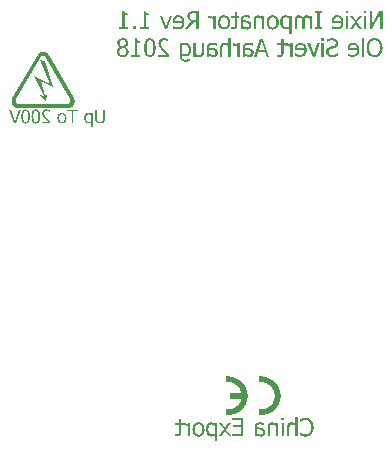
<source format=gbo>
G04*
G04 #@! TF.GenerationSoftware,Altium Limited,Altium Designer,18.1.7 (191)*
G04*
G04 Layer_Color=32896*
%FSLAX25Y25*%
%MOIN*%
G70*
G01*
G75*
G36*
X454569Y361140D02*
X453702D01*
Y361932D01*
X454569D01*
Y361140D01*
D02*
G37*
G36*
X448580D02*
X447713D01*
Y361932D01*
X448580D01*
Y361140D01*
D02*
G37*
G36*
X434752Y360499D02*
X434877Y360482D01*
X434985Y360457D01*
X435085Y360424D01*
X435160Y360390D01*
X435227Y360366D01*
X435260Y360349D01*
X435277Y360340D01*
X435385Y360274D01*
X435493Y360199D01*
X435585Y360124D01*
X435676Y360049D01*
X435751Y359974D01*
X435810Y359924D01*
X435843Y359891D01*
X435860Y359874D01*
Y360382D01*
X436618D01*
Y355867D01*
X435860D01*
Y359233D01*
X435768Y359316D01*
X435676Y359399D01*
X435585Y359466D01*
X435510Y359516D01*
X435443Y359566D01*
X435385Y359599D01*
X435352Y359616D01*
X435343Y359624D01*
X435243Y359674D01*
X435143Y359716D01*
X435060Y359741D01*
X434977Y359766D01*
X434910Y359774D01*
X434860Y359782D01*
X434727D01*
X434644Y359766D01*
X434577Y359757D01*
X434518Y359741D01*
X434469Y359724D01*
X434435Y359716D01*
X434419Y359699D01*
X434410D01*
X434310Y359632D01*
X434244Y359558D01*
X434219Y359524D01*
X434202Y359491D01*
X434185Y359474D01*
Y359466D01*
X434160Y359408D01*
X434135Y359341D01*
X434102Y359199D01*
X434085Y359141D01*
Y359091D01*
X434077Y359058D01*
Y359049D01*
X434060Y358850D01*
Y358750D01*
X434052Y358666D01*
Y358583D01*
Y358525D01*
Y358491D01*
Y358475D01*
Y355867D01*
X433294D01*
Y358833D01*
Y358924D01*
Y358999D01*
X433302Y359041D01*
Y359058D01*
X433311Y359124D01*
Y359174D01*
Y359208D01*
Y359224D01*
X433202Y359316D01*
X433102Y359399D01*
X433011Y359474D01*
X432928Y359532D01*
X432861Y359574D01*
X432802Y359608D01*
X432769Y359624D01*
X432761Y359632D01*
X432661Y359682D01*
X432569Y359716D01*
X432478Y359749D01*
X432403Y359766D01*
X432344Y359774D01*
X432294Y359782D01*
X432161D01*
X432078Y359766D01*
X432011Y359757D01*
X431953Y359741D01*
X431903Y359724D01*
X431870Y359716D01*
X431853Y359699D01*
X431845D01*
X431745Y359632D01*
X431678Y359558D01*
X431653Y359524D01*
X431636Y359491D01*
X431620Y359474D01*
Y359466D01*
X431595Y359408D01*
X431570Y359341D01*
X431536Y359199D01*
X431520Y359141D01*
Y359091D01*
X431511Y359058D01*
Y359049D01*
X431495Y358850D01*
Y358750D01*
X431486Y358666D01*
Y358583D01*
Y358525D01*
Y358491D01*
Y358475D01*
Y355867D01*
X430728Y355867D01*
Y358833D01*
Y358999D01*
X430745Y359149D01*
X430762Y359283D01*
X430778Y359399D01*
X430795Y359483D01*
X430812Y359549D01*
X430820Y359591D01*
X430828Y359608D01*
X430870Y359716D01*
X430912Y359816D01*
X430962Y359907D01*
X431003Y359974D01*
X431045Y360032D01*
X431078Y360082D01*
X431103Y360107D01*
X431112Y360116D01*
X431178Y360191D01*
X431253Y360249D01*
X431328Y360299D01*
X431395Y360340D01*
X431453Y360374D01*
X431495Y360399D01*
X431528Y360416D01*
X431536D01*
X431628Y360449D01*
X431720Y360466D01*
X431803Y360482D01*
X431886Y360499D01*
X431953D01*
X432011Y360507D01*
X432061D01*
X432203Y360499D01*
X432336Y360474D01*
X432453Y360440D01*
X432561Y360407D01*
X432653Y360374D01*
X432719Y360340D01*
X432761Y360315D01*
X432778Y360307D01*
X432902Y360224D01*
X433019Y360132D01*
X433127Y360032D01*
X433236Y359941D01*
X433319Y359857D01*
X433386Y359791D01*
X433427Y359741D01*
X433436Y359732D01*
X433444Y359724D01*
X433511Y359866D01*
X433586Y359991D01*
X433661Y360099D01*
X433744Y360182D01*
X433811Y360241D01*
X433869Y360291D01*
X433902Y360315D01*
X433919Y360324D01*
X434035Y360382D01*
X434160Y360432D01*
X434277Y360466D01*
X434385Y360482D01*
X434485Y360499D01*
X434560Y360507D01*
X434627D01*
X434752Y360499D01*
D02*
G37*
G36*
X404364Y355867D02*
X403606D01*
Y359058D01*
X403506Y359149D01*
X403406Y359233D01*
X403306Y359299D01*
X403223Y359358D01*
X403148Y359399D01*
X403089Y359433D01*
X403056Y359449D01*
X403040Y359457D01*
X402923Y359499D01*
X402815Y359532D01*
X402706Y359558D01*
X402615Y359574D01*
X402540Y359582D01*
X402473Y359591D01*
X402256D01*
X402215Y359582D01*
X402198D01*
X402132Y359574D01*
X402073Y359566D01*
X402032Y359558D01*
X401973D01*
Y360357D01*
X402023Y360366D01*
X402065D01*
X402098Y360374D01*
X402107D01*
X402156Y360382D01*
X402281D01*
X402390Y360374D01*
X402498Y360357D01*
X402598Y360332D01*
X402698Y360307D01*
X402773Y360274D01*
X402831Y360249D01*
X402873Y360232D01*
X402889Y360224D01*
X403006Y360157D01*
X403131Y360082D01*
X403248Y359999D01*
X403364Y359907D01*
X403464Y359832D01*
X403539Y359766D01*
X403589Y359724D01*
X403598Y359716D01*
X403606Y359707D01*
Y360382D01*
X404364D01*
Y355867D01*
D02*
G37*
G36*
X414835Y360482D02*
X414968Y360466D01*
X415085Y360457D01*
X415185Y360440D01*
X415260Y360424D01*
X415310Y360416D01*
X415326D01*
X415468Y360390D01*
X415584Y360366D01*
X415684Y360340D01*
X415776Y360324D01*
X415843Y360307D01*
X415884Y360291D01*
X415918Y360282D01*
X415926D01*
Y359516D01*
X415884D01*
X415751Y359566D01*
X415626Y359616D01*
X415501Y359649D01*
X415393Y359682D01*
X415310Y359707D01*
X415235Y359724D01*
X415193Y359741D01*
X415176D01*
X415043Y359766D01*
X414926Y359791D01*
X414818Y359807D01*
X414726Y359816D01*
X414651Y359824D01*
X414551D01*
X414385Y359816D01*
X414318D01*
X414252Y359807D01*
X414193Y359799D01*
X414152D01*
X414127Y359791D01*
X414118D01*
X413977Y359757D01*
X413910Y359741D01*
X413860Y359716D01*
X413819Y359699D01*
X413785Y359682D01*
X413768Y359674D01*
X413760Y359666D01*
X413668Y359591D01*
X413594Y359499D01*
X413569Y359466D01*
X413552Y359433D01*
X413535Y359416D01*
Y359408D01*
X413510Y359341D01*
X413485Y359274D01*
X413460Y359133D01*
X413452Y359074D01*
Y359024D01*
Y358991D01*
Y358983D01*
Y358841D01*
X413668Y358824D01*
X413877Y358808D01*
X414068Y358791D01*
X414235Y358783D01*
X414310Y358774D01*
X414377Y358766D01*
X414435Y358758D01*
X414485Y358750D01*
X414527D01*
X414551Y358741D01*
X414576D01*
X414760Y358708D01*
X414935Y358675D01*
X415085Y358633D01*
X415218Y358599D01*
X415318Y358558D01*
X415401Y358525D01*
X415451Y358508D01*
X415459Y358500D01*
X415468D01*
X415618Y358416D01*
X415751Y358333D01*
X415859Y358241D01*
X415943Y358158D01*
X416018Y358083D01*
X416059Y358025D01*
X416093Y357983D01*
X416101Y357966D01*
X416167Y357841D01*
X416209Y357708D01*
X416243Y357575D01*
X416267Y357450D01*
X416284Y357342D01*
X416292Y357250D01*
Y357217D01*
Y357200D01*
Y357183D01*
Y357175D01*
X416284Y357059D01*
X416276Y356950D01*
X416259Y356859D01*
X416234Y356767D01*
X416218Y356692D01*
X416201Y356642D01*
X416192Y356609D01*
X416184Y356592D01*
X416143Y356500D01*
X416093Y356409D01*
X416043Y356334D01*
X416001Y356267D01*
X415959Y356217D01*
X415926Y356175D01*
X415901Y356151D01*
X415893Y356142D01*
X415818Y356076D01*
X415751Y356017D01*
X415676Y355967D01*
X415609Y355926D01*
X415551Y355892D01*
X415501Y355867D01*
X415468Y355859D01*
X415459Y355851D01*
X415359Y355817D01*
X415268Y355792D01*
X415176Y355767D01*
X415093Y355759D01*
X415026Y355751D01*
X414976Y355742D01*
X414801D01*
X414702Y355751D01*
X414610Y355759D01*
X414535Y355776D01*
X414477Y355784D01*
X414435Y355792D01*
X414410Y355801D01*
X414402D01*
X414260Y355851D01*
X414193Y355876D01*
X414135Y355901D01*
X414085Y355926D01*
X414043Y355942D01*
X414018Y355959D01*
X414010D01*
X413902Y356017D01*
X413802Y356084D01*
X413768Y356109D01*
X413735Y356134D01*
X413719Y356142D01*
X413710Y356151D01*
X413602Y356234D01*
X413519Y356292D01*
X413494Y356317D01*
X413469Y356334D01*
X413460Y356342D01*
X413452D01*
Y355867D01*
X412694D01*
Y358949D01*
X412702Y359099D01*
X412711Y359241D01*
X412736Y359366D01*
X412752Y359466D01*
X412777Y359549D01*
X412802Y359616D01*
X412811Y359649D01*
X412819Y359666D01*
X412869Y359774D01*
X412927Y359866D01*
X412986Y359949D01*
X413052Y360024D01*
X413102Y360074D01*
X413144Y360116D01*
X413177Y360141D01*
X413185Y360149D01*
X413285Y360216D01*
X413385Y360274D01*
X413485Y360315D01*
X413577Y360357D01*
X413652Y360382D01*
X413710Y360399D01*
X413752Y360416D01*
X413768D01*
X413894Y360440D01*
X414027Y360457D01*
X414152Y360474D01*
X414277Y360482D01*
X414385Y360490D01*
X414693D01*
X414835Y360482D01*
D02*
G37*
G36*
X451595Y358100D02*
X453153Y355867D01*
X452295D01*
X451170Y357558D01*
X450079Y355867D01*
X449138D01*
X450695Y358150D01*
X449138Y360382D01*
X450004D01*
X451120Y358699D01*
X452203Y360382D01*
X453136D01*
X451595Y358100D01*
D02*
G37*
G36*
X460000Y355867D02*
X459250D01*
Y361057D01*
X456593Y355867D01*
X455693D01*
Y361890D01*
X456443D01*
Y357117D01*
X458867Y361890D01*
X460000D01*
Y355867D01*
D02*
G37*
G36*
X388137Y355867D02*
X387454D01*
X385746Y360382D01*
X386546D01*
X387771Y356884D01*
X389012Y360382D01*
X389820D01*
X388137Y355867D01*
D02*
G37*
G36*
X411578Y360382D02*
X412094D01*
Y359741D01*
X411578D01*
Y357242D01*
Y357100D01*
X411561Y356975D01*
X411544Y356859D01*
X411528Y356742D01*
X411494Y356642D01*
X411469Y356550D01*
X411436Y356467D01*
X411403Y356400D01*
X411378Y356334D01*
X411344Y356276D01*
X411311Y356234D01*
X411286Y356192D01*
X411270Y356167D01*
X411253Y356142D01*
X411236Y356134D01*
Y356125D01*
X411095Y356009D01*
X410936Y355926D01*
X410770Y355859D01*
X410620Y355817D01*
X410478Y355792D01*
X410420Y355784D01*
X410361D01*
X410320Y355776D01*
X410262D01*
X410120Y355784D01*
X410053Y355792D01*
X409995Y355801D01*
X409937D01*
X409895Y355809D01*
X409870Y355817D01*
X409862D01*
X409695Y355842D01*
X409620Y355859D01*
X409553Y355876D01*
X409504Y355884D01*
X409454Y355892D01*
X409429Y355901D01*
X409420D01*
Y356584D01*
X409470D01*
X409504Y356567D01*
X409537Y356550D01*
X409620Y356525D01*
X409662Y356509D01*
X409695Y356500D01*
X409712Y356492D01*
X409720D01*
X409853Y356467D01*
X409962Y356450D01*
X410012Y356442D01*
X410170D01*
X410253Y356450D01*
X410328Y356467D01*
X410387Y356475D01*
X410436Y356492D01*
X410470Y356500D01*
X410495Y356509D01*
X410503D01*
X410603Y356567D01*
X410670Y356642D01*
X410703Y356692D01*
X410720Y356709D01*
Y356717D01*
X410770Y356842D01*
X410795Y356959D01*
X410803Y357000D01*
X410811Y357033D01*
Y357059D01*
Y357067D01*
Y357142D01*
X410820Y357225D01*
Y357317D01*
Y357400D01*
Y357475D01*
Y357533D01*
Y357575D01*
Y357592D01*
Y359741D01*
X409420D01*
Y360382D01*
X410820D01*
Y361682D01*
X411578D01*
Y360382D01*
D02*
G37*
G36*
X445048Y360499D02*
X445214Y360482D01*
X445364Y360449D01*
X445514Y360407D01*
X445647Y360357D01*
X445772Y360299D01*
X445889Y360241D01*
X445989Y360182D01*
X446081Y360116D01*
X446164Y360057D01*
X446231Y359999D01*
X446289Y359949D01*
X446339Y359907D01*
X446372Y359874D01*
X446389Y359857D01*
X446397Y359849D01*
X446497Y359724D01*
X446589Y359591D01*
X446664Y359449D01*
X446730Y359299D01*
X446789Y359158D01*
X446830Y359008D01*
X446872Y358866D01*
X446897Y358733D01*
X446922Y358600D01*
X446939Y358483D01*
X446955Y358375D01*
X446964Y358283D01*
X446972Y358208D01*
Y358150D01*
Y358116D01*
Y358100D01*
X446964Y357892D01*
X446947Y357700D01*
X446914Y357525D01*
X446880Y357358D01*
X446839Y357200D01*
X446789Y357059D01*
X446730Y356925D01*
X446672Y356809D01*
X446622Y356709D01*
X446564Y356617D01*
X446514Y356542D01*
X446472Y356484D01*
X446439Y356434D01*
X446405Y356392D01*
X446389Y356376D01*
X446381Y356367D01*
X446264Y356259D01*
X446139Y356167D01*
X446006Y356092D01*
X445864Y356017D01*
X445722Y355959D01*
X445581Y355917D01*
X445447Y355876D01*
X445314Y355842D01*
X445189Y355817D01*
X445073Y355801D01*
X444964Y355784D01*
X444873Y355776D01*
X444798D01*
X444748Y355767D01*
X444598D01*
X444515Y355776D01*
X444431D01*
X444373Y355784D01*
X444315Y355792D01*
X444281D01*
X444256Y355801D01*
X444248D01*
X444106Y355826D01*
X444040Y355842D01*
X443973Y355859D01*
X443923Y355876D01*
X443882Y355884D01*
X443848Y355892D01*
X443840D01*
X443715Y355926D01*
X443607Y355967D01*
X443557Y355984D01*
X443523Y356001D01*
X443498Y356009D01*
X443490D01*
X443348Y356067D01*
X443290Y356084D01*
X443240Y356109D01*
X443207Y356126D01*
X443173Y356134D01*
X443157Y356142D01*
X443148D01*
Y356975D01*
X443198D01*
X443273Y356917D01*
X443348Y356859D01*
X443382Y356842D01*
X443407Y356825D01*
X443423Y356809D01*
X443432D01*
X443548Y356750D01*
X443656Y356692D01*
X443707Y356667D01*
X443748Y356650D01*
X443773Y356642D01*
X443782Y356634D01*
X443931Y356575D01*
X444006Y356550D01*
X444073Y356525D01*
X444131Y356509D01*
X444173Y356492D01*
X444206Y356484D01*
X444215D01*
X444390Y356459D01*
X444473Y356442D01*
X444548D01*
X444615Y356434D01*
X444706D01*
X444831Y356442D01*
X444956Y356450D01*
X445173Y356500D01*
X445364Y356567D01*
X445514Y356642D01*
X445581Y356675D01*
X445639Y356717D01*
X445689Y356750D01*
X445731Y356775D01*
X445764Y356809D01*
X445789Y356825D01*
X445797Y356834D01*
X445806Y356842D01*
X445872Y356925D01*
X445931Y357017D01*
X446031Y357208D01*
X446097Y357408D01*
X446147Y357600D01*
X446172Y357775D01*
X446189Y357850D01*
Y357916D01*
X446197Y357975D01*
Y358016D01*
Y358041D01*
Y358050D01*
X443065D01*
Y358458D01*
X443073Y358649D01*
X443082Y358824D01*
X443107Y358983D01*
X443132Y359116D01*
X443157Y359224D01*
X443173Y359299D01*
X443190Y359349D01*
X443198Y359366D01*
X443248Y359499D01*
X443315Y359624D01*
X443373Y359732D01*
X443432Y359824D01*
X443490Y359899D01*
X443532Y359949D01*
X443565Y359991D01*
X443573Y359999D01*
X443665Y360091D01*
X443765Y360166D01*
X443856Y360232D01*
X443948Y360291D01*
X444023Y360332D01*
X444081Y360357D01*
X444123Y360374D01*
X444140Y360382D01*
X444265Y360424D01*
X444390Y360457D01*
X444515Y360474D01*
X444631Y360490D01*
X444731Y360499D01*
X444814Y360507D01*
X444881D01*
X445048Y360499D01*
D02*
G37*
G36*
X392044Y360499D02*
X392211Y360482D01*
X392360Y360449D01*
X392510Y360407D01*
X392644Y360357D01*
X392769Y360299D01*
X392885Y360241D01*
X392985Y360182D01*
X393077Y360116D01*
X393160Y360057D01*
X393227Y359999D01*
X393285Y359949D01*
X393335Y359907D01*
X393368Y359874D01*
X393385Y359857D01*
X393393Y359849D01*
X393493Y359724D01*
X393585Y359591D01*
X393660Y359449D01*
X393726Y359299D01*
X393785Y359158D01*
X393827Y359008D01*
X393868Y358866D01*
X393893Y358733D01*
X393918Y358599D01*
X393935Y358483D01*
X393951Y358375D01*
X393960Y358283D01*
X393968Y358208D01*
Y358150D01*
Y358116D01*
Y358100D01*
X393960Y357892D01*
X393943Y357700D01*
X393910Y357525D01*
X393877Y357358D01*
X393835Y357200D01*
X393785Y357059D01*
X393726Y356925D01*
X393668Y356809D01*
X393618Y356709D01*
X393560Y356617D01*
X393510Y356542D01*
X393468Y356484D01*
X393435Y356434D01*
X393402Y356392D01*
X393385Y356375D01*
X393377Y356367D01*
X393260Y356259D01*
X393135Y356167D01*
X393002Y356092D01*
X392860Y356017D01*
X392719Y355959D01*
X392577Y355917D01*
X392444Y355876D01*
X392310Y355842D01*
X392185Y355817D01*
X392069Y355801D01*
X391961Y355784D01*
X391869Y355776D01*
X391794D01*
X391744Y355767D01*
X391594D01*
X391511Y355776D01*
X391427D01*
X391369Y355784D01*
X391311Y355792D01*
X391278D01*
X391252Y355801D01*
X391244D01*
X391103Y355826D01*
X391036Y355842D01*
X390969Y355859D01*
X390919Y355876D01*
X390878Y355884D01*
X390844Y355892D01*
X390836D01*
X390711Y355926D01*
X390603Y355967D01*
X390553Y355984D01*
X390519Y356001D01*
X390494Y356009D01*
X390486D01*
X390345Y356067D01*
X390286Y356084D01*
X390236Y356109D01*
X390203Y356125D01*
X390170Y356134D01*
X390153Y356142D01*
X390145D01*
Y356975D01*
X390195D01*
X390270Y356917D01*
X390345Y356859D01*
X390378Y356842D01*
X390403Y356825D01*
X390420Y356809D01*
X390428D01*
X390545Y356750D01*
X390653Y356692D01*
X390703Y356667D01*
X390744Y356650D01*
X390769Y356642D01*
X390778Y356634D01*
X390928Y356575D01*
X391003Y356550D01*
X391069Y356525D01*
X391128Y356509D01*
X391169Y356492D01*
X391202Y356484D01*
X391211D01*
X391386Y356459D01*
X391469Y356442D01*
X391544D01*
X391611Y356434D01*
X391702D01*
X391827Y356442D01*
X391952Y356450D01*
X392169Y356500D01*
X392360Y356567D01*
X392510Y356642D01*
X392577Y356675D01*
X392635Y356717D01*
X392685Y356750D01*
X392727Y356775D01*
X392760Y356809D01*
X392785Y356825D01*
X392794Y356834D01*
X392802Y356842D01*
X392868Y356925D01*
X392927Y357017D01*
X393027Y357208D01*
X393093Y357408D01*
X393143Y357600D01*
X393168Y357775D01*
X393185Y357850D01*
Y357916D01*
X393193Y357975D01*
Y358016D01*
Y358041D01*
Y358050D01*
X390061D01*
Y358458D01*
X390070Y358649D01*
X390078Y358824D01*
X390103Y358983D01*
X390128Y359116D01*
X390153Y359224D01*
X390170Y359299D01*
X390186Y359349D01*
X390195Y359366D01*
X390245Y359499D01*
X390311Y359624D01*
X390370Y359732D01*
X390428Y359824D01*
X390486Y359899D01*
X390528Y359949D01*
X390561Y359991D01*
X390569Y359999D01*
X390661Y360091D01*
X390761Y360166D01*
X390853Y360232D01*
X390944Y360291D01*
X391019Y360332D01*
X391078Y360357D01*
X391119Y360374D01*
X391136Y360382D01*
X391261Y360424D01*
X391386Y360457D01*
X391511Y360474D01*
X391627Y360490D01*
X391727Y360499D01*
X391811Y360507D01*
X391877D01*
X392044Y360499D01*
D02*
G37*
G36*
X454519Y355867D02*
X453761D01*
Y360382D01*
X454519D01*
Y355867D01*
D02*
G37*
G36*
X448530D02*
X447772D01*
Y360382D01*
X448530D01*
Y355867D01*
D02*
G37*
G36*
X439883Y361274D02*
X439117D01*
Y356484D01*
X439883D01*
Y355867D01*
X437551D01*
Y356484D01*
X438317D01*
Y361274D01*
X437551D01*
Y361890D01*
X439883D01*
Y361274D01*
D02*
G37*
G36*
X418600Y360499D02*
X418733Y360482D01*
X418850Y360457D01*
X418950Y360424D01*
X419041Y360390D01*
X419108Y360366D01*
X419150Y360349D01*
X419166Y360340D01*
X419291Y360274D01*
X419408Y360199D01*
X419524Y360124D01*
X419625Y360049D01*
X419708Y359982D01*
X419774Y359924D01*
X419816Y359891D01*
X419833Y359874D01*
Y360382D01*
X420591D01*
Y355867D01*
X419833D01*
Y359233D01*
X419724Y359316D01*
X419625Y359399D01*
X419524Y359466D01*
X419433Y359516D01*
X419358Y359566D01*
X419300Y359599D01*
X419266Y359616D01*
X419250Y359624D01*
X419141Y359674D01*
X419033Y359716D01*
X418933Y359741D01*
X418842Y359766D01*
X418775Y359774D01*
X418716Y359782D01*
X418567D01*
X418475Y359766D01*
X418392Y359757D01*
X418325Y359741D01*
X418275Y359724D01*
X418242Y359716D01*
X418217Y359699D01*
X418208D01*
X418150Y359666D01*
X418100Y359624D01*
X418017Y359541D01*
X417992Y359499D01*
X417967Y359466D01*
X417950Y359449D01*
Y359441D01*
X417917Y359374D01*
X417900Y359308D01*
X417859Y359166D01*
X417850Y359099D01*
X417842Y359049D01*
X417834Y359016D01*
Y359008D01*
X417817Y358808D01*
X417809Y358708D01*
X417800Y358625D01*
Y358541D01*
Y358483D01*
Y358450D01*
Y358433D01*
Y355867D01*
X417042D01*
Y358791D01*
Y358941D01*
X417059Y359083D01*
X417075Y359216D01*
X417100Y359341D01*
X417134Y359457D01*
X417167Y359558D01*
X417201Y359658D01*
X417234Y359741D01*
X417267Y359816D01*
X417300Y359882D01*
X417334Y359941D01*
X417367Y359982D01*
X417392Y360016D01*
X417409Y360049D01*
X417417Y360057D01*
X417425Y360066D01*
X417500Y360141D01*
X417575Y360216D01*
X417659Y360274D01*
X417742Y360324D01*
X417917Y360399D01*
X418083Y360449D01*
X418233Y360482D01*
X418300Y360490D01*
X418358Y360499D01*
X418400Y360507D01*
X418467D01*
X418600Y360499D01*
D02*
G37*
G36*
X398733Y355867D02*
X397933D01*
Y358258D01*
X397017D01*
X395109Y355867D01*
X394068D01*
X396217Y358483D01*
X396009Y358575D01*
X395826Y358675D01*
X395667Y358783D01*
X395543Y358883D01*
X395434Y358983D01*
X395359Y359058D01*
X395334Y359091D01*
X395318Y359116D01*
X395301Y359124D01*
Y359133D01*
X395184Y359308D01*
X395101Y359499D01*
X395043Y359682D01*
X395001Y359857D01*
X394976Y360016D01*
X394968Y360082D01*
Y360141D01*
X394959Y360182D01*
Y360216D01*
Y360241D01*
Y360249D01*
X394968Y360416D01*
X394993Y360574D01*
X395018Y360707D01*
X395051Y360824D01*
X395093Y360915D01*
X395118Y360982D01*
X395143Y361024D01*
X395151Y361040D01*
X395226Y361157D01*
X395309Y361257D01*
X395392Y361349D01*
X395467Y361423D01*
X395543Y361482D01*
X395601Y361532D01*
X395634Y361557D01*
X395651Y361565D01*
X395767Y361640D01*
X395884Y361698D01*
X396001Y361740D01*
X396101Y361773D01*
X396192Y361798D01*
X396259Y361823D01*
X396301Y361832D01*
X396317D01*
X396450Y361848D01*
X396600Y361865D01*
X396742Y361873D01*
X396884Y361882D01*
X397000Y361890D01*
X398733D01*
Y355867D01*
D02*
G37*
G36*
X381007Y361740D02*
X381048Y361598D01*
X381098Y361482D01*
X381157Y361390D01*
X381215Y361323D01*
X381257Y361274D01*
X381290Y361248D01*
X381307Y361240D01*
X381431Y361182D01*
X381573Y361140D01*
X381723Y361107D01*
X381873Y361090D01*
X382006Y361074D01*
X382065D01*
X382115Y361065D01*
X382214D01*
Y360515D01*
X381123D01*
Y356484D01*
X382214D01*
Y355867D01*
X379282D01*
Y356484D01*
X380348D01*
Y361907D01*
X380982D01*
X381007Y361740D01*
D02*
G37*
G36*
X377841Y355867D02*
X376875D01*
Y357017D01*
X377841D01*
Y355867D01*
D02*
G37*
G36*
X373976Y361740D02*
X374018Y361598D01*
X374068Y361482D01*
X374126Y361390D01*
X374184Y361323D01*
X374226Y361274D01*
X374259Y361248D01*
X374276Y361240D01*
X374401Y361182D01*
X374542Y361140D01*
X374693Y361107D01*
X374842Y361090D01*
X374976Y361074D01*
X375034D01*
X375084Y361065D01*
X375184D01*
Y360515D01*
X374093Y360515D01*
Y356484D01*
X375184Y356484D01*
Y355867D01*
X372252Y355867D01*
Y356484D01*
X373318D01*
Y361907D01*
X373951D01*
X373976Y361740D01*
D02*
G37*
G36*
X423556Y360499D02*
X423714Y360482D01*
X423865Y360449D01*
X423998Y360407D01*
X424131Y360357D01*
X424256Y360307D01*
X424364Y360249D01*
X424464Y360191D01*
X424556Y360132D01*
X424631Y360074D01*
X424697Y360024D01*
X424756Y359974D01*
X424797Y359932D01*
X424831Y359899D01*
X424847Y359882D01*
X424856Y359874D01*
X424956Y359749D01*
X425039Y359616D01*
X425114Y359483D01*
X425172Y359333D01*
X425231Y359191D01*
X425272Y359041D01*
X425339Y358758D01*
X425355Y358633D01*
X425372Y358508D01*
X425389Y358400D01*
X425397Y358300D01*
X425406Y358225D01*
Y358166D01*
Y358133D01*
Y358116D01*
X425397Y357916D01*
X425381Y357725D01*
X425355Y357550D01*
X425322Y357383D01*
X425281Y357225D01*
X425239Y357084D01*
X425189Y356950D01*
X425139Y356834D01*
X425089Y356725D01*
X425039Y356634D01*
X424997Y356559D01*
X424956Y356492D01*
X424922Y356442D01*
X424897Y356409D01*
X424881Y356384D01*
X424872Y356375D01*
X424764Y356267D01*
X424656Y356167D01*
X424531Y356084D01*
X424414Y356009D01*
X424289Y355951D01*
X424164Y355901D01*
X424048Y355859D01*
X423931Y355826D01*
X423814Y355792D01*
X423714Y355776D01*
X423623Y355759D01*
X423548Y355751D01*
X423481D01*
X423431Y355742D01*
X423390D01*
X423223Y355751D01*
X423065Y355767D01*
X422915Y355801D01*
X422773Y355842D01*
X422640Y355884D01*
X422523Y355934D01*
X422415Y355992D01*
X422315Y356051D01*
X422223Y356109D01*
X422149Y356167D01*
X422082Y356217D01*
X422023Y356259D01*
X421982Y356300D01*
X421949Y356334D01*
X421932Y356350D01*
X421924Y356359D01*
X421824Y356484D01*
X421740Y356609D01*
X421665Y356750D01*
X421607Y356892D01*
X421549Y357042D01*
X421507Y357183D01*
X421440Y357467D01*
X421415Y357600D01*
X421399Y357725D01*
X421390Y357833D01*
X421382Y357925D01*
X421374Y358008D01*
Y358066D01*
Y358100D01*
Y358116D01*
X421382Y358325D01*
X421399Y358516D01*
X421424Y358699D01*
X421457Y358874D01*
X421499Y359033D01*
X421549Y359174D01*
X421599Y359308D01*
X421649Y359424D01*
X421699Y359532D01*
X421749Y359624D01*
X421799Y359699D01*
X421840Y359766D01*
X421874Y359816D01*
X421899Y359857D01*
X421915Y359874D01*
X421924Y359882D01*
X422032Y359991D01*
X422140Y360091D01*
X422265Y360174D01*
X422382Y360241D01*
X422507Y360307D01*
X422632Y360357D01*
X422748Y360399D01*
X422865Y360432D01*
X422973Y360457D01*
X423073Y360474D01*
X423156Y360490D01*
X423240Y360499D01*
X423298Y360507D01*
X423390D01*
X423556Y360499D01*
D02*
G37*
G36*
X407329D02*
X407488Y360482D01*
X407638Y360449D01*
X407771Y360407D01*
X407904Y360357D01*
X408029Y360307D01*
X408137Y360249D01*
X408237Y360191D01*
X408329Y360132D01*
X408404Y360074D01*
X408471Y360024D01*
X408529Y359974D01*
X408571Y359932D01*
X408604Y359899D01*
X408621Y359882D01*
X408629Y359874D01*
X408729Y359749D01*
X408812Y359616D01*
X408887Y359483D01*
X408945Y359333D01*
X409004Y359191D01*
X409045Y359041D01*
X409112Y358758D01*
X409129Y358633D01*
X409145Y358508D01*
X409162Y358400D01*
X409170Y358300D01*
X409179Y358225D01*
Y358166D01*
Y358133D01*
Y358116D01*
X409170Y357916D01*
X409154Y357725D01*
X409129Y357550D01*
X409095Y357383D01*
X409054Y357225D01*
X409012Y357084D01*
X408962Y356950D01*
X408912Y356834D01*
X408862Y356725D01*
X408812Y356634D01*
X408771Y356559D01*
X408729Y356492D01*
X408696Y356442D01*
X408671Y356409D01*
X408654Y356384D01*
X408646Y356375D01*
X408537Y356267D01*
X408429Y356167D01*
X408304Y356084D01*
X408187Y356009D01*
X408062Y355951D01*
X407937Y355901D01*
X407821Y355859D01*
X407704Y355826D01*
X407588Y355792D01*
X407488Y355776D01*
X407396Y355759D01*
X407321Y355751D01*
X407254D01*
X407204Y355742D01*
X407163D01*
X406996Y355751D01*
X406838Y355767D01*
X406688Y355801D01*
X406546Y355842D01*
X406413Y355884D01*
X406296Y355934D01*
X406188Y355992D01*
X406088Y356051D01*
X405997Y356109D01*
X405922Y356167D01*
X405855Y356217D01*
X405797Y356259D01*
X405755Y356300D01*
X405722Y356334D01*
X405705Y356350D01*
X405697Y356359D01*
X405597Y356484D01*
X405513Y356609D01*
X405439Y356750D01*
X405380Y356892D01*
X405322Y357042D01*
X405280Y357183D01*
X405214Y357467D01*
X405189Y357600D01*
X405172Y357725D01*
X405164Y357833D01*
X405155Y357925D01*
X405147Y358008D01*
Y358066D01*
Y358100D01*
Y358116D01*
X405155Y358325D01*
X405172Y358516D01*
X405197Y358699D01*
X405230Y358874D01*
X405272Y359033D01*
X405322Y359174D01*
X405372Y359308D01*
X405422Y359424D01*
X405472Y359532D01*
X405522Y359624D01*
X405572Y359699D01*
X405613Y359766D01*
X405647Y359816D01*
X405672Y359857D01*
X405688Y359874D01*
X405697Y359882D01*
X405805Y359991D01*
X405913Y360091D01*
X406038Y360174D01*
X406155Y360241D01*
X406280Y360307D01*
X406405Y360357D01*
X406521Y360399D01*
X406638Y360432D01*
X406746Y360457D01*
X406846Y360474D01*
X406930Y360490D01*
X407013Y360499D01*
X407071Y360507D01*
X407163D01*
X407329Y360499D01*
D02*
G37*
G36*
X427671D02*
X427813Y360482D01*
X427938Y360449D01*
X428054Y360424D01*
X428146Y360390D01*
X428221Y360357D01*
X428263Y360340D01*
X428279Y360332D01*
X428404Y360265D01*
X428521Y360191D01*
X428629Y360124D01*
X428721Y360057D01*
X428796Y359999D01*
X428854Y359949D01*
X428887Y359916D01*
X428904Y359907D01*
Y360382D01*
X429662D01*
Y354201D01*
X428904D01*
Y356084D01*
X428713Y355984D01*
X428621Y355942D01*
X428538Y355909D01*
X428471Y355884D01*
X428421Y355867D01*
X428388Y355851D01*
X428379D01*
X428179Y355809D01*
X428079Y355792D01*
X427980Y355784D01*
X427905D01*
X427838Y355776D01*
X427780D01*
X427630Y355784D01*
X427480Y355801D01*
X427346Y355834D01*
X427221Y355884D01*
X427097Y355934D01*
X426988Y355984D01*
X426880Y356051D01*
X426788Y356109D01*
X426705Y356167D01*
X426630Y356234D01*
X426563Y356284D01*
X426513Y356342D01*
X426472Y356384D01*
X426438Y356417D01*
X426422Y356434D01*
X426413Y356442D01*
X426322Y356575D01*
X426238Y356709D01*
X426163Y356859D01*
X426097Y357009D01*
X426047Y357158D01*
X426005Y357308D01*
X425939Y357592D01*
X425914Y357725D01*
X425897Y357850D01*
X425889Y357958D01*
X425880Y358058D01*
X425872Y358133D01*
Y358191D01*
Y358225D01*
Y358241D01*
X425880Y358433D01*
X425889Y358608D01*
X425914Y358774D01*
X425939Y358933D01*
X425972Y359083D01*
X426014Y359216D01*
X426055Y359341D01*
X426089Y359457D01*
X426130Y359558D01*
X426172Y359641D01*
X426214Y359716D01*
X426247Y359782D01*
X426272Y359824D01*
X426297Y359866D01*
X426305Y359882D01*
X426313Y359891D01*
X426397Y359999D01*
X426488Y360091D01*
X426588Y360174D01*
X426688Y360249D01*
X426788Y360307D01*
X426888Y360357D01*
X426988Y360399D01*
X427080Y360432D01*
X427172Y360457D01*
X427255Y360474D01*
X427330Y360490D01*
X427396Y360499D01*
X427446Y360507D01*
X427521D01*
X427671Y360499D01*
D02*
G37*
G36*
X440441Y351980D02*
X439575D01*
Y352772D01*
X440441D01*
Y351980D01*
D02*
G37*
G36*
X387254Y352847D02*
X387404Y352838D01*
X387546Y352814D01*
X387679Y352797D01*
X387787Y352772D01*
X387879Y352747D01*
X387912Y352739D01*
X387937D01*
X387946Y352730D01*
X387954D01*
X388112Y352689D01*
X388245Y352647D01*
X388370Y352605D01*
X388462Y352564D01*
X388545Y352539D01*
X388595Y352514D01*
X388637Y352497D01*
X388645Y352489D01*
Y351631D01*
X388604D01*
X388520Y351689D01*
X388437Y351739D01*
X388404Y351764D01*
X388379Y351781D01*
X388362Y351797D01*
X388354D01*
X388237Y351864D01*
X388129Y351922D01*
X388087Y351939D01*
X388054Y351956D01*
X388029Y351964D01*
X388020D01*
X387871Y352022D01*
X387804Y352047D01*
X387737Y352064D01*
X387679Y352080D01*
X387637Y352097D01*
X387612Y352105D01*
X387604D01*
X387437Y352139D01*
X387362Y352147D01*
X387296Y352155D01*
X387246Y352164D01*
X387162D01*
X387004Y352155D01*
X386938Y352147D01*
X386879Y352131D01*
X386829Y352122D01*
X386796Y352105D01*
X386771Y352097D01*
X386763D01*
X386629Y352047D01*
X386571Y352014D01*
X386521Y351980D01*
X386488Y351956D01*
X386454Y351930D01*
X386438Y351922D01*
X386429Y351914D01*
X386338Y351814D01*
X386271Y351706D01*
X386246Y351664D01*
X386229Y351631D01*
X386213Y351606D01*
Y351597D01*
X386163Y351447D01*
X386146Y351381D01*
X386138Y351306D01*
X386130Y351248D01*
Y351198D01*
Y351164D01*
Y351156D01*
X386138Y350981D01*
X386171Y350806D01*
X386213Y350648D01*
X386255Y350506D01*
X386304Y350381D01*
X386346Y350298D01*
X386363Y350256D01*
X386380Y350240D01*
X386388Y350223D01*
Y350215D01*
X386438Y350131D01*
X386496Y350031D01*
X386638Y349840D01*
X386796Y349632D01*
X386946Y349440D01*
X387021Y349357D01*
X387087Y349273D01*
X387154Y349198D01*
X387212Y349132D01*
X387254Y349082D01*
X387287Y349040D01*
X387312Y349015D01*
X387321Y349007D01*
X387446Y348865D01*
X387571Y348732D01*
X387696Y348607D01*
X387796Y348499D01*
X387887Y348407D01*
X387962Y348332D01*
X388004Y348290D01*
X388012Y348282D01*
X388020Y348274D01*
X388287Y348015D01*
X388412Y347890D01*
X388529Y347782D01*
X388629Y347691D01*
X388703Y347616D01*
X388754Y347566D01*
X388762Y347557D01*
X388770Y347549D01*
Y346708D01*
X385055D01*
Y347399D01*
X388020D01*
X387904Y347507D01*
X387787Y347616D01*
X387662Y347732D01*
X387537Y347849D01*
X387429Y347949D01*
X387346Y348024D01*
X387312Y348057D01*
X387287Y348082D01*
X387279Y348090D01*
X387271Y348099D01*
X387104Y348265D01*
X386938Y348415D01*
X386796Y348565D01*
X386671Y348690D01*
X386563Y348798D01*
X386488Y348882D01*
X386463Y348915D01*
X386438Y348940D01*
X386421Y348948D01*
Y348957D01*
X386255Y349140D01*
X386179Y349232D01*
X386113Y349307D01*
X386055Y349373D01*
X386013Y349423D01*
X385988Y349457D01*
X385980Y349465D01*
X385838Y349657D01*
X385771Y349748D01*
X385721Y349823D01*
X385680Y349890D01*
X385646Y349948D01*
X385630Y349981D01*
X385621Y349990D01*
X385522Y350181D01*
X385480Y350273D01*
X385447Y350356D01*
X385421Y350431D01*
X385405Y350489D01*
X385388Y350523D01*
Y350539D01*
X385338Y350764D01*
X385321Y350881D01*
X385313Y350981D01*
X385305Y351064D01*
Y351131D01*
Y351172D01*
Y351189D01*
X385313Y351331D01*
X385321Y351464D01*
X385347Y351589D01*
X385380Y351706D01*
X385413Y351814D01*
X385455Y351914D01*
X385505Y352006D01*
X385546Y352089D01*
X385588Y352155D01*
X385638Y352222D01*
X385680Y352280D01*
X385713Y352322D01*
X385746Y352355D01*
X385763Y352389D01*
X385780Y352397D01*
X385788Y352405D01*
X385880Y352489D01*
X385980Y352555D01*
X386088Y352614D01*
X386196Y352664D01*
X386413Y352747D01*
X386621Y352797D01*
X386721Y352822D01*
X386813Y352830D01*
X386896Y352838D01*
X386963Y352847D01*
X387021Y352855D01*
X387104D01*
X387254Y352847D01*
D02*
G37*
G36*
X394376Y351339D02*
X394510Y351323D01*
X394635Y351297D01*
X394735Y351273D01*
X394826Y351239D01*
X394901Y351214D01*
X394943Y351198D01*
X394959Y351189D01*
X395084Y351122D01*
X395201Y351056D01*
X395309Y350981D01*
X395392Y350906D01*
X395467Y350839D01*
X395517Y350789D01*
X395559Y350756D01*
X395567Y350739D01*
X395659Y350623D01*
X395742Y350498D01*
X395817Y350373D01*
X395876Y350256D01*
X395926Y350148D01*
X395959Y350073D01*
X395976Y350040D01*
X395984Y350015D01*
X395992Y350006D01*
Y349998D01*
X396042Y349831D01*
X396076Y349657D01*
X396109Y349490D01*
X396126Y349340D01*
X396134Y349198D01*
Y349140D01*
X396142Y349090D01*
Y349057D01*
Y349023D01*
Y349007D01*
Y348998D01*
X396134Y348807D01*
X396126Y348615D01*
X396101Y348449D01*
X396076Y348290D01*
X396034Y348140D01*
X396001Y348007D01*
X395959Y347882D01*
X395917Y347774D01*
X395876Y347674D01*
X395834Y347591D01*
X395792Y347516D01*
X395759Y347457D01*
X395734Y347407D01*
X395709Y347374D01*
X395701Y347357D01*
X395692Y347349D01*
X395601Y347249D01*
X395509Y347166D01*
X395409Y347091D01*
X395309Y347024D01*
X395201Y346966D01*
X395101Y346924D01*
X394901Y346858D01*
X394809Y346833D01*
X394726Y346816D01*
X394651Y346799D01*
X394584Y346791D01*
X394534Y346783D01*
X394460D01*
X394301Y346791D01*
X394151Y346799D01*
X394026Y346824D01*
X393918Y346849D01*
X393835Y346866D01*
X393768Y346891D01*
X393735Y346899D01*
X393718Y346908D01*
X393602Y346957D01*
X393493Y347024D01*
X393393Y347082D01*
X393302Y347149D01*
X393227Y347207D01*
X393160Y347257D01*
X393127Y347291D01*
X393110Y347299D01*
Y346908D01*
Y346808D01*
X393118Y346716D01*
X393127Y346633D01*
X393135Y346558D01*
X393152Y346499D01*
X393160Y346458D01*
X393168Y346424D01*
Y346416D01*
X393218Y346266D01*
X393252Y346199D01*
X393277Y346149D01*
X393310Y346099D01*
X393327Y346066D01*
X393343Y346050D01*
X393352Y346041D01*
X393410Y345983D01*
X393468Y345933D01*
X393593Y345850D01*
X393652Y345825D01*
X393693Y345800D01*
X393726Y345791D01*
X393735Y345783D01*
X393827Y345750D01*
X393926Y345725D01*
X394026Y345708D01*
X394118Y345700D01*
X394201Y345691D01*
X394268Y345683D01*
X394326D01*
X394476Y345691D01*
X394543D01*
X394601Y345700D01*
X394651Y345708D01*
X394685D01*
X394709Y345716D01*
X394718D01*
X394851Y345741D01*
X394976Y345775D01*
X395034Y345783D01*
X395076Y345791D01*
X395101Y345800D01*
X395109D01*
X395234Y345841D01*
X395293Y345858D01*
X395342Y345875D01*
X395384Y345891D01*
X395417Y345900D01*
X395434Y345908D01*
X395443D01*
X395543Y345941D01*
X395617Y345966D01*
X395659Y345975D01*
X395676Y345983D01*
X395709D01*
Y345200D01*
X395484Y345142D01*
X395384Y345117D01*
X395284Y345092D01*
X395201Y345083D01*
X395134Y345067D01*
X395093Y345058D01*
X395076D01*
X394943Y345042D01*
X394818Y345025D01*
X394709Y345017D01*
X394601Y345008D01*
X394518Y345000D01*
X394393D01*
X394201Y345008D01*
X394026Y345025D01*
X393868Y345050D01*
X393718Y345083D01*
X393577Y345125D01*
X393452Y345175D01*
X393343Y345217D01*
X393235Y345275D01*
X393152Y345325D01*
X393068Y345367D01*
X393010Y345416D01*
X392952Y345458D01*
X392910Y345492D01*
X392885Y345516D01*
X392868Y345533D01*
X392860Y345541D01*
X392769Y345650D01*
X392694Y345766D01*
X392627Y345900D01*
X392569Y346033D01*
X392519Y346166D01*
X392477Y346308D01*
X392419Y346583D01*
X392394Y346708D01*
X392377Y346833D01*
X392369Y346941D01*
X392360Y347032D01*
X392352Y347108D01*
Y347166D01*
Y347199D01*
Y347216D01*
Y351222D01*
X393068D01*
X393110Y351023D01*
X393302Y351131D01*
X393393Y351172D01*
X393468Y351206D01*
X393535Y351231D01*
X393593Y351248D01*
X393627Y351264D01*
X393635D01*
X393735Y351289D01*
X393835Y351314D01*
X393935Y351331D01*
X394035Y351339D01*
X394118Y351347D01*
X394243D01*
X394376Y351339D01*
D02*
G37*
G36*
X409404Y346708D02*
X408646D01*
Y350073D01*
X408537Y350156D01*
X408437Y350240D01*
X408337Y350306D01*
X408246Y350356D01*
X408171Y350406D01*
X408112Y350440D01*
X408079Y350456D01*
X408062Y350465D01*
X407954Y350514D01*
X407846Y350556D01*
X407746Y350581D01*
X407654Y350606D01*
X407588Y350614D01*
X407529Y350623D01*
X407379D01*
X407288Y350606D01*
X407204Y350598D01*
X407138Y350581D01*
X407088Y350564D01*
X407055Y350556D01*
X407029Y350539D01*
X407021D01*
X406963Y350506D01*
X406913Y350465D01*
X406830Y350381D01*
X406805Y350340D01*
X406780Y350306D01*
X406763Y350290D01*
Y350281D01*
X406730Y350215D01*
X406713Y350148D01*
X406671Y350006D01*
X406663Y349940D01*
X406655Y349890D01*
X406646Y349856D01*
Y349848D01*
X406630Y349648D01*
X406621Y349548D01*
X406613Y349465D01*
Y349382D01*
Y349323D01*
Y349290D01*
Y349273D01*
Y346708D01*
X405855D01*
Y349632D01*
Y349781D01*
X405872Y349923D01*
X405888Y350056D01*
X405913Y350181D01*
X405947Y350298D01*
X405980Y350398D01*
X406013Y350498D01*
X406047Y350581D01*
X406080Y350656D01*
X406113Y350723D01*
X406146Y350781D01*
X406180Y350823D01*
X406205Y350856D01*
X406221Y350889D01*
X406230Y350898D01*
X406238Y350906D01*
X406313Y350981D01*
X406388Y351056D01*
X406471Y351114D01*
X406555Y351164D01*
X406730Y351239D01*
X406896Y351289D01*
X407046Y351323D01*
X407113Y351331D01*
X407171Y351339D01*
X407213Y351347D01*
X407279D01*
X407413Y351339D01*
X407546Y351323D01*
X407663Y351297D01*
X407763Y351264D01*
X407854Y351231D01*
X407921Y351206D01*
X407963Y351189D01*
X407979Y351181D01*
X408104Y351114D01*
X408221Y351039D01*
X408337Y350964D01*
X408437Y350889D01*
X408521Y350823D01*
X408587Y350764D01*
X408629Y350731D01*
X408646Y350714D01*
Y352997D01*
X409404D01*
Y346708D01*
D02*
G37*
G36*
X430037D02*
X429279D01*
Y349898D01*
X429179Y349990D01*
X429079Y350073D01*
X428979Y350140D01*
X428896Y350198D01*
X428821Y350240D01*
X428762Y350273D01*
X428729Y350290D01*
X428713Y350298D01*
X428596Y350340D01*
X428488Y350373D01*
X428379Y350398D01*
X428288Y350414D01*
X428213Y350423D01*
X428146Y350431D01*
X427929D01*
X427888Y350423D01*
X427871D01*
X427805Y350414D01*
X427746Y350406D01*
X427705Y350398D01*
X427646D01*
Y351198D01*
X427696Y351206D01*
X427738D01*
X427771Y351214D01*
X427780D01*
X427830Y351222D01*
X427954D01*
X428063Y351214D01*
X428171Y351198D01*
X428271Y351172D01*
X428371Y351148D01*
X428446Y351114D01*
X428504Y351089D01*
X428546Y351073D01*
X428563Y351064D01*
X428679Y350998D01*
X428804Y350923D01*
X428921Y350839D01*
X429037Y350748D01*
X429137Y350673D01*
X429212Y350606D01*
X429262Y350564D01*
X429271Y350556D01*
X429279Y350548D01*
Y351222D01*
X430037D01*
Y346708D01*
D02*
G37*
G36*
X412386D02*
X411628D01*
Y349898D01*
X411528Y349990D01*
X411428Y350073D01*
X411328Y350140D01*
X411244Y350198D01*
X411169Y350240D01*
X411111Y350273D01*
X411078Y350290D01*
X411061Y350298D01*
X410945Y350340D01*
X410836Y350373D01*
X410728Y350398D01*
X410636Y350414D01*
X410561Y350423D01*
X410495Y350431D01*
X410278D01*
X410237Y350423D01*
X410220D01*
X410153Y350414D01*
X410095Y350406D01*
X410053Y350398D01*
X409995D01*
Y351198D01*
X410045Y351206D01*
X410087D01*
X410120Y351214D01*
X410128D01*
X410178Y351222D01*
X410303D01*
X410412Y351214D01*
X410520Y351198D01*
X410620Y351172D01*
X410720Y351148D01*
X410795Y351114D01*
X410853Y351089D01*
X410895Y351073D01*
X410911Y351064D01*
X411028Y350998D01*
X411153Y350923D01*
X411270Y350839D01*
X411386Y350748D01*
X411486Y350673D01*
X411561Y350606D01*
X411611Y350564D01*
X411619Y350556D01*
X411628Y350548D01*
Y351222D01*
X412386D01*
Y346708D01*
D02*
G37*
G36*
X415593Y351323D02*
X415726Y351306D01*
X415843Y351297D01*
X415943Y351281D01*
X416018Y351264D01*
X416068Y351256D01*
X416084D01*
X416226Y351231D01*
X416342Y351206D01*
X416442Y351181D01*
X416534Y351164D01*
X416601Y351148D01*
X416642Y351131D01*
X416676Y351122D01*
X416684D01*
Y350356D01*
X416642D01*
X416509Y350406D01*
X416384Y350456D01*
X416259Y350489D01*
X416151Y350523D01*
X416068Y350548D01*
X415993Y350564D01*
X415951Y350581D01*
X415934D01*
X415801Y350606D01*
X415684Y350631D01*
X415576Y350648D01*
X415485Y350656D01*
X415410Y350664D01*
X415310D01*
X415143Y350656D01*
X415076D01*
X415010Y350648D01*
X414951Y350639D01*
X414910D01*
X414885Y350631D01*
X414876D01*
X414735Y350598D01*
X414668Y350581D01*
X414618Y350556D01*
X414576Y350539D01*
X414543Y350523D01*
X414527Y350514D01*
X414518Y350506D01*
X414427Y350431D01*
X414352Y350340D01*
X414327Y350306D01*
X414310Y350273D01*
X414293Y350256D01*
Y350248D01*
X414268Y350181D01*
X414243Y350115D01*
X414218Y349973D01*
X414210Y349915D01*
Y349865D01*
Y349831D01*
Y349823D01*
Y349681D01*
X414427Y349665D01*
X414635Y349648D01*
X414826Y349632D01*
X414993Y349623D01*
X415068Y349615D01*
X415135Y349606D01*
X415193Y349598D01*
X415243Y349590D01*
X415285D01*
X415310Y349582D01*
X415335D01*
X415518Y349548D01*
X415693Y349515D01*
X415843Y349473D01*
X415976Y349440D01*
X416076Y349398D01*
X416159Y349365D01*
X416209Y349348D01*
X416218Y349340D01*
X416226D01*
X416376Y349257D01*
X416509Y349173D01*
X416617Y349082D01*
X416701Y348998D01*
X416776Y348923D01*
X416817Y348865D01*
X416851Y348823D01*
X416859Y348807D01*
X416926Y348682D01*
X416967Y348549D01*
X417000Y348415D01*
X417026Y348290D01*
X417042Y348182D01*
X417051Y348090D01*
Y348057D01*
Y348040D01*
Y348024D01*
Y348015D01*
X417042Y347899D01*
X417034Y347791D01*
X417017Y347699D01*
X416992Y347607D01*
X416976Y347532D01*
X416959Y347482D01*
X416951Y347449D01*
X416942Y347432D01*
X416901Y347341D01*
X416851Y347249D01*
X416801Y347174D01*
X416759Y347108D01*
X416717Y347058D01*
X416684Y347016D01*
X416659Y346991D01*
X416651Y346983D01*
X416576Y346916D01*
X416509Y346858D01*
X416434Y346808D01*
X416367Y346766D01*
X416309Y346733D01*
X416259Y346708D01*
X416226Y346699D01*
X416218Y346691D01*
X416118Y346658D01*
X416026Y346633D01*
X415934Y346608D01*
X415851Y346599D01*
X415784Y346591D01*
X415734Y346583D01*
X415559D01*
X415459Y346591D01*
X415368Y346599D01*
X415293Y346616D01*
X415235Y346624D01*
X415193Y346633D01*
X415168Y346641D01*
X415160D01*
X415018Y346691D01*
X414951Y346716D01*
X414893Y346741D01*
X414843Y346766D01*
X414801Y346783D01*
X414776Y346799D01*
X414768D01*
X414660Y346858D01*
X414560Y346924D01*
X414527Y346949D01*
X414493Y346974D01*
X414477Y346983D01*
X414468Y346991D01*
X414360Y347074D01*
X414277Y347132D01*
X414252Y347158D01*
X414227Y347174D01*
X414218Y347182D01*
X414210D01*
Y346708D01*
X413452D01*
Y349790D01*
X413460Y349940D01*
X413469Y350081D01*
X413494Y350206D01*
X413510Y350306D01*
X413535Y350390D01*
X413560Y350456D01*
X413569Y350489D01*
X413577Y350506D01*
X413627Y350614D01*
X413685Y350706D01*
X413743Y350789D01*
X413810Y350864D01*
X413860Y350914D01*
X413902Y350956D01*
X413935Y350981D01*
X413943Y350989D01*
X414043Y351056D01*
X414143Y351114D01*
X414243Y351156D01*
X414335Y351198D01*
X414410Y351222D01*
X414468Y351239D01*
X414510Y351256D01*
X414527D01*
X414651Y351281D01*
X414785Y351297D01*
X414910Y351314D01*
X415035Y351323D01*
X415143Y351331D01*
X415451D01*
X415593Y351323D01*
D02*
G37*
G36*
X403648D02*
X403781Y351306D01*
X403897Y351297D01*
X403997Y351281D01*
X404072Y351264D01*
X404122Y351256D01*
X404139D01*
X404281Y351231D01*
X404397Y351206D01*
X404497Y351181D01*
X404589Y351164D01*
X404656Y351148D01*
X404697Y351131D01*
X404731Y351122D01*
X404739D01*
Y350356D01*
X404697D01*
X404564Y350406D01*
X404439Y350456D01*
X404314Y350489D01*
X404206Y350523D01*
X404122Y350548D01*
X404047Y350564D01*
X404006Y350581D01*
X403989D01*
X403856Y350606D01*
X403739Y350631D01*
X403631Y350648D01*
X403539Y350656D01*
X403464Y350664D01*
X403364D01*
X403198Y350656D01*
X403131D01*
X403064Y350648D01*
X403006Y350639D01*
X402964D01*
X402940Y350631D01*
X402931D01*
X402790Y350598D01*
X402723Y350581D01*
X402673Y350556D01*
X402631Y350539D01*
X402598Y350523D01*
X402581Y350514D01*
X402573Y350506D01*
X402481Y350431D01*
X402406Y350340D01*
X402381Y350306D01*
X402365Y350273D01*
X402348Y350256D01*
Y350248D01*
X402323Y350181D01*
X402298Y350115D01*
X402273Y349973D01*
X402265Y349915D01*
Y349865D01*
Y349831D01*
Y349823D01*
Y349681D01*
X402481Y349665D01*
X402690Y349648D01*
X402881Y349632D01*
X403048Y349623D01*
X403123Y349615D01*
X403189Y349606D01*
X403248Y349598D01*
X403298Y349590D01*
X403339D01*
X403364Y349582D01*
X403389D01*
X403573Y349548D01*
X403748Y349515D01*
X403897Y349473D01*
X404031Y349440D01*
X404131Y349398D01*
X404214Y349365D01*
X404264Y349348D01*
X404272Y349340D01*
X404281D01*
X404431Y349257D01*
X404564Y349173D01*
X404672Y349082D01*
X404755Y348998D01*
X404830Y348923D01*
X404872Y348865D01*
X404905Y348823D01*
X404914Y348807D01*
X404980Y348682D01*
X405022Y348549D01*
X405055Y348415D01*
X405080Y348290D01*
X405097Y348182D01*
X405105Y348090D01*
Y348057D01*
Y348040D01*
Y348024D01*
Y348015D01*
X405097Y347899D01*
X405089Y347791D01*
X405072Y347699D01*
X405047Y347607D01*
X405030Y347532D01*
X405014Y347482D01*
X405005Y347449D01*
X404997Y347432D01*
X404955Y347341D01*
X404905Y347249D01*
X404855Y347174D01*
X404814Y347108D01*
X404772Y347058D01*
X404739Y347016D01*
X404714Y346991D01*
X404705Y346983D01*
X404631Y346916D01*
X404564Y346858D01*
X404489Y346808D01*
X404422Y346766D01*
X404364Y346733D01*
X404314Y346708D01*
X404281Y346699D01*
X404272Y346691D01*
X404172Y346658D01*
X404081Y346633D01*
X403989Y346608D01*
X403906Y346599D01*
X403839Y346591D01*
X403789Y346583D01*
X403614D01*
X403514Y346591D01*
X403423Y346599D01*
X403348Y346616D01*
X403289Y346624D01*
X403248Y346633D01*
X403223Y346641D01*
X403214D01*
X403073Y346691D01*
X403006Y346716D01*
X402948Y346741D01*
X402898Y346766D01*
X402856Y346783D01*
X402831Y346799D01*
X402823D01*
X402715Y346858D01*
X402615Y346924D01*
X402581Y346949D01*
X402548Y346974D01*
X402531Y346983D01*
X402523Y346991D01*
X402415Y347074D01*
X402331Y347132D01*
X402306Y347158D01*
X402281Y347174D01*
X402273Y347182D01*
X402265D01*
Y346708D01*
X401507D01*
Y349790D01*
X401515Y349940D01*
X401523Y350081D01*
X401548Y350206D01*
X401565Y350306D01*
X401590Y350390D01*
X401615Y350456D01*
X401623Y350489D01*
X401632Y350506D01*
X401682Y350614D01*
X401740Y350706D01*
X401798Y350789D01*
X401865Y350864D01*
X401915Y350914D01*
X401957Y350956D01*
X401990Y350981D01*
X401998Y350989D01*
X402098Y351056D01*
X402198Y351114D01*
X402298Y351156D01*
X402390Y351198D01*
X402465Y351222D01*
X402523Y351239D01*
X402565Y351256D01*
X402581D01*
X402706Y351281D01*
X402840Y351297D01*
X402964Y351314D01*
X403089Y351323D01*
X403198Y351331D01*
X403506D01*
X403648Y351323D01*
D02*
G37*
G36*
X437359Y346708D02*
X436676D01*
X434968Y351222D01*
X435768D01*
X436993Y347724D01*
X438234Y351222D01*
X439042D01*
X437359Y346708D01*
D02*
G37*
G36*
X400474Y348290D02*
X400465Y348124D01*
X400457Y347974D01*
X400441Y347840D01*
X400424Y347724D01*
X400407Y347632D01*
X400390Y347566D01*
X400374Y347524D01*
Y347507D01*
X400332Y347391D01*
X400282Y347291D01*
X400232Y347199D01*
X400182Y347124D01*
X400132Y347066D01*
X400099Y347024D01*
X400074Y346991D01*
X400066Y346983D01*
X399991Y346908D01*
X399916Y346849D01*
X399841Y346799D01*
X399766Y346758D01*
X399708Y346724D01*
X399658Y346699D01*
X399624Y346691D01*
X399616Y346683D01*
X399516Y346649D01*
X399416Y346624D01*
X399324Y346608D01*
X399241Y346599D01*
X399166Y346591D01*
X399108Y346583D01*
X399058D01*
X398916Y346591D01*
X398783Y346608D01*
X398666Y346633D01*
X398558Y346666D01*
X398475Y346691D01*
X398408Y346716D01*
X398375Y346733D01*
X398358Y346741D01*
X398241Y346808D01*
X398116Y346883D01*
X398008Y346957D01*
X397900Y347032D01*
X397817Y347099D01*
X397742Y347158D01*
X397700Y347191D01*
X397683Y347207D01*
Y346708D01*
X396925D01*
Y351222D01*
X397683D01*
Y347849D01*
X397783Y347765D01*
X397883Y347691D01*
X397983Y347624D01*
X398075Y347566D01*
X398150Y347524D01*
X398216Y347482D01*
X398250Y347466D01*
X398266Y347457D01*
X398383Y347407D01*
X398491Y347374D01*
X398591Y347341D01*
X398683Y347324D01*
X398758Y347316D01*
X398808Y347307D01*
X398966D01*
X399058Y347316D01*
X399141Y347332D01*
X399199Y347349D01*
X399258Y347357D01*
X399291Y347374D01*
X399316Y347382D01*
X399324D01*
X399383Y347416D01*
X399433Y347457D01*
X399507Y347541D01*
X399533Y347582D01*
X399557Y347616D01*
X399566Y347632D01*
X399574Y347641D01*
X399633Y347782D01*
X399666Y347907D01*
X399674Y347966D01*
X399682Y348007D01*
X399691Y348040D01*
Y348049D01*
X399699Y348140D01*
X399708Y348249D01*
Y348349D01*
X399716Y348440D01*
Y348524D01*
Y348590D01*
Y348632D01*
Y348649D01*
Y351222D01*
X400474D01*
Y348290D01*
D02*
G37*
G36*
X427005Y351222D02*
X427521D01*
Y350581D01*
X427005D01*
Y348082D01*
Y347940D01*
X426988Y347815D01*
X426972Y347699D01*
X426955Y347582D01*
X426922Y347482D01*
X426897Y347391D01*
X426863Y347307D01*
X426830Y347241D01*
X426805Y347174D01*
X426772Y347116D01*
X426738Y347074D01*
X426713Y347032D01*
X426697Y347007D01*
X426680Y346983D01*
X426663Y346974D01*
Y346966D01*
X426522Y346849D01*
X426364Y346766D01*
X426197Y346699D01*
X426047Y346658D01*
X425905Y346633D01*
X425847Y346624D01*
X425789D01*
X425747Y346616D01*
X425689D01*
X425547Y346624D01*
X425481Y346633D01*
X425422Y346641D01*
X425364D01*
X425322Y346649D01*
X425297Y346658D01*
X425289D01*
X425122Y346683D01*
X425047Y346699D01*
X424981Y346716D01*
X424931Y346724D01*
X424881Y346733D01*
X424856Y346741D01*
X424847D01*
Y347424D01*
X424897D01*
X424931Y347407D01*
X424964Y347391D01*
X425047Y347366D01*
X425089Y347349D01*
X425122Y347341D01*
X425139Y347332D01*
X425147D01*
X425281Y347307D01*
X425389Y347291D01*
X425439Y347282D01*
X425597D01*
X425680Y347291D01*
X425755Y347307D01*
X425814Y347316D01*
X425864Y347332D01*
X425897Y347341D01*
X425922Y347349D01*
X425930D01*
X426030Y347407D01*
X426097Y347482D01*
X426130Y347532D01*
X426147Y347549D01*
Y347557D01*
X426197Y347682D01*
X426222Y347799D01*
X426230Y347840D01*
X426238Y347874D01*
Y347899D01*
Y347907D01*
Y347982D01*
X426247Y348065D01*
Y348157D01*
Y348240D01*
Y348315D01*
Y348374D01*
Y348415D01*
Y348432D01*
Y350581D01*
X424847D01*
Y351222D01*
X426247D01*
Y352522D01*
X427005D01*
Y351222D01*
D02*
G37*
G36*
X450362Y351339D02*
X450529Y351323D01*
X450679Y351289D01*
X450829Y351248D01*
X450962Y351198D01*
X451087Y351139D01*
X451203Y351081D01*
X451303Y351023D01*
X451395Y350956D01*
X451478Y350898D01*
X451545Y350839D01*
X451603Y350789D01*
X451653Y350748D01*
X451687Y350714D01*
X451703Y350698D01*
X451712Y350689D01*
X451812Y350564D01*
X451903Y350431D01*
X451978Y350290D01*
X452045Y350140D01*
X452103Y349998D01*
X452145Y349848D01*
X452186Y349706D01*
X452211Y349573D01*
X452236Y349440D01*
X452253Y349323D01*
X452270Y349215D01*
X452278Y349123D01*
X452286Y349048D01*
Y348990D01*
Y348957D01*
Y348940D01*
X452278Y348732D01*
X452261Y348540D01*
X452228Y348365D01*
X452195Y348199D01*
X452153Y348041D01*
X452103Y347899D01*
X452045Y347766D01*
X451987Y347649D01*
X451937Y347549D01*
X451878Y347457D01*
X451828Y347382D01*
X451787Y347324D01*
X451753Y347274D01*
X451720Y347232D01*
X451703Y347216D01*
X451695Y347207D01*
X451578Y347099D01*
X451453Y347007D01*
X451320Y346933D01*
X451179Y346858D01*
X451037Y346799D01*
X450895Y346758D01*
X450762Y346716D01*
X450629Y346683D01*
X450504Y346658D01*
X450387Y346641D01*
X450279Y346624D01*
X450187Y346616D01*
X450112D01*
X450062Y346608D01*
X449912D01*
X449829Y346616D01*
X449746D01*
X449687Y346624D01*
X449629Y346633D01*
X449596D01*
X449571Y346641D01*
X449563D01*
X449421Y346666D01*
X449354Y346683D01*
X449288Y346699D01*
X449238Y346716D01*
X449196Y346724D01*
X449163Y346733D01*
X449154D01*
X449029Y346766D01*
X448921Y346808D01*
X448871Y346824D01*
X448838Y346841D01*
X448813Y346849D01*
X448805D01*
X448663Y346908D01*
X448605Y346924D01*
X448555Y346949D01*
X448521Y346966D01*
X448488Y346974D01*
X448471Y346983D01*
X448463D01*
Y347815D01*
X448513D01*
X448588Y347757D01*
X448663Y347699D01*
X448696Y347682D01*
X448721Y347666D01*
X448738Y347649D01*
X448746D01*
X448863Y347591D01*
X448971Y347532D01*
X449021Y347507D01*
X449063Y347491D01*
X449088Y347482D01*
X449096Y347474D01*
X449246Y347416D01*
X449321Y347391D01*
X449388Y347366D01*
X449446Y347349D01*
X449487Y347332D01*
X449521Y347324D01*
X449529D01*
X449704Y347299D01*
X449787Y347282D01*
X449862D01*
X449929Y347274D01*
X450021D01*
X450146Y347282D01*
X450271Y347291D01*
X450487Y347341D01*
X450679Y347407D01*
X450829Y347482D01*
X450895Y347516D01*
X450954Y347557D01*
X451004Y347591D01*
X451045Y347616D01*
X451079Y347649D01*
X451104Y347666D01*
X451112Y347674D01*
X451120Y347682D01*
X451187Y347766D01*
X451245Y347857D01*
X451345Y348049D01*
X451412Y348249D01*
X451462Y348440D01*
X451487Y348615D01*
X451503Y348690D01*
Y348757D01*
X451512Y348815D01*
Y348857D01*
Y348882D01*
Y348890D01*
X448380D01*
Y349298D01*
X448388Y349490D01*
X448396Y349665D01*
X448421Y349823D01*
X448446Y349956D01*
X448471Y350065D01*
X448488Y350140D01*
X448505Y350190D01*
X448513Y350206D01*
X448563Y350340D01*
X448630Y350465D01*
X448688Y350573D01*
X448746Y350664D01*
X448805Y350739D01*
X448846Y350789D01*
X448879Y350831D01*
X448888Y350839D01*
X448979Y350931D01*
X449079Y351006D01*
X449171Y351073D01*
X449263Y351131D01*
X449338Y351172D01*
X449396Y351198D01*
X449438Y351214D01*
X449454Y351222D01*
X449579Y351264D01*
X449704Y351297D01*
X449829Y351314D01*
X449946Y351331D01*
X450046Y351339D01*
X450129Y351347D01*
X450196D01*
X450362Y351339D01*
D02*
G37*
G36*
X432786D02*
X432952Y351323D01*
X433102Y351289D01*
X433252Y351248D01*
X433386Y351198D01*
X433511Y351139D01*
X433627Y351081D01*
X433727Y351023D01*
X433819Y350956D01*
X433902Y350898D01*
X433969Y350839D01*
X434027Y350789D01*
X434077Y350748D01*
X434110Y350714D01*
X434127Y350698D01*
X434135Y350689D01*
X434235Y350564D01*
X434327Y350431D01*
X434402Y350290D01*
X434469Y350140D01*
X434527Y349998D01*
X434569Y349848D01*
X434610Y349706D01*
X434635Y349573D01*
X434660Y349440D01*
X434677Y349323D01*
X434693Y349215D01*
X434702Y349123D01*
X434710Y349048D01*
Y348990D01*
Y348957D01*
Y348940D01*
X434702Y348732D01*
X434685Y348540D01*
X434652Y348365D01*
X434619Y348199D01*
X434577Y348041D01*
X434527Y347899D01*
X434469Y347766D01*
X434410Y347649D01*
X434360Y347549D01*
X434302Y347457D01*
X434252Y347382D01*
X434210Y347324D01*
X434177Y347274D01*
X434144Y347232D01*
X434127Y347216D01*
X434119Y347207D01*
X434002Y347099D01*
X433877Y347007D01*
X433744Y346933D01*
X433602Y346858D01*
X433461Y346799D01*
X433319Y346758D01*
X433186Y346716D01*
X433052Y346683D01*
X432928Y346658D01*
X432811Y346641D01*
X432703Y346624D01*
X432611Y346616D01*
X432536D01*
X432486Y346608D01*
X432336D01*
X432253Y346616D01*
X432169D01*
X432111Y346624D01*
X432053Y346633D01*
X432020D01*
X431994Y346641D01*
X431986D01*
X431845Y346666D01*
X431778Y346683D01*
X431711Y346699D01*
X431661Y346716D01*
X431620Y346724D01*
X431586Y346733D01*
X431578D01*
X431453Y346766D01*
X431345Y346808D01*
X431295Y346824D01*
X431261Y346841D01*
X431237Y346849D01*
X431228D01*
X431087Y346908D01*
X431028Y346924D01*
X430978Y346949D01*
X430945Y346966D01*
X430912Y346974D01*
X430895Y346983D01*
X430887D01*
Y347815D01*
X430937D01*
X431012Y347757D01*
X431087Y347699D01*
X431120Y347682D01*
X431145Y347666D01*
X431161Y347649D01*
X431170D01*
X431286Y347591D01*
X431395Y347532D01*
X431445Y347507D01*
X431486Y347491D01*
X431511Y347482D01*
X431520Y347474D01*
X431670Y347416D01*
X431745Y347391D01*
X431811Y347366D01*
X431870Y347349D01*
X431911Y347332D01*
X431945Y347324D01*
X431953D01*
X432128Y347299D01*
X432211Y347282D01*
X432286D01*
X432353Y347274D01*
X432444D01*
X432569Y347282D01*
X432694Y347291D01*
X432911Y347341D01*
X433102Y347407D01*
X433252Y347482D01*
X433319Y347516D01*
X433377Y347557D01*
X433427Y347591D01*
X433469Y347616D01*
X433502Y347649D01*
X433527Y347666D01*
X433536Y347674D01*
X433544Y347682D01*
X433611Y347766D01*
X433669Y347857D01*
X433769Y348049D01*
X433836Y348249D01*
X433885Y348440D01*
X433910Y348615D01*
X433927Y348690D01*
Y348757D01*
X433935Y348815D01*
Y348857D01*
Y348882D01*
Y348890D01*
X430803Y348890D01*
Y349298D01*
X430812Y349490D01*
X430820Y349665D01*
X430845Y349823D01*
X430870Y349956D01*
X430895Y350065D01*
X430912Y350140D01*
X430928Y350190D01*
X430937Y350206D01*
X430987Y350340D01*
X431053Y350465D01*
X431112Y350573D01*
X431170Y350664D01*
X431228Y350739D01*
X431270Y350789D01*
X431303Y350831D01*
X431312Y350839D01*
X431403Y350931D01*
X431503Y351006D01*
X431595Y351073D01*
X431686Y351131D01*
X431761Y351172D01*
X431820Y351198D01*
X431861Y351214D01*
X431878Y351222D01*
X432003Y351264D01*
X432128Y351297D01*
X432253Y351314D01*
X432369Y351331D01*
X432469Y351339D01*
X432553Y351347D01*
X432619D01*
X432786Y351339D01*
D02*
G37*
G36*
X453844Y346708D02*
X453086D01*
Y352997D01*
X453844D01*
Y346708D01*
D02*
G37*
G36*
X440391D02*
X439633D01*
Y351222D01*
X440391D01*
Y346708D01*
D02*
G37*
G36*
X422290Y346708D02*
X421482D01*
X420941Y348382D01*
X418633D01*
X418092Y346708D01*
X417242D01*
X419275Y352730D01*
X420266D01*
X422290Y346708D01*
D02*
G37*
G36*
X378041Y352580D02*
X378083Y352439D01*
X378133Y352322D01*
X378191Y352230D01*
X378249Y352164D01*
X378291Y352114D01*
X378324Y352089D01*
X378341Y352080D01*
X378466Y352022D01*
X378608Y351980D01*
X378758Y351947D01*
X378907Y351930D01*
X379041Y351914D01*
X379099D01*
X379149Y351906D01*
X379249D01*
Y351356D01*
X378158D01*
Y347324D01*
X379249D01*
Y346708D01*
X376317D01*
Y347324D01*
X377383D01*
Y352747D01*
X378016D01*
X378041Y352580D01*
D02*
G37*
G36*
X443357Y352830D02*
X443507Y352814D01*
X443656Y352788D01*
X443790Y352764D01*
X443923Y352722D01*
X444040Y352680D01*
X444156Y352639D01*
X444256Y352589D01*
X444340Y352539D01*
X444423Y352497D01*
X444489Y352455D01*
X444548Y352414D01*
X444590Y352389D01*
X444623Y352364D01*
X444639Y352347D01*
X444648Y352339D01*
X444748Y352247D01*
X444831Y352147D01*
X444906Y352047D01*
X444973Y351939D01*
X445031Y351839D01*
X445073Y351739D01*
X445139Y351539D01*
X445164Y351456D01*
X445181Y351372D01*
X445198Y351297D01*
X445206Y351239D01*
X445214Y351189D01*
Y351148D01*
Y351123D01*
Y351114D01*
X445206Y350981D01*
X445198Y350864D01*
X445181Y350756D01*
X445164Y350664D01*
X445148Y350589D01*
X445131Y350539D01*
X445114Y350498D01*
Y350489D01*
X445073Y350390D01*
X445023Y350306D01*
X444981Y350223D01*
X444931Y350156D01*
X444889Y350098D01*
X444856Y350056D01*
X444831Y350031D01*
X444823Y350023D01*
X444681Y349890D01*
X444606Y349831D01*
X444539Y349790D01*
X444481Y349748D01*
X444431Y349723D01*
X444398Y349706D01*
X444390Y349698D01*
X444198Y349615D01*
X444106Y349582D01*
X444015Y349548D01*
X443940Y349523D01*
X443882Y349506D01*
X443848Y349490D01*
X443831D01*
X443707Y349457D01*
X443590Y349432D01*
X443498Y349407D01*
X443415Y349382D01*
X443348Y349373D01*
X443298Y349357D01*
X443265Y349348D01*
X443257D01*
X443082Y349307D01*
X442990Y349282D01*
X442915Y349265D01*
X442848Y349248D01*
X442799Y349232D01*
X442757Y349215D01*
X442749D01*
X442615Y349173D01*
X442499Y349115D01*
X442399Y349065D01*
X442315Y349007D01*
X442257Y348957D01*
X442215Y348915D01*
X442191Y348890D01*
X442182Y348882D01*
X442124Y348790D01*
X442074Y348698D01*
X442040Y348599D01*
X442024Y348499D01*
X442007Y348415D01*
X441999Y348349D01*
Y348307D01*
Y348299D01*
Y348290D01*
X442016Y348132D01*
X442049Y347990D01*
X442107Y347866D01*
X442166Y347757D01*
X442232Y347674D01*
X442290Y347616D01*
X442324Y347582D01*
X442340Y347566D01*
X442482Y347474D01*
X442640Y347407D01*
X442807Y347357D01*
X442965Y347324D01*
X443115Y347307D01*
X443173Y347299D01*
X443232D01*
X443273Y347291D01*
X443340D01*
X443515Y347299D01*
X443690Y347324D01*
X443848Y347357D01*
X443998Y347391D01*
X444123Y347424D01*
X444173Y347441D01*
X444223Y347457D01*
X444256Y347474D01*
X444281Y347482D01*
X444298Y347491D01*
X444306D01*
X444489Y347574D01*
X444656Y347674D01*
X444814Y347766D01*
X444939Y347857D01*
X445056Y347940D01*
X445139Y348015D01*
X445164Y348041D01*
X445189Y348057D01*
X445198Y348074D01*
X445256D01*
Y347066D01*
X444956Y346933D01*
X444806Y346874D01*
X444673Y346824D01*
X444564Y346783D01*
X444473Y346758D01*
X444440Y346749D01*
X444415Y346741D01*
X444406Y346733D01*
X444398D01*
X444215Y346691D01*
X444031Y346658D01*
X443840Y346633D01*
X443665Y346616D01*
X443515Y346608D01*
X443448D01*
X443390Y346599D01*
X443282D01*
X443090Y346608D01*
X442915Y346624D01*
X442757Y346641D01*
X442624Y346666D01*
X442515Y346691D01*
X442440Y346716D01*
X442390Y346724D01*
X442374Y346733D01*
X442240Y346791D01*
X442115Y346858D01*
X442007Y346924D01*
X441907Y346991D01*
X441824Y347049D01*
X441766Y347099D01*
X441732Y347132D01*
X441716Y347141D01*
X441624Y347232D01*
X441541Y347332D01*
X441474Y347432D01*
X441416Y347524D01*
X441374Y347607D01*
X441341Y347666D01*
X441324Y347707D01*
X441316Y347724D01*
X441266Y347849D01*
X441232Y347974D01*
X441199Y348090D01*
X441183Y348199D01*
X441174Y348290D01*
X441166Y348357D01*
Y348399D01*
Y348415D01*
X441174Y348615D01*
X441208Y348807D01*
X441257Y348965D01*
X441307Y349107D01*
X441366Y349215D01*
X441407Y349298D01*
X441432Y349323D01*
X441441Y349348D01*
X441457Y349357D01*
Y349365D01*
X441574Y349498D01*
X441716Y349615D01*
X441866Y349715D01*
X442016Y349798D01*
X442149Y349856D01*
X442215Y349881D01*
X442265Y349906D01*
X442307Y349923D01*
X442340Y349931D01*
X442357Y349940D01*
X442365D01*
X442457Y349965D01*
X442565Y349998D01*
X442665Y350023D01*
X442757Y350048D01*
X442848Y350065D01*
X442915Y350081D01*
X442957Y350098D01*
X442974D01*
X443107Y350131D01*
X443223Y350165D01*
X443332Y350190D01*
X443423Y350215D01*
X443498Y350231D01*
X443548Y350248D01*
X443590Y350256D01*
X443598D01*
X443731Y350298D01*
X443848Y350348D01*
X443948Y350406D01*
X444031Y350456D01*
X444098Y350506D01*
X444140Y350548D01*
X444173Y350573D01*
X444181Y350581D01*
X444248Y350673D01*
X444298Y350773D01*
X444331Y350881D01*
X444356Y350981D01*
X444373Y351064D01*
X444381Y351131D01*
Y351181D01*
Y351198D01*
X444365Y351347D01*
X444331Y351481D01*
X444273Y351597D01*
X444206Y351697D01*
X444148Y351781D01*
X444090Y351831D01*
X444056Y351872D01*
X444040Y351881D01*
X443906Y351972D01*
X443756Y352039D01*
X443607Y352080D01*
X443465Y352114D01*
X443332Y352131D01*
X443282Y352139D01*
X443232Y352147D01*
X443140D01*
X442957Y352139D01*
X442782Y352114D01*
X442624Y352080D01*
X442482Y352047D01*
X442365Y352014D01*
X442274Y351980D01*
X442240Y351964D01*
X442215Y351956D01*
X442207Y351947D01*
X442199D01*
X442040Y351872D01*
X441891Y351789D01*
X441766Y351714D01*
X441666Y351647D01*
X441582Y351581D01*
X441516Y351531D01*
X441482Y351497D01*
X441466Y351489D01*
X441399D01*
Y352447D01*
X441699Y352572D01*
X441841Y352614D01*
X441965Y352655D01*
X442074Y352689D01*
X442166Y352714D01*
X442199Y352722D01*
X442224D01*
X442232Y352730D01*
X442240D01*
X442407Y352764D01*
X442582Y352797D01*
X442740Y352814D01*
X442882Y352822D01*
X443007Y352830D01*
X443057Y352838D01*
X443190D01*
X443357Y352830D01*
D02*
G37*
G36*
X457568Y352847D02*
X457768Y352822D01*
X457959Y352788D01*
X458117Y352755D01*
X458251Y352714D01*
X458309Y352697D01*
X458359Y352680D01*
X458392Y352664D01*
X458417Y352655D01*
X458434Y352647D01*
X458442D01*
X458617Y352564D01*
X458784Y352464D01*
X458925Y352364D01*
X459050Y352264D01*
X459150Y352172D01*
X459217Y352097D01*
X459267Y352047D01*
X459275Y352039D01*
X459284Y352030D01*
X459400Y351872D01*
X459509Y351706D01*
X459600Y351539D01*
X459675Y351389D01*
X459742Y351248D01*
X459758Y351198D01*
X459783Y351148D01*
X459800Y351106D01*
X459808Y351073D01*
X459817Y351056D01*
Y351048D01*
X459875Y350823D01*
X459925Y350598D01*
X459958Y350373D01*
X459975Y350165D01*
X459983Y350073D01*
X459992Y349981D01*
Y349906D01*
X460000Y349840D01*
Y349790D01*
Y349748D01*
Y349723D01*
Y349715D01*
X459992Y349448D01*
X459975Y349190D01*
X459942Y348965D01*
X459925Y348865D01*
X459908Y348774D01*
X459892Y348682D01*
X459875Y348607D01*
X459858Y348540D01*
X459842Y348490D01*
X459833Y348440D01*
X459825Y348407D01*
X459817Y348390D01*
Y348382D01*
X459742Y348174D01*
X459658Y347982D01*
X459567Y347815D01*
X459483Y347674D01*
X459400Y347557D01*
X459342Y347474D01*
X459317Y347441D01*
X459300Y347416D01*
X459284Y347407D01*
Y347399D01*
X459150Y347257D01*
X459000Y347132D01*
X458867Y347024D01*
X458734Y346941D01*
X458617Y346874D01*
X458526Y346824D01*
X458492Y346808D01*
X458467Y346791D01*
X458451Y346783D01*
X458442D01*
X458251Y346716D01*
X458059Y346666D01*
X457876Y346633D01*
X457709Y346608D01*
X457559Y346591D01*
X457501D01*
X457443Y346583D01*
X457343D01*
X457126Y346591D01*
X456926Y346616D01*
X456743Y346649D01*
X456576Y346683D01*
X456443Y346716D01*
X456393Y346733D01*
X456343Y346749D01*
X456310Y346766D01*
X456285Y346774D01*
X456268Y346783D01*
X456260D01*
X456085Y346866D01*
X455918Y346966D01*
X455768Y347066D01*
X455643Y347166D01*
X455544Y347257D01*
X455469Y347332D01*
X455418Y347382D01*
X455402Y347391D01*
Y347399D01*
X455277Y347557D01*
X455169Y347724D01*
X455077Y347890D01*
X455002Y348049D01*
X454944Y348182D01*
X454919Y348240D01*
X454902Y348290D01*
X454885Y348332D01*
X454877Y348365D01*
X454869Y348382D01*
Y348390D01*
X454802Y348615D01*
X454760Y348849D01*
X454727Y349073D01*
X454702Y349273D01*
X454694Y349365D01*
X454685Y349448D01*
Y349523D01*
X454677Y349590D01*
Y349640D01*
Y349681D01*
Y349706D01*
Y349715D01*
X454685Y349990D01*
X454710Y350240D01*
X454735Y350465D01*
X454752Y350564D01*
X454769Y350664D01*
X454794Y350748D01*
X454810Y350823D01*
X454827Y350889D01*
X454835Y350948D01*
X454852Y350989D01*
X454860Y351023D01*
X454869Y351039D01*
Y351048D01*
X454944Y351256D01*
X455035Y351447D01*
X455119Y351622D01*
X455210Y351764D01*
X455285Y351872D01*
X455343Y351964D01*
X455369Y351989D01*
X455385Y352014D01*
X455402Y352022D01*
Y352030D01*
X455535Y352172D01*
X455677Y352289D01*
X455818Y352397D01*
X455943Y352480D01*
X456060Y352547D01*
X456151Y352597D01*
X456185Y352614D01*
X456210Y352630D01*
X456226Y352639D01*
X456235D01*
X456426Y352714D01*
X456618Y352764D01*
X456801Y352805D01*
X456976Y352830D01*
X457118Y352847D01*
X457185D01*
X457234Y352855D01*
X457343D01*
X457568Y352847D01*
D02*
G37*
G36*
X382606Y352847D02*
X382773Y352822D01*
X382931Y352788D01*
X383072Y352739D01*
X383206Y352680D01*
X383322Y352614D01*
X383431Y352547D01*
X383531Y352480D01*
X383614Y352405D01*
X383689Y352339D01*
X383747Y352272D01*
X383797Y352214D01*
X383839Y352164D01*
X383864Y352131D01*
X383880Y352105D01*
X383889Y352097D01*
X383972Y351947D01*
X384039Y351781D01*
X384105Y351597D01*
X384155Y351406D01*
X384239Y351014D01*
X384272Y350814D01*
X384297Y350623D01*
X384314Y350440D01*
X384330Y350273D01*
X384339Y350115D01*
X384347Y349981D01*
X384355Y349873D01*
Y349790D01*
Y349756D01*
Y349731D01*
Y349723D01*
Y349715D01*
X384347Y349423D01*
X384339Y349157D01*
X384314Y348907D01*
X384280Y348674D01*
X384247Y348465D01*
X384214Y348265D01*
X384172Y348090D01*
X384122Y347932D01*
X384080Y347799D01*
X384039Y347682D01*
X384005Y347574D01*
X383972Y347499D01*
X383939Y347432D01*
X383914Y347382D01*
X383906Y347357D01*
X383897Y347349D01*
X383805Y347216D01*
X383697Y347099D01*
X383589Y346991D01*
X383472Y346908D01*
X383347Y346833D01*
X383231Y346766D01*
X383106Y346716D01*
X382989Y346683D01*
X382873Y346649D01*
X382773Y346624D01*
X382681Y346608D01*
X382598Y346591D01*
X382523D01*
X382473Y346583D01*
X382431D01*
X382256Y346591D01*
X382089Y346616D01*
X381931Y346649D01*
X381790Y346699D01*
X381665Y346758D01*
X381540Y346824D01*
X381440Y346891D01*
X381340Y346966D01*
X381257Y347032D01*
X381182Y347099D01*
X381123Y347166D01*
X381073Y347224D01*
X381032Y347274D01*
X381007Y347307D01*
X380990Y347332D01*
X380982Y347341D01*
X380898Y347491D01*
X380823Y347657D01*
X380765Y347840D01*
X380707Y348032D01*
X380657Y348224D01*
X380623Y348424D01*
X380590Y348623D01*
X380565Y348815D01*
X380549Y348998D01*
X380532Y349165D01*
X380523Y349315D01*
X380515Y349448D01*
X380507Y349565D01*
Y349648D01*
Y349673D01*
Y349698D01*
Y349706D01*
Y349715D01*
X380515Y349998D01*
X380523Y350265D01*
X380549Y350514D01*
X380582Y350748D01*
X380615Y350956D01*
X380657Y351156D01*
X380698Y351331D01*
X380740Y351481D01*
X380782Y351622D01*
X380823Y351739D01*
X380865Y351839D01*
X380898Y351922D01*
X380932Y351989D01*
X380957Y352039D01*
X380965Y352064D01*
X380973Y352072D01*
X381065Y352214D01*
X381173Y352330D01*
X381281Y352439D01*
X381398Y352522D01*
X381515Y352597D01*
X381640Y352664D01*
X381756Y352714D01*
X381873Y352755D01*
X381990Y352788D01*
X382089Y352814D01*
X382189Y352830D01*
X382264Y352847D01*
X382339D01*
X382389Y352855D01*
X382431D01*
X382606Y352847D01*
D02*
G37*
G36*
X373526Y352847D02*
X373668Y352838D01*
X373926Y352780D01*
X374034Y352747D01*
X374143Y352714D01*
X374243Y352672D01*
X374334Y352630D01*
X374418Y352580D01*
X374484Y352539D01*
X374551Y352505D01*
X374601Y352472D01*
X374642Y352439D01*
X374668Y352414D01*
X374684Y352405D01*
X374693Y352397D01*
X374784Y352314D01*
X374859Y352222D01*
X374926Y352122D01*
X374984Y352030D01*
X375034Y351939D01*
X375076Y351839D01*
X375134Y351664D01*
X375176Y351506D01*
X375184Y351439D01*
X375192Y351381D01*
X375201Y351331D01*
Y351297D01*
Y351273D01*
Y351264D01*
X375192Y351098D01*
X375167Y350948D01*
X375134Y350823D01*
X375092Y350706D01*
X375059Y350623D01*
X375026Y350556D01*
X375001Y350514D01*
X374992Y350498D01*
X374901Y350381D01*
X374792Y350281D01*
X374684Y350181D01*
X374576Y350098D01*
X374476Y350031D01*
X374401Y349973D01*
X374368Y349956D01*
X374343Y349940D01*
X374334Y349931D01*
X374326D01*
Y349906D01*
X374501Y349806D01*
X374651Y349706D01*
X374784Y349598D01*
X374892Y349490D01*
X374976Y349398D01*
X375034Y349323D01*
X375076Y349273D01*
X375084Y349265D01*
Y349257D01*
X375167Y349098D01*
X375234Y348940D01*
X375276Y348790D01*
X375309Y348657D01*
X375326Y348532D01*
X375334Y348440D01*
X375342Y348407D01*
Y348382D01*
Y348365D01*
Y348357D01*
X375334Y348224D01*
X375326Y348090D01*
X375301Y347974D01*
X375276Y347874D01*
X375259Y347782D01*
X375234Y347716D01*
X375226Y347674D01*
X375217Y347657D01*
X375159Y347541D01*
X375101Y347424D01*
X375034Y347332D01*
X374967Y347249D01*
X374917Y347174D01*
X374867Y347124D01*
X374834Y347091D01*
X374826Y347082D01*
X374726Y346991D01*
X374618Y346916D01*
X374517Y346849D01*
X374418Y346799D01*
X374334Y346758D01*
X374259Y346724D01*
X374218Y346708D01*
X374201Y346699D01*
X374059Y346658D01*
X373918Y346624D01*
X373784Y346599D01*
X373651Y346583D01*
X373543Y346574D01*
X373460Y346566D01*
X373385D01*
X373226Y346574D01*
X373085Y346591D01*
X372943Y346616D01*
X372810Y346649D01*
X372685Y346683D01*
X372568Y346733D01*
X372468Y346774D01*
X372368Y346824D01*
X372285Y346874D01*
X372202Y346916D01*
X372144Y346966D01*
X372085Y346999D01*
X372043Y347032D01*
X372010Y347058D01*
X371994Y347074D01*
X371985Y347082D01*
X371885Y347182D01*
X371802Y347291D01*
X371719Y347399D01*
X371660Y347507D01*
X371602Y347616D01*
X371560Y347724D01*
X371485Y347924D01*
X371469Y348015D01*
X371452Y348107D01*
X371435Y348182D01*
X371427Y348249D01*
X371419Y348299D01*
Y348340D01*
Y348365D01*
Y348374D01*
X371427Y348573D01*
X371460Y348748D01*
X371502Y348907D01*
X371552Y349040D01*
X371610Y349140D01*
X371652Y349215D01*
X371685Y349265D01*
X371694Y349282D01*
X371810Y349407D01*
X371935Y349523D01*
X372069Y349623D01*
X372194Y349715D01*
X372310Y349781D01*
X372410Y349840D01*
X372443Y349856D01*
X372468Y349873D01*
X372485Y349881D01*
X372493D01*
Y349906D01*
X372335Y349998D01*
X372194Y350090D01*
X372077Y350198D01*
X371985Y350290D01*
X371910Y350381D01*
X371852Y350448D01*
X371819Y350498D01*
X371810Y350506D01*
Y350514D01*
X371727Y350664D01*
X371669Y350806D01*
X371627Y350948D01*
X371602Y351073D01*
X371577Y351172D01*
X371569Y351256D01*
Y351281D01*
Y351306D01*
Y351314D01*
Y351322D01*
X371577Y351447D01*
X371594Y351564D01*
X371619Y351672D01*
X371644Y351772D01*
X371727Y351964D01*
X371819Y352122D01*
X371869Y352189D01*
X371910Y352247D01*
X371952Y352305D01*
X371994Y352347D01*
X372019Y352380D01*
X372043Y352405D01*
X372060Y352414D01*
X372069Y352422D01*
X372168Y352497D01*
X372268Y352564D01*
X372377Y352622D01*
X372485Y352672D01*
X372702Y352747D01*
X372910Y352805D01*
X373010Y352822D01*
X373101Y352830D01*
X373176Y352838D01*
X373251Y352847D01*
X373310Y352855D01*
X373385D01*
X373526Y352847D01*
D02*
G37*
G36*
X427162Y225439D02*
X426296D01*
Y226230D01*
X427162D01*
Y225439D01*
D02*
G37*
G36*
X431744Y220166D02*
X430986D01*
Y223531D01*
X430877Y223615D01*
X430778Y223698D01*
X430678Y223765D01*
X430586Y223815D01*
X430511Y223865D01*
X430453Y223898D01*
X430419Y223915D01*
X430403Y223923D01*
X430294Y223973D01*
X430186Y224014D01*
X430086Y224039D01*
X429994Y224064D01*
X429928Y224073D01*
X429870Y224081D01*
X429720D01*
X429628Y224064D01*
X429545Y224056D01*
X429478Y224039D01*
X429428Y224023D01*
X429395Y224014D01*
X429370Y223998D01*
X429361D01*
X429303Y223965D01*
X429253Y223923D01*
X429170Y223839D01*
X429145Y223798D01*
X429120Y223765D01*
X429103Y223748D01*
Y223740D01*
X429070Y223673D01*
X429053Y223606D01*
X429011Y223465D01*
X429003Y223398D01*
X428995Y223348D01*
X428987Y223315D01*
Y223306D01*
X428970Y223107D01*
X428962Y223007D01*
X428953Y222923D01*
Y222840D01*
Y222782D01*
Y222748D01*
Y222732D01*
Y220166D01*
X428195D01*
Y223090D01*
Y223240D01*
X428212Y223381D01*
X428229Y223515D01*
X428254Y223640D01*
X428287Y223756D01*
X428320Y223856D01*
X428354Y223956D01*
X428387Y224039D01*
X428420Y224114D01*
X428453Y224181D01*
X428487Y224239D01*
X428520Y224281D01*
X428545Y224314D01*
X428562Y224348D01*
X428570Y224356D01*
X428578Y224364D01*
X428653Y224439D01*
X428728Y224514D01*
X428812Y224573D01*
X428895Y224623D01*
X429070Y224697D01*
X429236Y224747D01*
X429386Y224781D01*
X429453Y224789D01*
X429511Y224798D01*
X429553Y224806D01*
X429620D01*
X429753Y224798D01*
X429886Y224781D01*
X430003Y224756D01*
X430103Y224723D01*
X430194Y224689D01*
X430261Y224664D01*
X430303Y224647D01*
X430319Y224639D01*
X430444Y224573D01*
X430561Y224498D01*
X430678Y224423D01*
X430778Y224348D01*
X430861Y224281D01*
X430927Y224223D01*
X430969Y224189D01*
X430986Y224173D01*
Y226455D01*
X431744D01*
Y220166D01*
D02*
G37*
G36*
X395866Y220166D02*
X395108D01*
Y223356D01*
X395008Y223448D01*
X394908Y223531D01*
X394809Y223598D01*
X394725Y223656D01*
X394650Y223698D01*
X394592Y223731D01*
X394559Y223748D01*
X394542Y223756D01*
X394425Y223798D01*
X394317Y223831D01*
X394209Y223856D01*
X394117Y223873D01*
X394042Y223881D01*
X393976Y223889D01*
X393759D01*
X393717Y223881D01*
X393701D01*
X393634Y223873D01*
X393576Y223865D01*
X393534Y223856D01*
X393476D01*
Y224656D01*
X393526Y224664D01*
X393567D01*
X393601Y224673D01*
X393609D01*
X393659Y224681D01*
X393784D01*
X393892Y224673D01*
X394001Y224656D01*
X394100Y224631D01*
X394200Y224606D01*
X394275Y224573D01*
X394334Y224548D01*
X394375Y224531D01*
X394392Y224523D01*
X394509Y224456D01*
X394634Y224381D01*
X394750Y224298D01*
X394867Y224206D01*
X394967Y224131D01*
X395042Y224064D01*
X395092Y224023D01*
X395100Y224014D01*
X395108Y224006D01*
Y224681D01*
X395866D01*
Y220166D01*
D02*
G37*
G36*
X419482Y224781D02*
X419615Y224764D01*
X419732Y224756D01*
X419832Y224739D01*
X419907Y224723D01*
X419957Y224714D01*
X419974D01*
X420115Y224689D01*
X420232Y224664D01*
X420332Y224639D01*
X420423Y224623D01*
X420490Y224606D01*
X420532Y224589D01*
X420565Y224581D01*
X420573D01*
Y223815D01*
X420532D01*
X420398Y223865D01*
X420273Y223915D01*
X420148Y223948D01*
X420040Y223981D01*
X419957Y224006D01*
X419882Y224023D01*
X419840Y224039D01*
X419824D01*
X419690Y224064D01*
X419574Y224089D01*
X419465Y224106D01*
X419374Y224114D01*
X419299Y224123D01*
X419199D01*
X419032Y224114D01*
X418965D01*
X418899Y224106D01*
X418841Y224098D01*
X418799D01*
X418774Y224089D01*
X418766D01*
X418624Y224056D01*
X418557Y224039D01*
X418507Y224014D01*
X418466Y223998D01*
X418432Y223981D01*
X418416Y223973D01*
X418407Y223965D01*
X418316Y223889D01*
X418241Y223798D01*
X418216Y223765D01*
X418199Y223731D01*
X418183Y223715D01*
Y223706D01*
X418157Y223640D01*
X418132Y223573D01*
X418108Y223431D01*
X418099Y223373D01*
Y223323D01*
Y223290D01*
Y223281D01*
Y223140D01*
X418316Y223123D01*
X418524Y223107D01*
X418716Y223090D01*
X418882Y223081D01*
X418957Y223073D01*
X419024Y223065D01*
X419082Y223057D01*
X419132Y223048D01*
X419174D01*
X419199Y223040D01*
X419224D01*
X419407Y223007D01*
X419582Y222973D01*
X419732Y222932D01*
X419865Y222898D01*
X419965Y222857D01*
X420048Y222823D01*
X420098Y222807D01*
X420107Y222798D01*
X420115D01*
X420265Y222715D01*
X420398Y222632D01*
X420507Y222540D01*
X420590Y222457D01*
X420665Y222382D01*
X420707Y222323D01*
X420740Y222282D01*
X420748Y222265D01*
X420815Y222140D01*
X420857Y222007D01*
X420890Y221874D01*
X420915Y221749D01*
X420931Y221640D01*
X420940Y221549D01*
Y221515D01*
Y221499D01*
Y221482D01*
Y221474D01*
X420931Y221357D01*
X420923Y221249D01*
X420906Y221157D01*
X420882Y221066D01*
X420865Y220991D01*
X420848Y220941D01*
X420840Y220907D01*
X420831Y220891D01*
X420790Y220799D01*
X420740Y220708D01*
X420690Y220633D01*
X420648Y220566D01*
X420607Y220516D01*
X420573Y220474D01*
X420548Y220449D01*
X420540Y220441D01*
X420465Y220374D01*
X420398Y220316D01*
X420323Y220266D01*
X420257Y220224D01*
X420198Y220191D01*
X420148Y220166D01*
X420115Y220158D01*
X420107Y220149D01*
X420007Y220116D01*
X419915Y220091D01*
X419824Y220066D01*
X419740Y220058D01*
X419674Y220049D01*
X419624Y220041D01*
X419449D01*
X419349Y220049D01*
X419257Y220058D01*
X419182Y220074D01*
X419124Y220083D01*
X419082Y220091D01*
X419057Y220099D01*
X419049D01*
X418907Y220149D01*
X418841Y220174D01*
X418782Y220199D01*
X418732Y220224D01*
X418691Y220241D01*
X418666Y220258D01*
X418657D01*
X418549Y220316D01*
X418449Y220383D01*
X418416Y220408D01*
X418382Y220433D01*
X418366Y220441D01*
X418358Y220449D01*
X418249Y220532D01*
X418166Y220591D01*
X418141Y220616D01*
X418116Y220633D01*
X418108Y220641D01*
X418099D01*
Y220166D01*
X417341D01*
Y223248D01*
X417349Y223398D01*
X417358Y223540D01*
X417383Y223665D01*
X417400Y223765D01*
X417424Y223848D01*
X417450Y223915D01*
X417458Y223948D01*
X417466Y223965D01*
X417516Y224073D01*
X417574Y224164D01*
X417633Y224248D01*
X417699Y224323D01*
X417749Y224373D01*
X417791Y224414D01*
X417824Y224439D01*
X417833Y224448D01*
X417933Y224514D01*
X418033Y224573D01*
X418132Y224614D01*
X418224Y224656D01*
X418299Y224681D01*
X418358Y224697D01*
X418399Y224714D01*
X418416D01*
X418541Y224739D01*
X418674Y224756D01*
X418799Y224773D01*
X418924Y224781D01*
X419032Y224789D01*
X419340D01*
X419482Y224781D01*
D02*
G37*
G36*
X407987Y222398D02*
X409544Y220166D01*
X408686D01*
X407562Y221857D01*
X406471Y220166D01*
X405529D01*
X407087Y222448D01*
X405529Y224681D01*
X406396D01*
X407512Y222998D01*
X408595Y224681D01*
X409528D01*
X407987Y222398D01*
D02*
G37*
G36*
X434518Y226289D02*
X434726Y226264D01*
X434909Y226230D01*
X435076Y226189D01*
X435209Y226147D01*
X435267Y226130D01*
X435309Y226114D01*
X435351Y226097D01*
X435376Y226089D01*
X435392Y226080D01*
X435401D01*
X435576Y225997D01*
X435742Y225897D01*
X435884Y225797D01*
X436009Y225697D01*
X436109Y225606D01*
X436184Y225531D01*
X436234Y225481D01*
X436242Y225472D01*
X436250Y225464D01*
X436375Y225306D01*
X436492Y225139D01*
X436592Y224972D01*
X436667Y224814D01*
X436725Y224681D01*
X436750Y224623D01*
X436775Y224573D01*
X436792Y224539D01*
X436800Y224506D01*
X436808Y224489D01*
Y224481D01*
X436875Y224264D01*
X436917Y224039D01*
X436950Y223823D01*
X436975Y223615D01*
X436983Y223523D01*
X436992Y223431D01*
Y223356D01*
X437000Y223290D01*
Y223240D01*
Y223198D01*
Y223173D01*
Y223165D01*
X436992Y222890D01*
X436967Y222632D01*
X436942Y222407D01*
X436925Y222299D01*
X436900Y222207D01*
X436883Y222124D01*
X436867Y222040D01*
X436850Y221974D01*
X436842Y221924D01*
X436825Y221874D01*
X436817Y221840D01*
X436808Y221824D01*
Y221815D01*
X436725Y221607D01*
X436633Y221415D01*
X436542Y221249D01*
X436450Y221107D01*
X436375Y220999D01*
X436309Y220907D01*
X436284Y220882D01*
X436267Y220857D01*
X436250Y220849D01*
Y220841D01*
X436109Y220699D01*
X435959Y220583D01*
X435817Y220482D01*
X435684Y220399D01*
X435567Y220333D01*
X435476Y220291D01*
X435442Y220274D01*
X435417Y220258D01*
X435401Y220249D01*
X435392D01*
X435201Y220183D01*
X435009Y220141D01*
X434826Y220108D01*
X434659Y220083D01*
X434518Y220066D01*
X434451D01*
X434401Y220058D01*
X434176D01*
X434059Y220066D01*
X433960Y220074D01*
X433876Y220083D01*
X433810Y220091D01*
X433760Y220099D01*
X433726Y220108D01*
X433718D01*
X433551Y220141D01*
X433468Y220166D01*
X433393Y220183D01*
X433326Y220199D01*
X433277Y220216D01*
X433243Y220224D01*
X433235D01*
X433143Y220258D01*
X433060Y220283D01*
X432993Y220316D01*
X432927Y220341D01*
X432877Y220358D01*
X432843Y220374D01*
X432818Y220391D01*
X432810D01*
X432668Y220458D01*
X432610Y220491D01*
X432552Y220516D01*
X432502Y220541D01*
X432460Y220557D01*
X432435Y220574D01*
X432427D01*
Y221532D01*
X432493D01*
X432568Y221457D01*
X432660Y221382D01*
X432693Y221349D01*
X432727Y221324D01*
X432743Y221307D01*
X432752Y221299D01*
X432877Y221207D01*
X433002Y221124D01*
X433052Y221099D01*
X433093Y221074D01*
X433127Y221057D01*
X433135Y221049D01*
X433310Y220957D01*
X433401Y220924D01*
X433485Y220891D01*
X433551Y220866D01*
X433610Y220849D01*
X433643Y220832D01*
X433660D01*
X433885Y220782D01*
X433993Y220766D01*
X434093Y220757D01*
X434176D01*
X434243Y220749D01*
X434301D01*
X434443Y220757D01*
X434576Y220774D01*
X434701Y220799D01*
X434809Y220824D01*
X434901Y220849D01*
X434968Y220874D01*
X435009Y220891D01*
X435026Y220899D01*
X435142Y220966D01*
X435259Y221032D01*
X435359Y221107D01*
X435442Y221182D01*
X435509Y221249D01*
X435567Y221299D01*
X435601Y221332D01*
X435609Y221349D01*
X435701Y221474D01*
X435784Y221599D01*
X435859Y221724D01*
X435917Y221840D01*
X435967Y221940D01*
X436000Y222024D01*
X436009Y222057D01*
X436017Y222082D01*
X436025Y222090D01*
Y222099D01*
X436075Y222273D01*
X436109Y222457D01*
X436134Y222632D01*
X436150Y222798D01*
X436159Y222948D01*
Y223007D01*
X436167Y223065D01*
Y223107D01*
Y223140D01*
Y223156D01*
Y223165D01*
X436159Y223381D01*
X436142Y223573D01*
X436125Y223748D01*
X436092Y223906D01*
X436067Y224031D01*
X436059Y224081D01*
X436050Y224123D01*
X436042Y224156D01*
X436034Y224189D01*
X436025Y224198D01*
Y224206D01*
X435967Y224373D01*
X435900Y224523D01*
X435842Y224656D01*
X435776Y224773D01*
X435717Y224856D01*
X435675Y224922D01*
X435642Y224964D01*
X435634Y224981D01*
X435534Y225089D01*
X435434Y225181D01*
X435334Y225264D01*
X435234Y225331D01*
X435159Y225381D01*
X435092Y225414D01*
X435051Y225439D01*
X435034Y225447D01*
X434901Y225497D01*
X434768Y225539D01*
X434651Y225564D01*
X434534Y225589D01*
X434443Y225597D01*
X434368Y225606D01*
X434168D01*
X434051Y225589D01*
X433943Y225581D01*
X433851Y225564D01*
X433776Y225547D01*
X433726Y225539D01*
X433685Y225522D01*
X433676D01*
X433576Y225489D01*
X433485Y225455D01*
X433393Y225422D01*
X433318Y225389D01*
X433260Y225356D01*
X433210Y225339D01*
X433177Y225322D01*
X433168Y225314D01*
X433085Y225264D01*
X433010Y225222D01*
X432935Y225172D01*
X432877Y225131D01*
X432835Y225097D01*
X432802Y225072D01*
X432777Y225056D01*
X432768Y225047D01*
X432652Y224956D01*
X432568Y224889D01*
X432535Y224856D01*
X432510Y224839D01*
X432502Y224831D01*
X432493Y224822D01*
X432427D01*
Y225780D01*
X432577Y225855D01*
X432643Y225889D01*
X432702Y225922D01*
X432760Y225947D01*
X432802Y225964D01*
X432827Y225980D01*
X432835D01*
X432985Y226047D01*
X433052Y226072D01*
X433110Y226097D01*
X433160Y226114D01*
X433202Y226130D01*
X433226Y226139D01*
X433235D01*
X433410Y226180D01*
X433493Y226205D01*
X433568Y226222D01*
X433626Y226230D01*
X433685Y226239D01*
X433718Y226247D01*
X433726D01*
X433926Y226280D01*
X434026Y226289D01*
X434109D01*
X434185Y226297D01*
X434293D01*
X434518Y226289D01*
D02*
G37*
G36*
X392834Y224681D02*
X393351D01*
Y224039D01*
X392834D01*
Y221540D01*
Y221399D01*
X392818Y221274D01*
X392801Y221157D01*
X392784Y221041D01*
X392751Y220941D01*
X392726Y220849D01*
X392693Y220766D01*
X392659Y220699D01*
X392634Y220633D01*
X392601Y220574D01*
X392568Y220532D01*
X392543Y220491D01*
X392526Y220466D01*
X392510Y220441D01*
X392493Y220432D01*
Y220424D01*
X392351Y220308D01*
X392193Y220224D01*
X392026Y220158D01*
X391876Y220116D01*
X391735Y220091D01*
X391676Y220083D01*
X391618D01*
X391577Y220074D01*
X391518D01*
X391377Y220083D01*
X391310Y220091D01*
X391252Y220099D01*
X391193D01*
X391152Y220108D01*
X391127Y220116D01*
X391118D01*
X390952Y220141D01*
X390877Y220158D01*
X390810Y220174D01*
X390760Y220183D01*
X390710Y220191D01*
X390685Y220199D01*
X390677D01*
Y220882D01*
X390727D01*
X390760Y220866D01*
X390793Y220849D01*
X390877Y220824D01*
X390918Y220807D01*
X390952Y220799D01*
X390968Y220791D01*
X390977D01*
X391110Y220766D01*
X391218Y220749D01*
X391268Y220741D01*
X391427D01*
X391510Y220749D01*
X391585Y220766D01*
X391643Y220774D01*
X391693Y220791D01*
X391726Y220799D01*
X391751Y220807D01*
X391760D01*
X391860Y220866D01*
X391926Y220941D01*
X391960Y220991D01*
X391976Y221007D01*
Y221016D01*
X392026Y221141D01*
X392051Y221257D01*
X392060Y221299D01*
X392068Y221332D01*
Y221357D01*
Y221365D01*
Y221441D01*
X392076Y221524D01*
Y221615D01*
Y221699D01*
Y221774D01*
Y221832D01*
Y221874D01*
Y221890D01*
Y224039D01*
X390677D01*
Y224681D01*
X392076D01*
Y225980D01*
X392834D01*
Y224681D01*
D02*
G37*
G36*
X427112Y220166D02*
X426354D01*
Y224681D01*
X427112D01*
Y220166D01*
D02*
G37*
G36*
X423247Y224798D02*
X423381Y224781D01*
X423497Y224756D01*
X423597Y224723D01*
X423689Y224689D01*
X423755Y224664D01*
X423797Y224647D01*
X423814Y224639D01*
X423939Y224573D01*
X424055Y224498D01*
X424172Y224423D01*
X424272Y224348D01*
X424355Y224281D01*
X424422Y224223D01*
X424463Y224189D01*
X424480Y224173D01*
Y224681D01*
X425238D01*
Y220166D01*
X424480D01*
Y223531D01*
X424372Y223615D01*
X424272Y223698D01*
X424172Y223765D01*
X424080Y223815D01*
X424005Y223865D01*
X423947Y223898D01*
X423914Y223915D01*
X423897Y223923D01*
X423789Y223973D01*
X423680Y224014D01*
X423580Y224039D01*
X423489Y224064D01*
X423422Y224073D01*
X423364Y224081D01*
X423214D01*
X423122Y224064D01*
X423039Y224056D01*
X422972Y224039D01*
X422922Y224023D01*
X422889Y224014D01*
X422864Y223998D01*
X422856D01*
X422797Y223965D01*
X422747Y223923D01*
X422664Y223839D01*
X422639Y223798D01*
X422614Y223765D01*
X422597Y223748D01*
Y223740D01*
X422564Y223673D01*
X422547Y223606D01*
X422506Y223465D01*
X422498Y223398D01*
X422489Y223348D01*
X422481Y223315D01*
Y223306D01*
X422464Y223107D01*
X422456Y223007D01*
X422447Y222923D01*
Y222840D01*
Y222782D01*
Y222748D01*
Y222732D01*
Y220166D01*
X421690D01*
Y223090D01*
Y223240D01*
X421706Y223381D01*
X421723Y223515D01*
X421748Y223640D01*
X421781Y223756D01*
X421814Y223856D01*
X421848Y223956D01*
X421881Y224039D01*
X421914Y224114D01*
X421948Y224181D01*
X421981Y224239D01*
X422014Y224281D01*
X422039Y224314D01*
X422056Y224348D01*
X422064Y224356D01*
X422073Y224364D01*
X422148Y224439D01*
X422223Y224514D01*
X422306Y224573D01*
X422389Y224623D01*
X422564Y224697D01*
X422731Y224747D01*
X422881Y224781D01*
X422947Y224789D01*
X423006Y224798D01*
X423047Y224806D01*
X423114D01*
X423247Y224798D01*
D02*
G37*
G36*
X413626Y220166D02*
X409853D01*
Y220874D01*
X412826D01*
Y223115D01*
X410052D01*
Y223823D01*
X412826D01*
Y225481D01*
X409853D01*
Y226189D01*
X413626D01*
Y220166D01*
D02*
G37*
G36*
X398832Y224798D02*
X398990Y224781D01*
X399140Y224747D01*
X399273Y224706D01*
X399407Y224656D01*
X399532Y224606D01*
X399640Y224548D01*
X399740Y224489D01*
X399832Y224431D01*
X399906Y224373D01*
X399973Y224323D01*
X400032Y224273D01*
X400073Y224231D01*
X400106Y224198D01*
X400123Y224181D01*
X400131Y224173D01*
X400231Y224048D01*
X400315Y223915D01*
X400390Y223781D01*
X400448Y223631D01*
X400506Y223490D01*
X400548Y223340D01*
X400615Y223057D01*
X400631Y222932D01*
X400648Y222807D01*
X400665Y222698D01*
X400673Y222598D01*
X400681Y222523D01*
Y222465D01*
Y222432D01*
Y222415D01*
X400673Y222215D01*
X400656Y222024D01*
X400631Y221849D01*
X400598Y221682D01*
X400556Y221524D01*
X400515Y221382D01*
X400465Y221249D01*
X400415Y221132D01*
X400365Y221024D01*
X400315Y220932D01*
X400273Y220857D01*
X400231Y220791D01*
X400198Y220741D01*
X400173Y220707D01*
X400156Y220683D01*
X400148Y220674D01*
X400040Y220566D01*
X399932Y220466D01*
X399807Y220383D01*
X399690Y220308D01*
X399565Y220249D01*
X399440Y220199D01*
X399323Y220158D01*
X399207Y220124D01*
X399090Y220091D01*
X398990Y220074D01*
X398899Y220058D01*
X398824Y220049D01*
X398757D01*
X398707Y220041D01*
X398665D01*
X398499Y220049D01*
X398341Y220066D01*
X398190Y220099D01*
X398049Y220141D01*
X397916Y220183D01*
X397799Y220233D01*
X397691Y220291D01*
X397591Y220349D01*
X397499Y220408D01*
X397424Y220466D01*
X397358Y220516D01*
X397299Y220557D01*
X397258Y220599D01*
X397224Y220633D01*
X397208Y220649D01*
X397199Y220657D01*
X397099Y220782D01*
X397016Y220907D01*
X396941Y221049D01*
X396883Y221191D01*
X396824Y221340D01*
X396783Y221482D01*
X396716Y221765D01*
X396691Y221899D01*
X396674Y222024D01*
X396666Y222132D01*
X396658Y222223D01*
X396650Y222307D01*
Y222365D01*
Y222398D01*
Y222415D01*
X396658Y222623D01*
X396674Y222815D01*
X396700Y222998D01*
X396733Y223173D01*
X396774Y223331D01*
X396824Y223473D01*
X396874Y223606D01*
X396924Y223723D01*
X396974Y223831D01*
X397024Y223923D01*
X397074Y223998D01*
X397116Y224064D01*
X397149Y224114D01*
X397174Y224156D01*
X397191Y224173D01*
X397199Y224181D01*
X397307Y224289D01*
X397416Y224389D01*
X397541Y224473D01*
X397657Y224539D01*
X397782Y224606D01*
X397907Y224656D01*
X398024Y224697D01*
X398141Y224731D01*
X398249Y224756D01*
X398349Y224773D01*
X398432Y224789D01*
X398515Y224798D01*
X398574Y224806D01*
X398665D01*
X398832Y224798D01*
D02*
G37*
G36*
X402947D02*
X403089Y224781D01*
X403214Y224747D01*
X403330Y224723D01*
X403422Y224689D01*
X403497Y224656D01*
X403538Y224639D01*
X403555Y224631D01*
X403680Y224564D01*
X403797Y224489D01*
X403905Y224423D01*
X403997Y224356D01*
X404072Y224298D01*
X404130Y224248D01*
X404163Y224214D01*
X404180Y224206D01*
Y224681D01*
X404938D01*
Y218500D01*
X404180D01*
Y220383D01*
X403988Y220283D01*
X403897Y220241D01*
X403813Y220208D01*
X403747Y220183D01*
X403697Y220166D01*
X403663Y220149D01*
X403655D01*
X403455Y220108D01*
X403355Y220091D01*
X403255Y220083D01*
X403180D01*
X403114Y220074D01*
X403055D01*
X402905Y220083D01*
X402755Y220099D01*
X402622Y220133D01*
X402497Y220183D01*
X402372Y220233D01*
X402264Y220283D01*
X402156Y220349D01*
X402064Y220408D01*
X401981Y220466D01*
X401906Y220532D01*
X401839Y220583D01*
X401789Y220641D01*
X401747Y220683D01*
X401714Y220716D01*
X401697Y220732D01*
X401689Y220741D01*
X401597Y220874D01*
X401514Y221007D01*
X401439Y221157D01*
X401373Y221307D01*
X401323Y221457D01*
X401281Y221607D01*
X401214Y221890D01*
X401189Y222024D01*
X401173Y222148D01*
X401164Y222257D01*
X401156Y222357D01*
X401148Y222432D01*
Y222490D01*
Y222523D01*
Y222540D01*
X401156Y222732D01*
X401164Y222907D01*
X401189Y223073D01*
X401214Y223231D01*
X401248Y223381D01*
X401289Y223515D01*
X401331Y223640D01*
X401364Y223756D01*
X401406Y223856D01*
X401448Y223939D01*
X401489Y224014D01*
X401522Y224081D01*
X401547Y224123D01*
X401573Y224164D01*
X401581Y224181D01*
X401589Y224189D01*
X401673Y224298D01*
X401764Y224389D01*
X401864Y224473D01*
X401964Y224548D01*
X402064Y224606D01*
X402164Y224656D01*
X402264Y224697D01*
X402355Y224731D01*
X402447Y224756D01*
X402530Y224773D01*
X402605Y224789D01*
X402672Y224798D01*
X402722Y224806D01*
X402797D01*
X402947Y224798D01*
D02*
G37*
G36*
X420063Y240121D02*
X420522Y240058D01*
X420980Y239975D01*
X421397Y239850D01*
X421792Y239704D01*
X422188Y239538D01*
X422521Y239371D01*
X422834Y239204D01*
X423126Y239017D01*
X423375Y238850D01*
X423605Y238684D01*
X423792Y238538D01*
X423938Y238413D01*
X424042Y238330D01*
X424104Y238267D01*
X424125Y238246D01*
X424459Y237892D01*
X424750Y237517D01*
X425000Y237122D01*
X425229Y236747D01*
X425396Y236351D01*
X425563Y235976D01*
X425688Y235622D01*
X425792Y235268D01*
X425854Y234934D01*
X425917Y234643D01*
X425958Y234372D01*
X426000Y234143D01*
Y233955D01*
X426021Y233809D01*
Y233726D01*
Y233684D01*
X426000Y233185D01*
X425938Y232726D01*
X425854Y232268D01*
X425729Y231852D01*
X425583Y231456D01*
X425417Y231060D01*
X425250Y230727D01*
X425063Y230414D01*
X424896Y230123D01*
X424729Y229873D01*
X424563Y229644D01*
X424417Y229456D01*
X424292Y229310D01*
X424209Y229206D01*
X424146Y229144D01*
X424125Y229123D01*
X423771Y228789D01*
X423375Y228498D01*
X423000Y228248D01*
X422605Y228040D01*
X422230Y227852D01*
X421855Y227706D01*
X421480Y227581D01*
X421126Y227477D01*
X420813Y227415D01*
X420501Y227352D01*
X420230Y227310D01*
X420001Y227269D01*
X419813D01*
X419689Y227248D01*
X419314D01*
X419105Y227269D01*
X418918D01*
Y229227D01*
X419147Y229206D01*
X419355Y229185D01*
X419563D01*
X419918Y229206D01*
X420230Y229248D01*
X420563Y229310D01*
X420855Y229394D01*
X421397Y229602D01*
X421646Y229727D01*
X421876Y229852D01*
X422063Y229956D01*
X422251Y230081D01*
X422396Y230185D01*
X422542Y230289D01*
X422625Y230373D01*
X422709Y230435D01*
X422751Y230477D01*
X422771Y230498D01*
X423000Y230748D01*
X423209Y231018D01*
X423375Y231289D01*
X423521Y231560D01*
X423646Y231810D01*
X423771Y232081D01*
X423917Y232580D01*
X423980Y232810D01*
X424021Y233018D01*
X424042Y233205D01*
X424063Y233372D01*
X424084Y233497D01*
Y233601D01*
Y233664D01*
Y233684D01*
X424063Y234039D01*
X424021Y234351D01*
X423959Y234684D01*
X423875Y234976D01*
X423667Y235518D01*
X423542Y235768D01*
X423417Y235976D01*
X423313Y236184D01*
X423188Y236351D01*
X423084Y236517D01*
X422980Y236642D01*
X422896Y236747D01*
X422834Y236809D01*
X422792Y236851D01*
X422771Y236872D01*
X422521Y237101D01*
X422251Y237309D01*
X421980Y237496D01*
X421709Y237642D01*
X421438Y237767D01*
X421167Y237871D01*
X420668Y238038D01*
X420438Y238101D01*
X420230Y238142D01*
X420043Y238163D01*
X419876Y238184D01*
X419751Y238205D01*
X419314D01*
X419105Y238184D01*
X419043D01*
X418980Y238163D01*
X418918D01*
Y240100D01*
X419126Y240121D01*
X419334Y240142D01*
X419563D01*
X420063Y240121D01*
D02*
G37*
G36*
X409107D02*
X409565Y240058D01*
X410023Y239975D01*
X410440Y239850D01*
X410836Y239704D01*
X411232Y239538D01*
X411565Y239371D01*
X411877Y239204D01*
X412169Y239017D01*
X412419Y238850D01*
X412648Y238684D01*
X412835Y238538D01*
X412981Y238413D01*
X413085Y238330D01*
X413148Y238267D01*
X413169Y238246D01*
X413502Y237892D01*
X413794Y237517D01*
X414044Y237122D01*
X414252Y236747D01*
X414439Y236351D01*
X414585Y235976D01*
X414710Y235622D01*
X414814Y235268D01*
X414877Y234934D01*
X414939Y234643D01*
X414981Y234372D01*
X415023Y234143D01*
Y233955D01*
X415043Y233809D01*
Y233726D01*
Y233684D01*
X415023Y233185D01*
X414960Y232726D01*
X414877Y232268D01*
X414752Y231852D01*
X414606Y231456D01*
X414439Y231060D01*
X414273Y230727D01*
X414106Y230414D01*
X413939Y230123D01*
X413752Y229873D01*
X413606Y229644D01*
X413460Y229456D01*
X413335Y229310D01*
X413252Y229206D01*
X413190Y229144D01*
X413169Y229123D01*
X412815Y228789D01*
X412419Y228498D01*
X412044Y228248D01*
X411648Y228040D01*
X411273Y227852D01*
X410898Y227706D01*
X410523Y227581D01*
X410169Y227477D01*
X409857Y227415D01*
X409544Y227352D01*
X409273Y227310D01*
X409044Y227269D01*
X408857D01*
X408732Y227248D01*
X408357D01*
X408149Y227269D01*
X407961D01*
Y229227D01*
X408190Y229206D01*
X408399Y229185D01*
X408607D01*
X408899Y229206D01*
X409190Y229227D01*
X409711Y229331D01*
X410190Y229498D01*
X410607Y229685D01*
X410794Y229768D01*
X410961Y229852D01*
X411106Y229935D01*
X411211Y230018D01*
X411315Y230081D01*
X411377Y230123D01*
X411419Y230164D01*
X411440D01*
X411669Y230352D01*
X411856Y230560D01*
X412211Y230997D01*
X412481Y231414D01*
X412690Y231831D01*
X412835Y232185D01*
X412877Y232330D01*
X412940Y232476D01*
X412960Y232580D01*
X412981Y232664D01*
X413002Y232705D01*
Y232726D01*
X409253D01*
Y234664D01*
X413002D01*
X412940Y234955D01*
X412835Y235226D01*
X412627Y235726D01*
X412377Y236163D01*
X412106Y236517D01*
X411856Y236809D01*
X411648Y237038D01*
X411586Y237101D01*
X411523Y237163D01*
X411482Y237184D01*
X411461Y237205D01*
X411232Y237371D01*
X410982Y237538D01*
X410482Y237788D01*
X410003Y237955D01*
X409565Y238080D01*
X409169Y238163D01*
X409024Y238184D01*
X408878D01*
X408753Y238205D01*
X408357D01*
X408149Y238184D01*
X408086D01*
X408024Y238163D01*
X407961D01*
Y240100D01*
X408211Y240121D01*
X408420Y240142D01*
X408607D01*
X409107Y240121D01*
D02*
G37*
G36*
X348044Y329106D02*
X348156Y329100D01*
X348263Y329081D01*
X348362Y329069D01*
X348444Y329050D01*
X348513Y329031D01*
X348537Y329025D01*
X348556D01*
X348563Y329019D01*
X348569D01*
X348688Y328988D01*
X348787Y328956D01*
X348881Y328925D01*
X348950Y328894D01*
X349012Y328875D01*
X349050Y328856D01*
X349081Y328844D01*
X349088Y328837D01*
Y328194D01*
X349056D01*
X348994Y328238D01*
X348931Y328275D01*
X348906Y328294D01*
X348887Y328306D01*
X348875Y328319D01*
X348869D01*
X348781Y328369D01*
X348700Y328413D01*
X348669Y328425D01*
X348644Y328437D01*
X348625Y328444D01*
X348619D01*
X348506Y328487D01*
X348456Y328506D01*
X348406Y328519D01*
X348362Y328531D01*
X348331Y328544D01*
X348312Y328550D01*
X348306D01*
X348181Y328575D01*
X348125Y328581D01*
X348075Y328588D01*
X348038Y328594D01*
X347975D01*
X347856Y328588D01*
X347806Y328581D01*
X347762Y328569D01*
X347725Y328562D01*
X347700Y328550D01*
X347681Y328544D01*
X347675D01*
X347575Y328506D01*
X347531Y328481D01*
X347494Y328456D01*
X347469Y328437D01*
X347444Y328419D01*
X347431Y328413D01*
X347425Y328406D01*
X347356Y328331D01*
X347306Y328250D01*
X347288Y328219D01*
X347275Y328194D01*
X347263Y328175D01*
Y328169D01*
X347225Y328056D01*
X347213Y328006D01*
X347206Y327950D01*
X347200Y327906D01*
Y327869D01*
Y327844D01*
Y327837D01*
X347206Y327706D01*
X347231Y327575D01*
X347263Y327456D01*
X347294Y327350D01*
X347331Y327256D01*
X347362Y327194D01*
X347375Y327163D01*
X347388Y327150D01*
X347394Y327137D01*
Y327131D01*
X347431Y327069D01*
X347475Y326994D01*
X347581Y326850D01*
X347700Y326694D01*
X347813Y326550D01*
X347869Y326487D01*
X347919Y326425D01*
X347969Y326369D01*
X348012Y326319D01*
X348044Y326281D01*
X348069Y326250D01*
X348088Y326231D01*
X348094Y326225D01*
X348187Y326119D01*
X348281Y326019D01*
X348375Y325925D01*
X348450Y325844D01*
X348519Y325775D01*
X348575Y325719D01*
X348606Y325688D01*
X348612Y325681D01*
X348619Y325675D01*
X348819Y325481D01*
X348913Y325388D01*
X349000Y325306D01*
X349075Y325237D01*
X349131Y325181D01*
X349169Y325144D01*
X349175Y325137D01*
X349181Y325131D01*
Y324500D01*
X346394D01*
Y325019D01*
X348619D01*
X348531Y325100D01*
X348444Y325181D01*
X348350Y325269D01*
X348256Y325356D01*
X348175Y325431D01*
X348113Y325487D01*
X348088Y325513D01*
X348069Y325531D01*
X348062Y325537D01*
X348056Y325544D01*
X347931Y325669D01*
X347806Y325781D01*
X347700Y325894D01*
X347606Y325988D01*
X347525Y326069D01*
X347469Y326131D01*
X347450Y326156D01*
X347431Y326175D01*
X347419Y326181D01*
Y326187D01*
X347294Y326325D01*
X347237Y326394D01*
X347187Y326450D01*
X347144Y326500D01*
X347112Y326537D01*
X347094Y326562D01*
X347088Y326569D01*
X346981Y326712D01*
X346931Y326781D01*
X346894Y326837D01*
X346863Y326887D01*
X346837Y326931D01*
X346825Y326956D01*
X346819Y326962D01*
X346744Y327106D01*
X346712Y327175D01*
X346688Y327238D01*
X346669Y327294D01*
X346656Y327338D01*
X346644Y327362D01*
Y327375D01*
X346606Y327544D01*
X346594Y327631D01*
X346587Y327706D01*
X346581Y327769D01*
Y327819D01*
Y327850D01*
Y327863D01*
X346587Y327969D01*
X346594Y328069D01*
X346613Y328163D01*
X346638Y328250D01*
X346662Y328331D01*
X346694Y328406D01*
X346731Y328475D01*
X346762Y328538D01*
X346794Y328588D01*
X346831Y328638D01*
X346863Y328681D01*
X346887Y328713D01*
X346913Y328737D01*
X346925Y328763D01*
X346937Y328769D01*
X346944Y328775D01*
X347012Y328837D01*
X347088Y328888D01*
X347169Y328931D01*
X347250Y328969D01*
X347412Y329031D01*
X347569Y329069D01*
X347644Y329087D01*
X347712Y329094D01*
X347775Y329100D01*
X347825Y329106D01*
X347869Y329113D01*
X347931D01*
X348044Y329106D01*
D02*
G37*
G36*
X337806Y324500D02*
X337156D01*
X335600Y329019D01*
X336219D01*
X337469Y325269D01*
X338719Y329019D01*
X339356Y329019D01*
X337806Y324500D01*
D02*
G37*
G36*
X367500Y326194D02*
X367494Y326019D01*
X367488Y325863D01*
X367469Y325725D01*
X367450Y325606D01*
X367438Y325513D01*
X367425Y325475D01*
X367419Y325444D01*
X367412Y325413D01*
Y325394D01*
X367406Y325388D01*
Y325381D01*
X367362Y325262D01*
X367313Y325156D01*
X367256Y325062D01*
X367200Y324981D01*
X367156Y324913D01*
X367112Y324863D01*
X367088Y324831D01*
X367075Y324819D01*
X366994Y324744D01*
X366906Y324681D01*
X366819Y324631D01*
X366744Y324587D01*
X366675Y324550D01*
X366619Y324525D01*
X366581Y324513D01*
X366575Y324506D01*
X366569D01*
X366450Y324475D01*
X366331Y324450D01*
X366219Y324431D01*
X366106Y324419D01*
X366013Y324412D01*
X365975D01*
X365944Y324406D01*
X365875D01*
X365725Y324412D01*
X365587Y324425D01*
X365469Y324437D01*
X365369Y324456D01*
X365287Y324475D01*
X365225Y324494D01*
X365188Y324500D01*
X365175Y324506D01*
X365069Y324550D01*
X364975Y324600D01*
X364887Y324650D01*
X364812Y324700D01*
X364750Y324750D01*
X364706Y324787D01*
X364681Y324813D01*
X364669Y324819D01*
X364587Y324913D01*
X364519Y325006D01*
X364456Y325100D01*
X364412Y325187D01*
X364381Y325269D01*
X364356Y325331D01*
X364350Y325356D01*
X364344Y325375D01*
X364337Y325381D01*
Y325388D01*
X364306Y325519D01*
X364281Y325656D01*
X364263Y325794D01*
X364250Y325919D01*
X364244Y326025D01*
X364237Y326075D01*
Y326113D01*
Y326150D01*
Y326175D01*
Y326187D01*
Y326194D01*
Y329019D01*
X364838D01*
Y326187D01*
Y326075D01*
X364844Y325975D01*
X364850Y325887D01*
X364856Y325813D01*
X364869Y325750D01*
X364875Y325706D01*
X364881Y325681D01*
Y325669D01*
X364900Y325594D01*
X364925Y325525D01*
X364950Y325463D01*
X364975Y325406D01*
X365000Y325356D01*
X365019Y325325D01*
X365031Y325300D01*
X365037Y325294D01*
X365088Y325231D01*
X365138Y325175D01*
X365194Y325125D01*
X365250Y325087D01*
X365300Y325056D01*
X365337Y325038D01*
X365363Y325025D01*
X365375Y325019D01*
X365456Y324988D01*
X365544Y324962D01*
X365631Y324950D01*
X365706Y324938D01*
X365775Y324931D01*
X365825Y324925D01*
X365875D01*
X365981Y324931D01*
X366081Y324938D01*
X366169Y324956D01*
X366237Y324975D01*
X366300Y324988D01*
X366344Y325006D01*
X366369Y325012D01*
X366381Y325019D01*
X366456Y325056D01*
X366519Y325100D01*
X366575Y325150D01*
X366619Y325194D01*
X366656Y325231D01*
X366681Y325262D01*
X366700Y325288D01*
X366706Y325294D01*
X366744Y325356D01*
X366781Y325425D01*
X366806Y325487D01*
X366831Y325550D01*
X366844Y325600D01*
X366856Y325638D01*
X366863Y325669D01*
Y325675D01*
X366875Y325756D01*
X366881Y325850D01*
X366894Y325938D01*
Y326019D01*
X366900Y326087D01*
Y326150D01*
Y326187D01*
Y326194D01*
Y326200D01*
Y329019D01*
X367500D01*
Y326194D01*
D02*
G37*
G36*
X358463Y328487D02*
X356944D01*
Y324500D01*
X356344D01*
Y328487D01*
X354825D01*
Y329019D01*
X358463D01*
Y328487D01*
D02*
G37*
G36*
X353269Y327975D02*
X353387Y327962D01*
X353500Y327938D01*
X353600Y327906D01*
X353700Y327869D01*
X353794Y327831D01*
X353875Y327787D01*
X353950Y327744D01*
X354019Y327700D01*
X354075Y327656D01*
X354125Y327619D01*
X354169Y327581D01*
X354200Y327550D01*
X354225Y327525D01*
X354238Y327513D01*
X354244Y327506D01*
X354319Y327413D01*
X354381Y327312D01*
X354437Y327213D01*
X354481Y327100D01*
X354525Y326994D01*
X354556Y326881D01*
X354606Y326669D01*
X354619Y326575D01*
X354631Y326481D01*
X354644Y326400D01*
X354650Y326325D01*
X354656Y326269D01*
Y326225D01*
Y326200D01*
Y326187D01*
X354650Y326038D01*
X354638Y325894D01*
X354619Y325763D01*
X354594Y325638D01*
X354562Y325519D01*
X354531Y325413D01*
X354494Y325312D01*
X354456Y325225D01*
X354419Y325144D01*
X354381Y325075D01*
X354350Y325019D01*
X354319Y324969D01*
X354294Y324931D01*
X354275Y324906D01*
X354262Y324887D01*
X354256Y324881D01*
X354175Y324800D01*
X354094Y324725D01*
X354000Y324662D01*
X353912Y324606D01*
X353819Y324563D01*
X353725Y324525D01*
X353638Y324494D01*
X353550Y324469D01*
X353463Y324444D01*
X353387Y324431D01*
X353319Y324419D01*
X353262Y324412D01*
X353212D01*
X353175Y324406D01*
X353144D01*
X353019Y324412D01*
X352900Y324425D01*
X352787Y324450D01*
X352681Y324481D01*
X352581Y324513D01*
X352494Y324550D01*
X352413Y324594D01*
X352338Y324638D01*
X352269Y324681D01*
X352213Y324725D01*
X352163Y324763D01*
X352119Y324794D01*
X352087Y324825D01*
X352063Y324850D01*
X352050Y324863D01*
X352044Y324869D01*
X351969Y324962D01*
X351906Y325056D01*
X351850Y325163D01*
X351806Y325269D01*
X351763Y325381D01*
X351731Y325487D01*
X351681Y325700D01*
X351662Y325800D01*
X351650Y325894D01*
X351644Y325975D01*
X351638Y326044D01*
X351631Y326106D01*
Y326150D01*
Y326175D01*
Y326187D01*
X351638Y326344D01*
X351650Y326487D01*
X351669Y326625D01*
X351694Y326756D01*
X351725Y326875D01*
X351763Y326981D01*
X351800Y327081D01*
X351837Y327169D01*
X351875Y327250D01*
X351912Y327319D01*
X351950Y327375D01*
X351981Y327425D01*
X352006Y327463D01*
X352025Y327494D01*
X352038Y327506D01*
X352044Y327513D01*
X352125Y327594D01*
X352206Y327669D01*
X352300Y327731D01*
X352387Y327781D01*
X352481Y327831D01*
X352575Y327869D01*
X352662Y327900D01*
X352750Y327925D01*
X352831Y327944D01*
X352906Y327956D01*
X352969Y327969D01*
X353031Y327975D01*
X353075Y327981D01*
X353144D01*
X353269Y327975D01*
D02*
G37*
G36*
X344556Y329106D02*
X344681Y329087D01*
X344800Y329063D01*
X344906Y329025D01*
X345006Y328981D01*
X345094Y328931D01*
X345175Y328881D01*
X345250Y328831D01*
X345312Y328775D01*
X345369Y328725D01*
X345412Y328675D01*
X345450Y328631D01*
X345481Y328594D01*
X345500Y328569D01*
X345513Y328550D01*
X345519Y328544D01*
X345581Y328431D01*
X345631Y328306D01*
X345681Y328169D01*
X345719Y328025D01*
X345781Y327731D01*
X345806Y327581D01*
X345825Y327437D01*
X345837Y327300D01*
X345850Y327175D01*
X345856Y327056D01*
X345863Y326956D01*
X345869Y326875D01*
Y326813D01*
Y326787D01*
Y326769D01*
Y326763D01*
Y326756D01*
X345863Y326537D01*
X345856Y326338D01*
X345837Y326150D01*
X345813Y325975D01*
X345788Y325819D01*
X345762Y325669D01*
X345731Y325537D01*
X345694Y325419D01*
X345662Y325319D01*
X345631Y325231D01*
X345606Y325150D01*
X345581Y325094D01*
X345556Y325044D01*
X345537Y325006D01*
X345531Y324988D01*
X345525Y324981D01*
X345456Y324881D01*
X345375Y324794D01*
X345294Y324712D01*
X345206Y324650D01*
X345112Y324594D01*
X345025Y324544D01*
X344931Y324506D01*
X344844Y324481D01*
X344756Y324456D01*
X344681Y324437D01*
X344613Y324425D01*
X344550Y324412D01*
X344494D01*
X344456Y324406D01*
X344425D01*
X344294Y324412D01*
X344169Y324431D01*
X344050Y324456D01*
X343944Y324494D01*
X343850Y324537D01*
X343756Y324587D01*
X343681Y324638D01*
X343606Y324694D01*
X343544Y324744D01*
X343488Y324794D01*
X343444Y324844D01*
X343406Y324887D01*
X343375Y324925D01*
X343356Y324950D01*
X343344Y324969D01*
X343337Y324975D01*
X343275Y325087D01*
X343219Y325213D01*
X343175Y325350D01*
X343131Y325494D01*
X343094Y325638D01*
X343069Y325787D01*
X343044Y325938D01*
X343025Y326081D01*
X343012Y326219D01*
X343000Y326344D01*
X342994Y326456D01*
X342987Y326556D01*
X342981Y326644D01*
Y326706D01*
Y326725D01*
Y326744D01*
Y326750D01*
Y326756D01*
X342987Y326969D01*
X342994Y327169D01*
X343012Y327356D01*
X343038Y327531D01*
X343062Y327688D01*
X343094Y327837D01*
X343125Y327969D01*
X343156Y328081D01*
X343187Y328187D01*
X343219Y328275D01*
X343250Y328350D01*
X343275Y328413D01*
X343300Y328463D01*
X343319Y328500D01*
X343325Y328519D01*
X343331Y328525D01*
X343400Y328631D01*
X343481Y328719D01*
X343563Y328800D01*
X343650Y328863D01*
X343738Y328919D01*
X343831Y328969D01*
X343919Y329006D01*
X344006Y329037D01*
X344094Y329063D01*
X344169Y329081D01*
X344244Y329094D01*
X344300Y329106D01*
X344356D01*
X344394Y329113D01*
X344425D01*
X344556Y329106D01*
D02*
G37*
G36*
X341162D02*
X341287Y329087D01*
X341406Y329063D01*
X341512Y329025D01*
X341613Y328981D01*
X341700Y328931D01*
X341781Y328881D01*
X341856Y328831D01*
X341919Y328775D01*
X341975Y328725D01*
X342019Y328675D01*
X342056Y328631D01*
X342088Y328594D01*
X342106Y328569D01*
X342119Y328550D01*
X342125Y328544D01*
X342188Y328431D01*
X342237Y328306D01*
X342287Y328169D01*
X342325Y328025D01*
X342388Y327731D01*
X342412Y327581D01*
X342431Y327437D01*
X342444Y327300D01*
X342456Y327175D01*
X342462Y327056D01*
X342469Y326956D01*
X342475Y326875D01*
Y326813D01*
Y326787D01*
Y326769D01*
Y326763D01*
Y326756D01*
X342469Y326537D01*
X342462Y326338D01*
X342444Y326150D01*
X342419Y325975D01*
X342394Y325819D01*
X342369Y325669D01*
X342337Y325537D01*
X342300Y325419D01*
X342269Y325319D01*
X342237Y325231D01*
X342213Y325150D01*
X342188Y325094D01*
X342162Y325044D01*
X342144Y325006D01*
X342138Y324988D01*
X342131Y324981D01*
X342062Y324881D01*
X341981Y324794D01*
X341900Y324712D01*
X341812Y324650D01*
X341719Y324594D01*
X341631Y324544D01*
X341537Y324506D01*
X341450Y324481D01*
X341363Y324456D01*
X341287Y324437D01*
X341219Y324425D01*
X341156Y324412D01*
X341100D01*
X341062Y324406D01*
X341031D01*
X340900Y324412D01*
X340775Y324431D01*
X340656Y324456D01*
X340550Y324494D01*
X340456Y324537D01*
X340363Y324587D01*
X340287Y324638D01*
X340212Y324694D01*
X340150Y324744D01*
X340094Y324794D01*
X340050Y324844D01*
X340013Y324887D01*
X339981Y324925D01*
X339963Y324950D01*
X339950Y324969D01*
X339944Y324975D01*
X339881Y325087D01*
X339825Y325213D01*
X339781Y325350D01*
X339738Y325494D01*
X339700Y325638D01*
X339675Y325787D01*
X339650Y325938D01*
X339631Y326081D01*
X339619Y326219D01*
X339606Y326344D01*
X339600Y326456D01*
X339594Y326556D01*
X339587Y326644D01*
Y326706D01*
Y326725D01*
Y326744D01*
Y326750D01*
Y326756D01*
X339594Y326969D01*
X339600Y327169D01*
X339619Y327356D01*
X339644Y327531D01*
X339669Y327688D01*
X339700Y327837D01*
X339731Y327969D01*
X339762Y328081D01*
X339794Y328187D01*
X339825Y328275D01*
X339856Y328350D01*
X339881Y328413D01*
X339906Y328463D01*
X339925Y328500D01*
X339931Y328519D01*
X339937Y328525D01*
X340006Y328631D01*
X340088Y328719D01*
X340169Y328800D01*
X340256Y328863D01*
X340344Y328919D01*
X340438Y328969D01*
X340525Y329006D01*
X340613Y329037D01*
X340700Y329063D01*
X340775Y329081D01*
X340850Y329094D01*
X340906Y329106D01*
X340963D01*
X341000Y329113D01*
X341031D01*
X341162Y329106D01*
D02*
G37*
G36*
X361925Y327975D02*
X362031Y327962D01*
X362125Y327938D01*
X362212Y327919D01*
X362281Y327894D01*
X362337Y327869D01*
X362369Y327856D01*
X362381Y327850D01*
X362475Y327800D01*
X362562Y327744D01*
X362644Y327694D01*
X362713Y327644D01*
X362769Y327600D01*
X362812Y327562D01*
X362838Y327537D01*
X362850Y327531D01*
Y327888D01*
X363419D01*
Y323250D01*
X362850D01*
Y324662D01*
X362706Y324587D01*
X362637Y324556D01*
X362575Y324531D01*
X362525Y324513D01*
X362488Y324500D01*
X362462Y324487D01*
X362456D01*
X362306Y324456D01*
X362231Y324444D01*
X362156Y324437D01*
X362100D01*
X362050Y324431D01*
X362006D01*
X361894Y324437D01*
X361781Y324450D01*
X361681Y324475D01*
X361588Y324513D01*
X361494Y324550D01*
X361413Y324587D01*
X361331Y324638D01*
X361262Y324681D01*
X361200Y324725D01*
X361144Y324775D01*
X361094Y324813D01*
X361056Y324856D01*
X361025Y324887D01*
X361000Y324913D01*
X360987Y324925D01*
X360981Y324931D01*
X360912Y325031D01*
X360850Y325131D01*
X360794Y325244D01*
X360744Y325356D01*
X360706Y325469D01*
X360675Y325581D01*
X360625Y325794D01*
X360606Y325894D01*
X360594Y325988D01*
X360588Y326069D01*
X360581Y326144D01*
X360575Y326200D01*
Y326244D01*
Y326269D01*
Y326281D01*
X360581Y326425D01*
X360588Y326556D01*
X360606Y326681D01*
X360625Y326800D01*
X360650Y326912D01*
X360681Y327012D01*
X360713Y327106D01*
X360737Y327194D01*
X360769Y327269D01*
X360800Y327331D01*
X360831Y327387D01*
X360856Y327437D01*
X360875Y327469D01*
X360894Y327500D01*
X360900Y327513D01*
X360906Y327519D01*
X360969Y327600D01*
X361037Y327669D01*
X361112Y327731D01*
X361188Y327787D01*
X361262Y327831D01*
X361337Y327869D01*
X361413Y327900D01*
X361481Y327925D01*
X361550Y327944D01*
X361613Y327956D01*
X361669Y327969D01*
X361719Y327975D01*
X361756Y327981D01*
X361812D01*
X361925Y327975D01*
D02*
G37*
G36*
X347250Y348350D02*
X347450Y348325D01*
X347600Y348275D01*
X347725Y348225D01*
X347825Y348175D01*
X347900Y348150D01*
X347925Y348125D01*
X348000Y348075D01*
X348050Y348025D01*
X348100Y348000D01*
X348075D01*
X348350Y347775D01*
X348550Y347550D01*
X348625Y347450D01*
X348675Y347375D01*
X348725Y347325D01*
Y347300D01*
X357100Y332800D01*
Y332775D01*
X357125Y332750D01*
X357175Y332625D01*
X357225Y332550D01*
X357250Y332500D01*
Y332475D01*
X357275Y332400D01*
X357300Y332300D01*
X357325Y332200D01*
Y332175D01*
X357375Y331875D01*
Y331600D01*
X357325Y331350D01*
X357275Y331125D01*
X357225Y330950D01*
X357150Y330800D01*
X357125Y330700D01*
X357100Y330675D01*
X357075D01*
X357025Y330575D01*
X356975Y330475D01*
X356925Y330425D01*
X356900Y330400D01*
X356775Y330250D01*
X356725Y330200D01*
X356700Y330175D01*
X356450Y329975D01*
X356200Y329825D01*
X355950Y329725D01*
X355700Y329675D01*
X355500Y329625D01*
X355350Y329600D01*
X338300D01*
X338175Y329625D01*
X338100D01*
X338025Y329650D01*
X337925Y329675D01*
X337825Y329700D01*
X337800D01*
X337525Y329825D01*
X337275Y329950D01*
X337075Y330125D01*
X336900Y330275D01*
X336775Y330425D01*
X336675Y330550D01*
X336625Y330650D01*
X336600Y330675D01*
X336525Y330800D01*
X336500Y330900D01*
X336475Y330950D01*
Y330975D01*
X336425Y331100D01*
X336400Y331200D01*
X336375Y331250D01*
Y331275D01*
X336325Y331575D01*
X336350Y331875D01*
X336375Y332125D01*
X336425Y332350D01*
X336500Y332550D01*
X336550Y332700D01*
X336600Y332800D01*
X336625Y332825D01*
X345000Y347350D01*
X345125Y347525D01*
X345150Y347575D01*
X345175Y347600D01*
X345250Y347675D01*
X345325Y347750D01*
X345375Y347800D01*
X345400Y347825D01*
X345650Y348025D01*
X345900Y348150D01*
X346125Y348250D01*
X346350Y348325D01*
X346550Y348375D01*
X346700Y348400D01*
X347050D01*
X347250Y348350D01*
D02*
G37*
%LPC*%
G36*
X413460Y358225D02*
X413452D01*
Y356975D01*
X413552Y356892D01*
X413644Y356817D01*
X413735Y356759D01*
X413827Y356700D01*
X413894Y356650D01*
X413952Y356617D01*
X413985Y356600D01*
X414002Y356592D01*
X414110Y356542D01*
X414227Y356509D01*
X414335Y356475D01*
X414435Y356459D01*
X414527Y356450D01*
X414593Y356442D01*
X414651D01*
X414801Y356450D01*
X414935Y356475D01*
X415043Y356500D01*
X415135Y356542D01*
X415201Y356575D01*
X415251Y356600D01*
X415285Y356625D01*
X415293Y356634D01*
X415368Y356717D01*
X415418Y356809D01*
X415459Y356909D01*
X415485Y357000D01*
X415501Y357084D01*
X415510Y357150D01*
Y357200D01*
Y357217D01*
X415501Y357342D01*
X415476Y357442D01*
X415451Y357533D01*
X415410Y357608D01*
X415376Y357675D01*
X415351Y357717D01*
X415326Y357742D01*
X415318Y357750D01*
X415235Y357817D01*
X415151Y357875D01*
X415068Y357925D01*
X414985Y357966D01*
X414918Y357992D01*
X414860Y358016D01*
X414826Y358033D01*
X414810D01*
X414710Y358058D01*
X414602Y358083D01*
X414485Y358100D01*
X414385Y358116D01*
X414285Y358133D01*
X414210Y358141D01*
X414160Y358150D01*
X414143D01*
X413993Y358166D01*
X413860Y358183D01*
X413743Y358200D01*
X413644Y358208D01*
X413560Y358216D01*
X413502D01*
X413460Y358225D01*
D02*
G37*
G36*
X444981Y359882D02*
X444823D01*
X444723Y359866D01*
X444631Y359857D01*
X444556Y359841D01*
X444498Y359824D01*
X444448Y359807D01*
X444423Y359799D01*
X444415Y359791D01*
X444340Y359757D01*
X444273Y359716D01*
X444215Y359666D01*
X444165Y359624D01*
X444123Y359591D01*
X444098Y359558D01*
X444081Y359541D01*
X444073Y359532D01*
X443990Y359408D01*
X443931Y359291D01*
X443906Y359241D01*
X443890Y359199D01*
X443882Y359166D01*
Y359158D01*
X443840Y358983D01*
X443831Y358891D01*
X443815Y358808D01*
Y358741D01*
X443807Y358683D01*
Y358649D01*
Y358633D01*
X446197D01*
X446189Y358733D01*
X446172Y358833D01*
X446156Y358916D01*
X446139Y358991D01*
X446122Y359049D01*
X446106Y359091D01*
X446089Y359124D01*
Y359133D01*
X446006Y359283D01*
X445964Y359349D01*
X445922Y359408D01*
X445889Y359457D01*
X445856Y359491D01*
X445839Y359516D01*
X445831Y359524D01*
X445697Y359641D01*
X445572Y359724D01*
X445522Y359749D01*
X445481Y359774D01*
X445456Y359791D01*
X445447D01*
X445364Y359824D01*
X445273Y359841D01*
X445189Y359857D01*
X445106Y359874D01*
X445039D01*
X444981Y359882D01*
D02*
G37*
G36*
X391977Y359882D02*
X391819D01*
X391719Y359866D01*
X391627Y359857D01*
X391552Y359841D01*
X391494Y359824D01*
X391444Y359807D01*
X391419Y359799D01*
X391411Y359791D01*
X391336Y359757D01*
X391269Y359716D01*
X391211Y359666D01*
X391161Y359624D01*
X391119Y359591D01*
X391094Y359558D01*
X391078Y359541D01*
X391069Y359532D01*
X390986Y359408D01*
X390928Y359291D01*
X390903Y359241D01*
X390886Y359199D01*
X390878Y359166D01*
Y359158D01*
X390836Y358983D01*
X390828Y358891D01*
X390811Y358808D01*
Y358741D01*
X390803Y358683D01*
Y358649D01*
Y358633D01*
X393193D01*
X393185Y358733D01*
X393168Y358833D01*
X393152Y358916D01*
X393135Y358991D01*
X393118Y359049D01*
X393102Y359091D01*
X393085Y359124D01*
Y359133D01*
X393002Y359283D01*
X392960Y359349D01*
X392918Y359408D01*
X392885Y359457D01*
X392852Y359491D01*
X392835Y359516D01*
X392827Y359524D01*
X392694Y359641D01*
X392569Y359724D01*
X392519Y359749D01*
X392477Y359774D01*
X392452Y359791D01*
X392444D01*
X392360Y359824D01*
X392269Y359841D01*
X392185Y359857D01*
X392102Y359874D01*
X392036D01*
X391977Y359882D01*
D02*
G37*
G36*
X397933Y361198D02*
X397017D01*
X396909Y361190D01*
X396809Y361182D01*
X396734Y361174D01*
X396667Y361165D01*
X396617Y361157D01*
X396584Y361149D01*
X396575D01*
X396417Y361107D01*
X396351Y361074D01*
X396292Y361049D01*
X396242Y361024D01*
X396209Y361007D01*
X396184Y360999D01*
X396176Y360990D01*
X396109Y360940D01*
X396051Y360882D01*
X396001Y360824D01*
X395959Y360774D01*
X395934Y360724D01*
X395909Y360682D01*
X395892Y360657D01*
Y360649D01*
X395859Y360574D01*
X395834Y360490D01*
X395817Y360416D01*
X395801Y360349D01*
Y360282D01*
X395792Y360232D01*
Y360199D01*
Y360191D01*
Y360074D01*
X395809Y359974D01*
X395817Y359874D01*
X395834Y359791D01*
X395851Y359724D01*
X395859Y359674D01*
X395876Y359641D01*
Y359632D01*
X395909Y359549D01*
X395951Y359474D01*
X395992Y359408D01*
X396034Y359349D01*
X396076Y359299D01*
X396109Y359266D01*
X396126Y359241D01*
X396134Y359233D01*
X396209Y359166D01*
X396292Y359116D01*
X396375Y359066D01*
X396442Y359033D01*
X396509Y359008D01*
X396559Y358991D01*
X396600Y358983D01*
X396609D01*
X396825Y358949D01*
X396925Y358941D01*
X397025Y358933D01*
X397109Y358924D01*
X397933D01*
Y361198D01*
D02*
G37*
G36*
X423448Y359841D02*
X423390D01*
X423281Y359832D01*
X423181Y359824D01*
X422998Y359774D01*
X422840Y359707D01*
X422715Y359632D01*
X422615Y359549D01*
X422540Y359483D01*
X422498Y359433D01*
X422482Y359424D01*
Y359416D01*
X422423Y359333D01*
X422373Y359241D01*
X422290Y359033D01*
X422232Y358816D01*
X422198Y358608D01*
X422182Y358508D01*
X422174Y358416D01*
X422165Y358333D01*
Y358258D01*
X422157Y358200D01*
Y358158D01*
Y358125D01*
Y358116D01*
Y357958D01*
X422174Y357817D01*
X422190Y357683D01*
X422207Y357558D01*
X422232Y357442D01*
X422257Y357333D01*
X422290Y357242D01*
X422315Y357150D01*
X422348Y357075D01*
X422382Y357017D01*
X422407Y356959D01*
X422432Y356917D01*
X422448Y356875D01*
X422465Y356850D01*
X422482Y356842D01*
Y356834D01*
X422548Y356759D01*
X422615Y356692D01*
X422690Y356634D01*
X422757Y356592D01*
X422915Y356509D01*
X423057Y356459D01*
X423190Y356434D01*
X423248Y356425D01*
X423290Y356417D01*
X423331Y356409D01*
X423390D01*
X423498Y356417D01*
X423598Y356425D01*
X423781Y356475D01*
X423939Y356542D01*
X424073Y356625D01*
X424173Y356709D01*
X424248Y356775D01*
X424289Y356825D01*
X424306Y356834D01*
Y356842D01*
X424364Y356925D01*
X424414Y357025D01*
X424489Y357225D01*
X424547Y357433D01*
X424581Y357642D01*
X424598Y357742D01*
X424606Y357825D01*
X424614Y357908D01*
Y357975D01*
X424622Y358033D01*
Y358083D01*
Y358108D01*
Y358116D01*
Y358275D01*
X424606Y358425D01*
X424589Y358558D01*
X424573Y358691D01*
X424547Y358808D01*
X424522Y358916D01*
X424498Y359008D01*
X424464Y359091D01*
X424431Y359166D01*
X424406Y359233D01*
X424381Y359291D01*
X424356Y359333D01*
X424331Y359374D01*
X424323Y359399D01*
X424306Y359408D01*
Y359416D01*
X424239Y359491D01*
X424173Y359558D01*
X424098Y359616D01*
X424023Y359666D01*
X423873Y359741D01*
X423723Y359791D01*
X423590Y359816D01*
X423540Y359824D01*
X423490Y359832D01*
X423448Y359841D01*
D02*
G37*
G36*
X407221D02*
X407163D01*
X407055Y359832D01*
X406955Y359824D01*
X406771Y359774D01*
X406613Y359707D01*
X406488Y359632D01*
X406388Y359549D01*
X406313Y359483D01*
X406272Y359433D01*
X406255Y359424D01*
Y359416D01*
X406196Y359333D01*
X406146Y359241D01*
X406063Y359033D01*
X406005Y358816D01*
X405972Y358608D01*
X405955Y358508D01*
X405947Y358416D01*
X405938Y358333D01*
Y358258D01*
X405930Y358200D01*
Y358158D01*
Y358125D01*
Y358116D01*
Y357958D01*
X405947Y357817D01*
X405963Y357683D01*
X405980Y357558D01*
X406005Y357442D01*
X406030Y357333D01*
X406063Y357242D01*
X406088Y357150D01*
X406122Y357075D01*
X406155Y357017D01*
X406180Y356959D01*
X406205Y356917D01*
X406221Y356875D01*
X406238Y356850D01*
X406255Y356842D01*
Y356834D01*
X406321Y356759D01*
X406388Y356692D01*
X406463Y356634D01*
X406530Y356592D01*
X406688Y356509D01*
X406830Y356459D01*
X406963Y356434D01*
X407021Y356425D01*
X407063Y356417D01*
X407104Y356409D01*
X407163D01*
X407271Y356417D01*
X407371Y356425D01*
X407554Y356475D01*
X407713Y356542D01*
X407846Y356625D01*
X407946Y356709D01*
X408021Y356775D01*
X408062Y356825D01*
X408079Y356834D01*
Y356842D01*
X408137Y356925D01*
X408187Y357025D01*
X408262Y357225D01*
X408321Y357433D01*
X408354Y357642D01*
X408371Y357742D01*
X408379Y357825D01*
X408387Y357908D01*
Y357975D01*
X408396Y358033D01*
Y358083D01*
Y358108D01*
Y358116D01*
Y358275D01*
X408379Y358425D01*
X408362Y358558D01*
X408346Y358691D01*
X408321Y358808D01*
X408296Y358916D01*
X408271Y359008D01*
X408237Y359091D01*
X408204Y359166D01*
X408179Y359233D01*
X408154Y359291D01*
X408129Y359333D01*
X408104Y359374D01*
X408096Y359399D01*
X408079Y359408D01*
Y359416D01*
X408012Y359491D01*
X407946Y359558D01*
X407871Y359616D01*
X407796Y359666D01*
X407646Y359741D01*
X407496Y359791D01*
X407363Y359816D01*
X407313Y359824D01*
X407263Y359832D01*
X407221Y359841D01*
D02*
G37*
G36*
X427763Y359782D02*
X427705D01*
X427605Y359774D01*
X427513Y359766D01*
X427346Y359716D01*
X427213Y359649D01*
X427097Y359566D01*
X427013Y359483D01*
X426955Y359416D01*
X426913Y359366D01*
X426905Y359358D01*
Y359349D01*
X426822Y359174D01*
X426763Y358983D01*
X426713Y358783D01*
X426688Y358591D01*
X426672Y358416D01*
X426663Y358341D01*
X426655Y358275D01*
Y358225D01*
Y358183D01*
Y358158D01*
Y358150D01*
Y358000D01*
X426672Y357858D01*
X426688Y357725D01*
X426705Y357600D01*
X426730Y357483D01*
X426763Y357383D01*
X426788Y357292D01*
X426822Y357208D01*
X426855Y357134D01*
X426880Y357067D01*
X426913Y357009D01*
X426938Y356967D01*
X426955Y356925D01*
X426972Y356900D01*
X426988Y356892D01*
Y356884D01*
X427055Y356809D01*
X427121Y356742D01*
X427197Y356684D01*
X427271Y356642D01*
X427421Y356559D01*
X427571Y356509D01*
X427696Y356484D01*
X427755Y356475D01*
X427805Y356467D01*
X427846Y356459D01*
X428005D01*
X428096Y356467D01*
X428179Y356475D01*
X428254Y356484D01*
X428313Y356492D01*
X428354Y356500D01*
X428388Y356509D01*
X428396D01*
X428479Y356534D01*
X428563Y356559D01*
X428646Y356592D01*
X428729Y356625D01*
X428796Y356659D01*
X428854Y356684D01*
X428887Y356700D01*
X428904Y356709D01*
Y359266D01*
X428804Y359349D01*
X428704Y359416D01*
X428604Y359483D01*
X428521Y359532D01*
X428446Y359574D01*
X428388Y359608D01*
X428354Y359624D01*
X428338Y359632D01*
X428221Y359682D01*
X428104Y359716D01*
X428005Y359749D01*
X427905Y359766D01*
X427821Y359774D01*
X427763Y359782D01*
D02*
G37*
G36*
X394176Y350664D02*
X394118D01*
X393943Y350656D01*
X393860Y350648D01*
X393793Y350631D01*
X393726Y350623D01*
X393685Y350606D01*
X393652Y350598D01*
X393643D01*
X393460Y350539D01*
X393368Y350514D01*
X393285Y350481D01*
X393218Y350448D01*
X393160Y350431D01*
X393127Y350414D01*
X393110Y350406D01*
Y347924D01*
X393210Y347849D01*
X393310Y347782D01*
X393402Y347732D01*
X393493Y347682D01*
X393568Y347649D01*
X393635Y347624D01*
X393668Y347607D01*
X393685Y347599D01*
X393801Y347557D01*
X393910Y347532D01*
X394010Y347507D01*
X394101Y347499D01*
X394185Y347491D01*
X394243Y347482D01*
X394293D01*
X394393Y347491D01*
X394493Y347499D01*
X394659Y347541D01*
X394801Y347607D01*
X394909Y347682D01*
X395001Y347749D01*
X395059Y347815D01*
X395101Y347857D01*
X395109Y347874D01*
X395151Y347949D01*
X395193Y348032D01*
X395251Y348215D01*
X395301Y348407D01*
X395326Y348590D01*
X395342Y348757D01*
X395351Y348832D01*
Y348890D01*
X395359Y348940D01*
Y348982D01*
Y349007D01*
Y349015D01*
Y349157D01*
X395342Y349298D01*
X395326Y349423D01*
X395309Y349540D01*
X395284Y349648D01*
X395259Y349748D01*
X395226Y349840D01*
X395193Y349923D01*
X395168Y349990D01*
X395134Y350056D01*
X395109Y350106D01*
X395084Y350156D01*
X395068Y350190D01*
X395051Y350215D01*
X395034Y350223D01*
Y350231D01*
X394968Y350306D01*
X394901Y350373D01*
X394826Y350431D01*
X394751Y350481D01*
X394601Y350556D01*
X394451Y350614D01*
X394318Y350639D01*
X394260Y350648D01*
X394218Y350656D01*
X394176Y350664D01*
D02*
G37*
G36*
X414218Y349065D02*
X414210D01*
Y347815D01*
X414310Y347732D01*
X414402Y347657D01*
X414493Y347599D01*
X414585Y347541D01*
X414651Y347491D01*
X414710Y347457D01*
X414743Y347441D01*
X414760Y347432D01*
X414868Y347382D01*
X414985Y347349D01*
X415093Y347316D01*
X415193Y347299D01*
X415285Y347291D01*
X415351Y347282D01*
X415410D01*
X415559Y347291D01*
X415693Y347316D01*
X415801Y347341D01*
X415893Y347382D01*
X415959Y347416D01*
X416009Y347441D01*
X416043Y347466D01*
X416051Y347474D01*
X416126Y347557D01*
X416176Y347649D01*
X416218Y347749D01*
X416243Y347840D01*
X416259Y347924D01*
X416267Y347990D01*
Y348040D01*
Y348057D01*
X416259Y348182D01*
X416234Y348282D01*
X416209Y348374D01*
X416167Y348449D01*
X416134Y348515D01*
X416109Y348557D01*
X416084Y348582D01*
X416076Y348590D01*
X415993Y348657D01*
X415909Y348715D01*
X415826Y348765D01*
X415743Y348807D01*
X415676Y348832D01*
X415618Y348857D01*
X415584Y348873D01*
X415568D01*
X415468Y348898D01*
X415359Y348923D01*
X415243Y348940D01*
X415143Y348957D01*
X415043Y348973D01*
X414968Y348982D01*
X414918Y348990D01*
X414901D01*
X414751Y349007D01*
X414618Y349023D01*
X414501Y349040D01*
X414402Y349048D01*
X414318Y349057D01*
X414260D01*
X414218Y349065D01*
D02*
G37*
G36*
X402273D02*
X402265D01*
Y347815D01*
X402365Y347732D01*
X402456Y347657D01*
X402548Y347599D01*
X402640Y347541D01*
X402706Y347491D01*
X402765Y347457D01*
X402798Y347441D01*
X402815Y347432D01*
X402923Y347382D01*
X403040Y347349D01*
X403148Y347316D01*
X403248Y347299D01*
X403339Y347291D01*
X403406Y347282D01*
X403464D01*
X403614Y347291D01*
X403748Y347316D01*
X403856Y347341D01*
X403947Y347382D01*
X404014Y347416D01*
X404064Y347441D01*
X404097Y347466D01*
X404106Y347474D01*
X404181Y347557D01*
X404231Y347649D01*
X404272Y347749D01*
X404297Y347840D01*
X404314Y347924D01*
X404322Y347990D01*
Y348040D01*
Y348057D01*
X404314Y348182D01*
X404289Y348282D01*
X404264Y348374D01*
X404222Y348449D01*
X404189Y348515D01*
X404164Y348557D01*
X404139Y348582D01*
X404131Y348590D01*
X404047Y348657D01*
X403964Y348715D01*
X403881Y348765D01*
X403797Y348807D01*
X403731Y348832D01*
X403673Y348857D01*
X403639Y348873D01*
X403623D01*
X403523Y348898D01*
X403414Y348923D01*
X403298Y348940D01*
X403198Y348957D01*
X403098Y348973D01*
X403023Y348982D01*
X402973Y348990D01*
X402956D01*
X402806Y349007D01*
X402673Y349023D01*
X402556Y349040D01*
X402456Y349048D01*
X402373Y349057D01*
X402315D01*
X402273Y349065D01*
D02*
G37*
G36*
X450296Y350723D02*
X450137D01*
X450037Y350706D01*
X449946Y350698D01*
X449871Y350681D01*
X449812Y350664D01*
X449762Y350648D01*
X449737Y350639D01*
X449729Y350631D01*
X449654Y350598D01*
X449587Y350556D01*
X449529Y350506D01*
X449479Y350465D01*
X449438Y350431D01*
X449413Y350398D01*
X449396Y350381D01*
X449388Y350373D01*
X449304Y350248D01*
X449246Y350131D01*
X449221Y350081D01*
X449204Y350040D01*
X449196Y350006D01*
Y349998D01*
X449154Y349823D01*
X449146Y349731D01*
X449129Y349648D01*
Y349582D01*
X449121Y349523D01*
Y349490D01*
Y349473D01*
X451512D01*
X451503Y349573D01*
X451487Y349673D01*
X451470Y349756D01*
X451453Y349831D01*
X451437Y349890D01*
X451420Y349931D01*
X451403Y349965D01*
Y349973D01*
X451320Y350123D01*
X451278Y350190D01*
X451237Y350248D01*
X451203Y350298D01*
X451170Y350331D01*
X451154Y350356D01*
X451145Y350364D01*
X451012Y350481D01*
X450887Y350564D01*
X450837Y350589D01*
X450795Y350614D01*
X450770Y350631D01*
X450762D01*
X450679Y350664D01*
X450587Y350681D01*
X450504Y350698D01*
X450421Y350714D01*
X450354D01*
X450296Y350723D01*
D02*
G37*
G36*
X432719D02*
X432561D01*
X432461Y350706D01*
X432369Y350698D01*
X432294Y350681D01*
X432236Y350664D01*
X432186Y350648D01*
X432161Y350639D01*
X432153Y350631D01*
X432078Y350598D01*
X432011Y350556D01*
X431953Y350506D01*
X431903Y350465D01*
X431861Y350431D01*
X431836Y350398D01*
X431820Y350381D01*
X431811Y350373D01*
X431728Y350248D01*
X431670Y350131D01*
X431645Y350081D01*
X431628Y350040D01*
X431620Y350006D01*
Y349998D01*
X431578Y349823D01*
X431570Y349731D01*
X431553Y349648D01*
Y349582D01*
X431545Y349523D01*
Y349490D01*
Y349473D01*
X433935D01*
X433927Y349573D01*
X433910Y349673D01*
X433894Y349756D01*
X433877Y349831D01*
X433860Y349890D01*
X433844Y349931D01*
X433827Y349965D01*
Y349973D01*
X433744Y350123D01*
X433702Y350190D01*
X433661Y350248D01*
X433627Y350298D01*
X433594Y350331D01*
X433577Y350356D01*
X433569Y350364D01*
X433436Y350481D01*
X433311Y350564D01*
X433261Y350589D01*
X433219Y350614D01*
X433194Y350631D01*
X433186D01*
X433102Y350664D01*
X433011Y350681D01*
X432928Y350698D01*
X432844Y350714D01*
X432778D01*
X432719Y350723D01*
D02*
G37*
G36*
X419791Y351914D02*
X418858Y349073D01*
X420716D01*
X419791Y351914D01*
D02*
G37*
G36*
X457418Y352164D02*
X457343D01*
X457185Y352155D01*
X457043Y352139D01*
X456918Y352114D01*
X456801Y352089D01*
X456710Y352056D01*
X456643Y352030D01*
X456601Y352014D01*
X456585Y352006D01*
X456460Y351939D01*
X456352Y351864D01*
X456251Y351789D01*
X456168Y351714D01*
X456102Y351647D01*
X456052Y351589D01*
X456018Y351556D01*
X456010Y351539D01*
X455927Y351414D01*
X455852Y351289D01*
X455793Y351164D01*
X455735Y351039D01*
X455702Y350931D01*
X455668Y350848D01*
X455660Y350814D01*
X455652Y350789D01*
X455643Y350781D01*
Y350773D01*
X455602Y350598D01*
X455568Y350414D01*
X455544Y350240D01*
X455527Y350073D01*
X455518Y349931D01*
X455510Y349865D01*
Y349815D01*
Y349773D01*
Y349740D01*
Y349723D01*
Y349715D01*
X455518Y349498D01*
X455535Y349298D01*
X455560Y349107D01*
X455585Y348932D01*
X455627Y348774D01*
X455668Y348623D01*
X455710Y348482D01*
X455760Y348365D01*
X455810Y348257D01*
X455852Y348165D01*
X455893Y348082D01*
X455935Y348015D01*
X455960Y347966D01*
X455985Y347932D01*
X456002Y347907D01*
X456010Y347899D01*
X456102Y347791D01*
X456210Y347691D01*
X456318Y347607D01*
X456426Y347541D01*
X456535Y347474D01*
X456651Y347424D01*
X456760Y347382D01*
X456860Y347349D01*
X456960Y347324D01*
X457051Y347307D01*
X457134Y347291D01*
X457201Y347282D01*
X457259D01*
X457309Y347274D01*
X457343D01*
X457493Y347282D01*
X457643Y347299D01*
X457776Y347332D01*
X457901Y347374D01*
X458017Y347416D01*
X458134Y347474D01*
X458234Y347532D01*
X458317Y347591D01*
X458401Y347649D01*
X458476Y347699D01*
X458534Y347757D01*
X458584Y347799D01*
X458626Y347840D01*
X458650Y347874D01*
X458667Y347890D01*
X458675Y347899D01*
X458759Y348024D01*
X458834Y348157D01*
X458900Y348299D01*
X458959Y348449D01*
X459009Y348599D01*
X459050Y348748D01*
X459109Y349048D01*
X459125Y349182D01*
X459142Y349307D01*
X459150Y349423D01*
X459159Y349523D01*
X459167Y349598D01*
Y349665D01*
Y349698D01*
Y349715D01*
X459159Y349931D01*
X459150Y350123D01*
X459125Y350306D01*
X459100Y350456D01*
X459084Y350589D01*
X459067Y350639D01*
X459059Y350681D01*
X459050Y350714D01*
Y350739D01*
X459042Y350756D01*
Y350764D01*
X458992Y350931D01*
X458934Y351081D01*
X458867Y351214D01*
X458809Y351331D01*
X458759Y351414D01*
X458717Y351481D01*
X458684Y351522D01*
X458675Y351539D01*
X458576Y351647D01*
X458484Y351747D01*
X458384Y351822D01*
X458292Y351889D01*
X458217Y351939D01*
X458159Y351980D01*
X458117Y351997D01*
X458101Y352006D01*
X457976Y352056D01*
X457842Y352097D01*
X457718Y352122D01*
X457601Y352147D01*
X457493Y352155D01*
X457418Y352164D01*
D02*
G37*
G36*
X382489Y352189D02*
X382431D01*
X382314Y352181D01*
X382206Y352164D01*
X382115Y352139D01*
X382031Y352105D01*
X381973Y352072D01*
X381923Y352047D01*
X381898Y352030D01*
X381890Y352022D01*
X381815Y351956D01*
X381748Y351881D01*
X381690Y351806D01*
X381640Y351731D01*
X381606Y351664D01*
X381581Y351606D01*
X381565Y351572D01*
X381556Y351556D01*
X381515Y351439D01*
X381473Y351314D01*
X381448Y351181D01*
X381423Y351064D01*
X381406Y350956D01*
X381390Y350873D01*
Y350839D01*
X381382Y350814D01*
Y350806D01*
Y350798D01*
X381365Y350623D01*
X381348Y350440D01*
X381340Y350256D01*
Y350081D01*
X381331Y349940D01*
Y349873D01*
Y349823D01*
Y349773D01*
Y349740D01*
Y349723D01*
Y349715D01*
Y349490D01*
X381340Y349290D01*
X381348Y349107D01*
X381357Y348948D01*
X381365Y348815D01*
X381373Y348765D01*
Y348724D01*
Y348690D01*
X381382Y348665D01*
Y348649D01*
Y348640D01*
X381406Y348474D01*
X381431Y348332D01*
X381456Y348199D01*
X381481Y348090D01*
X381506Y347999D01*
X381531Y347940D01*
X381540Y347899D01*
X381548Y347882D01*
X381598Y347774D01*
X381656Y347674D01*
X381715Y347591D01*
X381765Y347524D01*
X381815Y347474D01*
X381856Y347441D01*
X381881Y347416D01*
X381890Y347407D01*
X381973Y347357D01*
X382065Y347316D01*
X382156Y347291D01*
X382239Y347266D01*
X382314Y347257D01*
X382373Y347249D01*
X382431D01*
X382556Y347257D01*
X382664Y347274D01*
X382764Y347299D01*
X382847Y347332D01*
X382914Y347366D01*
X382956Y347391D01*
X382989Y347407D01*
X382997Y347416D01*
X383072Y347482D01*
X383139Y347557D01*
X383197Y347641D01*
X383247Y347716D01*
X383281Y347782D01*
X383306Y347840D01*
X383322Y347874D01*
X383331Y347890D01*
X383406Y348157D01*
X383439Y348282D01*
X383464Y348399D01*
X383481Y348507D01*
X383489Y348582D01*
Y348615D01*
X383497Y348640D01*
Y348649D01*
Y348657D01*
X383506Y348823D01*
X383514Y348998D01*
X383522Y349182D01*
Y349348D01*
X383531Y349490D01*
Y349556D01*
Y349606D01*
Y349657D01*
Y349690D01*
Y349706D01*
Y349715D01*
Y349931D01*
X383522Y350123D01*
X383514Y350306D01*
X383506Y350456D01*
Y350589D01*
X383497Y350639D01*
Y350681D01*
X383489Y350714D01*
Y350739D01*
Y350756D01*
Y350764D01*
X383472Y350931D01*
X383447Y351089D01*
X383414Y351222D01*
X383389Y351331D01*
X383364Y351422D01*
X383339Y351489D01*
X383331Y351531D01*
X383322Y351547D01*
X383272Y351656D01*
X383214Y351756D01*
X383164Y351839D01*
X383106Y351906D01*
X383064Y351956D01*
X383022Y351989D01*
X382997Y352014D01*
X382989Y352022D01*
X382906Y352080D01*
X382814Y352122D01*
X382714Y352147D01*
X382631Y352172D01*
X382548Y352181D01*
X382489Y352189D01*
D02*
G37*
G36*
X373468Y352272D02*
X373393D01*
X373218Y352264D01*
X373068Y352230D01*
X372943Y352189D01*
X372835Y352139D01*
X372743Y352080D01*
X372685Y352039D01*
X372643Y352006D01*
X372635Y351997D01*
X372543Y351889D01*
X372477Y351772D01*
X372427Y351664D01*
X372393Y351556D01*
X372377Y351456D01*
X372360Y351381D01*
Y351331D01*
Y351322D01*
Y351314D01*
X372368Y351181D01*
X372377Y351056D01*
X372402Y350948D01*
X372427Y350848D01*
X372452Y350764D01*
X372468Y350706D01*
X372485Y350673D01*
X372493Y350656D01*
X372552Y350548D01*
X372618Y350448D01*
X372702Y350356D01*
X372777Y350273D01*
X372851Y350206D01*
X372910Y350156D01*
X372952Y350115D01*
X372968Y350106D01*
X373135Y350165D01*
X373210Y350198D01*
X373285Y350223D01*
X373351Y350248D01*
X373401Y350273D01*
X373435Y350281D01*
X373443Y350290D01*
X373535Y350331D01*
X373610Y350373D01*
X373668Y350406D01*
X373726Y350431D01*
X373768Y350456D01*
X373793Y350473D01*
X373810Y350481D01*
X373818D01*
X373918Y350548D01*
X374009Y350614D01*
X374084Y350673D01*
X374143Y350731D01*
X374193Y350781D01*
X374226Y350823D01*
X374243Y350848D01*
X374251Y350856D01*
X374301Y350939D01*
X374334Y351023D01*
X374359Y351106D01*
X374376Y351189D01*
X374384Y351256D01*
X374393Y351314D01*
Y351347D01*
Y351364D01*
X374384Y351514D01*
X374351Y351639D01*
X374309Y351756D01*
X374251Y351847D01*
X374201Y351922D01*
X374159Y351980D01*
X374126Y352014D01*
X374118Y352022D01*
X374001Y352105D01*
X373885Y352164D01*
X373760Y352214D01*
X373651Y352239D01*
X373551Y352255D01*
X373468Y352272D01*
D02*
G37*
G36*
X373843Y349706D02*
X373734Y349665D01*
X373643Y349623D01*
X373551Y349590D01*
X373476Y349556D01*
X373410Y349532D01*
X373368Y349515D01*
X373335Y349506D01*
X373326Y349498D01*
X373243Y349465D01*
X373168Y349431D01*
X373110Y349407D01*
X373052Y349382D01*
X373018Y349357D01*
X372985Y349348D01*
X372968Y349332D01*
X372960D01*
X372818Y349248D01*
X372693Y349165D01*
X372593Y349090D01*
X372518Y349023D01*
X372460Y348973D01*
X372427Y348932D01*
X372402Y348898D01*
X372393Y348890D01*
X372343Y348807D01*
X372310Y348707D01*
X372277Y348607D01*
X372260Y348515D01*
X372252Y348432D01*
X372243Y348357D01*
Y348315D01*
Y348307D01*
Y348299D01*
X372260Y348115D01*
X372293Y347949D01*
X372343Y347807D01*
X372393Y347682D01*
X372452Y347591D01*
X372502Y347524D01*
X372535Y347482D01*
X372552Y347466D01*
X372677Y347366D01*
X372810Y347291D01*
X372943Y347241D01*
X373077Y347207D01*
X373193Y347182D01*
X373285Y347174D01*
X373318Y347166D01*
X373368D01*
X373543Y347182D01*
X373710Y347224D01*
X373851Y347274D01*
X373968Y347341D01*
X374059Y347407D01*
X374134Y347457D01*
X374176Y347499D01*
X374193Y347516D01*
X374301Y347657D01*
X374384Y347807D01*
X374434Y347957D01*
X374476Y348099D01*
X374501Y348224D01*
X374509Y348282D01*
Y348324D01*
X374517Y348365D01*
Y348390D01*
Y348407D01*
Y348415D01*
X374509Y348565D01*
X374493Y348707D01*
X374459Y348832D01*
X374426Y348940D01*
X374401Y349032D01*
X374368Y349098D01*
X374351Y349140D01*
X374343Y349157D01*
X374268Y349273D01*
X374193Y349382D01*
X374109Y349473D01*
X374026Y349556D01*
X373951Y349623D01*
X373893Y349665D01*
X373860Y349698D01*
X373843Y349706D01*
D02*
G37*
G36*
X418108Y222523D02*
X418099D01*
Y221274D01*
X418199Y221191D01*
X418291Y221116D01*
X418382Y221057D01*
X418474Y220999D01*
X418541Y220949D01*
X418599Y220916D01*
X418632Y220899D01*
X418649Y220891D01*
X418757Y220841D01*
X418874Y220807D01*
X418982Y220774D01*
X419082Y220757D01*
X419174Y220749D01*
X419240Y220741D01*
X419299D01*
X419449Y220749D01*
X419582Y220774D01*
X419690Y220799D01*
X419782Y220841D01*
X419848Y220874D01*
X419899Y220899D01*
X419932Y220924D01*
X419940Y220932D01*
X420015Y221016D01*
X420065Y221107D01*
X420107Y221207D01*
X420132Y221299D01*
X420148Y221382D01*
X420157Y221449D01*
Y221499D01*
Y221515D01*
X420148Y221640D01*
X420123Y221740D01*
X420098Y221832D01*
X420057Y221907D01*
X420023Y221974D01*
X419999Y222015D01*
X419974Y222040D01*
X419965Y222049D01*
X419882Y222115D01*
X419799Y222174D01*
X419715Y222223D01*
X419632Y222265D01*
X419565Y222290D01*
X419507Y222315D01*
X419474Y222332D01*
X419457D01*
X419357Y222357D01*
X419249Y222382D01*
X419132Y222398D01*
X419032Y222415D01*
X418932Y222432D01*
X418857Y222440D01*
X418807Y222448D01*
X418791D01*
X418641Y222465D01*
X418507Y222482D01*
X418391Y222498D01*
X418291Y222507D01*
X418208Y222515D01*
X418149D01*
X418108Y222523D01*
D02*
G37*
G36*
X398724Y224139D02*
X398665D01*
X398557Y224131D01*
X398457Y224123D01*
X398274Y224073D01*
X398116Y224006D01*
X397991Y223931D01*
X397891Y223848D01*
X397816Y223781D01*
X397774Y223731D01*
X397757Y223723D01*
Y223715D01*
X397699Y223631D01*
X397649Y223540D01*
X397566Y223331D01*
X397508Y223115D01*
X397474Y222907D01*
X397458Y222807D01*
X397449Y222715D01*
X397441Y222632D01*
Y222557D01*
X397432Y222498D01*
Y222457D01*
Y222423D01*
Y222415D01*
Y222257D01*
X397449Y222115D01*
X397466Y221982D01*
X397482Y221857D01*
X397508Y221740D01*
X397533Y221632D01*
X397566Y221540D01*
X397591Y221449D01*
X397624Y221374D01*
X397657Y221316D01*
X397682Y221257D01*
X397707Y221216D01*
X397724Y221174D01*
X397741Y221149D01*
X397757Y221141D01*
Y221132D01*
X397824Y221057D01*
X397891Y220991D01*
X397966Y220932D01*
X398032Y220891D01*
X398190Y220807D01*
X398332Y220757D01*
X398465Y220732D01*
X398524Y220724D01*
X398565Y220716D01*
X398607Y220707D01*
X398665D01*
X398774Y220716D01*
X398874Y220724D01*
X399057Y220774D01*
X399215Y220841D01*
X399348Y220924D01*
X399448Y221007D01*
X399523Y221074D01*
X399565Y221124D01*
X399582Y221132D01*
Y221141D01*
X399640Y221224D01*
X399690Y221324D01*
X399765Y221524D01*
X399823Y221732D01*
X399856Y221940D01*
X399873Y222040D01*
X399882Y222124D01*
X399890Y222207D01*
Y222273D01*
X399898Y222332D01*
Y222382D01*
Y222407D01*
Y222415D01*
Y222573D01*
X399882Y222723D01*
X399865Y222857D01*
X399848Y222990D01*
X399823Y223107D01*
X399798Y223215D01*
X399773Y223306D01*
X399740Y223390D01*
X399707Y223465D01*
X399682Y223531D01*
X399657Y223590D01*
X399632Y223631D01*
X399607Y223673D01*
X399598Y223698D01*
X399582Y223706D01*
Y223715D01*
X399515Y223790D01*
X399448Y223856D01*
X399373Y223915D01*
X399298Y223965D01*
X399149Y224039D01*
X398998Y224089D01*
X398865Y224114D01*
X398815Y224123D01*
X398765Y224131D01*
X398724Y224139D01*
D02*
G37*
G36*
X403039Y224081D02*
X402980D01*
X402880Y224073D01*
X402789Y224064D01*
X402622Y224014D01*
X402489Y223948D01*
X402372Y223865D01*
X402289Y223781D01*
X402231Y223715D01*
X402189Y223665D01*
X402181Y223656D01*
Y223648D01*
X402097Y223473D01*
X402039Y223281D01*
X401989Y223081D01*
X401964Y222890D01*
X401947Y222715D01*
X401939Y222640D01*
X401931Y222573D01*
Y222523D01*
Y222482D01*
Y222457D01*
Y222448D01*
Y222299D01*
X401947Y222157D01*
X401964Y222024D01*
X401981Y221899D01*
X402006Y221782D01*
X402039Y221682D01*
X402064Y221590D01*
X402097Y221507D01*
X402131Y221432D01*
X402156Y221365D01*
X402189Y221307D01*
X402214Y221266D01*
X402231Y221224D01*
X402247Y221199D01*
X402264Y221191D01*
Y221182D01*
X402330Y221107D01*
X402397Y221041D01*
X402472Y220982D01*
X402547Y220941D01*
X402697Y220857D01*
X402847Y220807D01*
X402972Y220782D01*
X403030Y220774D01*
X403080Y220766D01*
X403122Y220757D01*
X403280D01*
X403372Y220766D01*
X403455Y220774D01*
X403530Y220782D01*
X403588Y220791D01*
X403630Y220799D01*
X403663Y220807D01*
X403672D01*
X403755Y220832D01*
X403838Y220857D01*
X403922Y220891D01*
X404005Y220924D01*
X404072Y220957D01*
X404130Y220982D01*
X404163Y220999D01*
X404180Y221007D01*
Y223565D01*
X404080Y223648D01*
X403980Y223715D01*
X403880Y223781D01*
X403797Y223831D01*
X403722Y223873D01*
X403663Y223906D01*
X403630Y223923D01*
X403613Y223931D01*
X403497Y223981D01*
X403380Y224014D01*
X403280Y224048D01*
X403180Y224064D01*
X403097Y224073D01*
X403039Y224081D01*
D02*
G37*
G36*
X353187Y327481D02*
X353144D01*
X353063Y327475D01*
X352988Y327469D01*
X352850Y327431D01*
X352731Y327381D01*
X352638Y327325D01*
X352562Y327262D01*
X352506Y327213D01*
X352475Y327175D01*
X352463Y327169D01*
Y327163D01*
X352419Y327100D01*
X352381Y327031D01*
X352319Y326875D01*
X352275Y326712D01*
X352250Y326556D01*
X352238Y326481D01*
X352231Y326413D01*
X352225Y326350D01*
Y326294D01*
X352219Y326250D01*
Y326219D01*
Y326194D01*
Y326187D01*
Y326069D01*
X352231Y325962D01*
X352244Y325863D01*
X352256Y325769D01*
X352275Y325681D01*
X352294Y325600D01*
X352319Y325531D01*
X352338Y325463D01*
X352362Y325406D01*
X352387Y325362D01*
X352406Y325319D01*
X352425Y325288D01*
X352437Y325256D01*
X352450Y325237D01*
X352463Y325231D01*
Y325225D01*
X352513Y325169D01*
X352562Y325119D01*
X352619Y325075D01*
X352669Y325044D01*
X352787Y324981D01*
X352894Y324944D01*
X352994Y324925D01*
X353038Y324919D01*
X353069Y324913D01*
X353100Y324906D01*
X353144D01*
X353225Y324913D01*
X353300Y324919D01*
X353437Y324956D01*
X353556Y325006D01*
X353656Y325069D01*
X353731Y325131D01*
X353787Y325181D01*
X353819Y325219D01*
X353831Y325225D01*
Y325231D01*
X353875Y325294D01*
X353912Y325369D01*
X353969Y325519D01*
X354012Y325675D01*
X354037Y325831D01*
X354050Y325906D01*
X354056Y325969D01*
X354063Y326031D01*
Y326081D01*
X354069Y326125D01*
Y326163D01*
Y326181D01*
Y326187D01*
Y326306D01*
X354056Y326419D01*
X354044Y326519D01*
X354031Y326619D01*
X354012Y326706D01*
X353994Y326787D01*
X353975Y326856D01*
X353950Y326919D01*
X353925Y326975D01*
X353906Y327025D01*
X353888Y327069D01*
X353869Y327100D01*
X353850Y327131D01*
X353844Y327150D01*
X353831Y327156D01*
Y327163D01*
X353781Y327219D01*
X353731Y327269D01*
X353675Y327312D01*
X353619Y327350D01*
X353506Y327406D01*
X353394Y327444D01*
X353294Y327463D01*
X353256Y327469D01*
X353219Y327475D01*
X353187Y327481D01*
D02*
G37*
G36*
X344469Y328612D02*
X344425D01*
X344338Y328606D01*
X344256Y328594D01*
X344187Y328575D01*
X344125Y328550D01*
X344081Y328525D01*
X344044Y328506D01*
X344025Y328494D01*
X344019Y328487D01*
X343963Y328437D01*
X343913Y328381D01*
X343869Y328325D01*
X343831Y328269D01*
X343806Y328219D01*
X343788Y328175D01*
X343775Y328150D01*
X343769Y328137D01*
X343738Y328050D01*
X343706Y327956D01*
X343688Y327856D01*
X343669Y327769D01*
X343656Y327688D01*
X343644Y327625D01*
Y327600D01*
X343637Y327581D01*
Y327575D01*
Y327569D01*
X343625Y327437D01*
X343613Y327300D01*
X343606Y327163D01*
Y327031D01*
X343600Y326925D01*
Y326875D01*
Y326837D01*
Y326800D01*
Y326775D01*
Y326763D01*
Y326756D01*
Y326588D01*
X343606Y326437D01*
X343613Y326300D01*
X343619Y326181D01*
X343625Y326081D01*
X343631Y326044D01*
Y326012D01*
Y325988D01*
X343637Y325969D01*
Y325956D01*
Y325950D01*
X343656Y325825D01*
X343675Y325719D01*
X343694Y325619D01*
X343712Y325537D01*
X343731Y325469D01*
X343750Y325425D01*
X343756Y325394D01*
X343762Y325381D01*
X343800Y325300D01*
X343844Y325225D01*
X343887Y325163D01*
X343925Y325113D01*
X343963Y325075D01*
X343994Y325050D01*
X344012Y325031D01*
X344019Y325025D01*
X344081Y324988D01*
X344150Y324956D01*
X344219Y324938D01*
X344281Y324919D01*
X344338Y324913D01*
X344381Y324906D01*
X344425D01*
X344519Y324913D01*
X344600Y324925D01*
X344675Y324944D01*
X344738Y324969D01*
X344788Y324994D01*
X344819Y325012D01*
X344844Y325025D01*
X344850Y325031D01*
X344906Y325081D01*
X344956Y325137D01*
X345000Y325200D01*
X345038Y325256D01*
X345062Y325306D01*
X345081Y325350D01*
X345094Y325375D01*
X345100Y325388D01*
X345156Y325588D01*
X345181Y325681D01*
X345200Y325769D01*
X345213Y325850D01*
X345219Y325906D01*
Y325931D01*
X345225Y325950D01*
Y325956D01*
Y325962D01*
X345231Y326087D01*
X345237Y326219D01*
X345244Y326356D01*
Y326481D01*
X345250Y326588D01*
Y326638D01*
Y326675D01*
Y326712D01*
Y326737D01*
Y326750D01*
Y326756D01*
Y326919D01*
X345244Y327063D01*
X345237Y327200D01*
X345231Y327312D01*
Y327413D01*
X345225Y327450D01*
Y327481D01*
X345219Y327506D01*
Y327525D01*
Y327537D01*
Y327544D01*
X345206Y327669D01*
X345187Y327787D01*
X345163Y327888D01*
X345144Y327969D01*
X345125Y328038D01*
X345106Y328087D01*
X345100Y328119D01*
X345094Y328131D01*
X345056Y328212D01*
X345012Y328288D01*
X344975Y328350D01*
X344931Y328400D01*
X344900Y328437D01*
X344869Y328463D01*
X344850Y328481D01*
X344844Y328487D01*
X344781Y328531D01*
X344712Y328562D01*
X344637Y328581D01*
X344575Y328600D01*
X344513Y328606D01*
X344469Y328612D01*
D02*
G37*
G36*
X341075D02*
X341031D01*
X340944Y328606D01*
X340862Y328594D01*
X340794Y328575D01*
X340731Y328550D01*
X340687Y328525D01*
X340650Y328506D01*
X340631Y328494D01*
X340625Y328487D01*
X340569Y328437D01*
X340519Y328381D01*
X340475Y328325D01*
X340438Y328269D01*
X340412Y328219D01*
X340394Y328175D01*
X340381Y328150D01*
X340375Y328137D01*
X340344Y328050D01*
X340313Y327956D01*
X340294Y327856D01*
X340275Y327769D01*
X340263Y327688D01*
X340250Y327625D01*
Y327600D01*
X340244Y327581D01*
Y327575D01*
Y327569D01*
X340231Y327437D01*
X340219Y327300D01*
X340212Y327163D01*
Y327031D01*
X340206Y326925D01*
Y326875D01*
Y326837D01*
Y326800D01*
Y326775D01*
Y326763D01*
Y326756D01*
Y326588D01*
X340212Y326437D01*
X340219Y326300D01*
X340225Y326181D01*
X340231Y326081D01*
X340237Y326044D01*
Y326012D01*
Y325988D01*
X340244Y325969D01*
Y325956D01*
Y325950D01*
X340263Y325825D01*
X340281Y325719D01*
X340300Y325619D01*
X340319Y325537D01*
X340337Y325469D01*
X340356Y325425D01*
X340363Y325394D01*
X340369Y325381D01*
X340406Y325300D01*
X340450Y325225D01*
X340494Y325163D01*
X340531Y325113D01*
X340569Y325075D01*
X340600Y325050D01*
X340619Y325031D01*
X340625Y325025D01*
X340687Y324988D01*
X340756Y324956D01*
X340825Y324938D01*
X340887Y324919D01*
X340944Y324913D01*
X340987Y324906D01*
X341031D01*
X341125Y324913D01*
X341206Y324925D01*
X341281Y324944D01*
X341344Y324969D01*
X341394Y324994D01*
X341425Y325012D01*
X341450Y325025D01*
X341456Y325031D01*
X341512Y325081D01*
X341563Y325137D01*
X341606Y325200D01*
X341644Y325256D01*
X341669Y325306D01*
X341687Y325350D01*
X341700Y325375D01*
X341706Y325388D01*
X341762Y325588D01*
X341788Y325681D01*
X341806Y325769D01*
X341819Y325850D01*
X341825Y325906D01*
Y325931D01*
X341831Y325950D01*
Y325956D01*
Y325962D01*
X341838Y326087D01*
X341844Y326219D01*
X341850Y326356D01*
Y326481D01*
X341856Y326588D01*
Y326638D01*
Y326675D01*
Y326712D01*
Y326737D01*
Y326750D01*
Y326756D01*
Y326919D01*
X341850Y327063D01*
X341844Y327200D01*
X341838Y327312D01*
Y327413D01*
X341831Y327450D01*
Y327481D01*
X341825Y327506D01*
Y327525D01*
Y327537D01*
Y327544D01*
X341812Y327669D01*
X341794Y327787D01*
X341769Y327888D01*
X341750Y327969D01*
X341731Y328038D01*
X341712Y328087D01*
X341706Y328119D01*
X341700Y328131D01*
X341663Y328212D01*
X341619Y328288D01*
X341581Y328350D01*
X341537Y328400D01*
X341506Y328437D01*
X341475Y328463D01*
X341456Y328481D01*
X341450Y328487D01*
X341388Y328531D01*
X341319Y328562D01*
X341244Y328581D01*
X341181Y328600D01*
X341119Y328606D01*
X341075Y328612D01*
D02*
G37*
G36*
X361994Y327437D02*
X361950D01*
X361875Y327431D01*
X361806Y327425D01*
X361681Y327387D01*
X361581Y327338D01*
X361494Y327275D01*
X361431Y327213D01*
X361387Y327163D01*
X361356Y327125D01*
X361350Y327119D01*
Y327113D01*
X361287Y326981D01*
X361244Y326837D01*
X361206Y326688D01*
X361188Y326544D01*
X361175Y326413D01*
X361169Y326356D01*
X361162Y326306D01*
Y326269D01*
Y326238D01*
Y326219D01*
Y326213D01*
Y326100D01*
X361175Y325994D01*
X361188Y325894D01*
X361200Y325800D01*
X361219Y325712D01*
X361244Y325638D01*
X361262Y325569D01*
X361287Y325506D01*
X361313Y325450D01*
X361331Y325400D01*
X361356Y325356D01*
X361375Y325325D01*
X361387Y325294D01*
X361400Y325275D01*
X361413Y325269D01*
Y325262D01*
X361462Y325206D01*
X361512Y325156D01*
X361569Y325113D01*
X361625Y325081D01*
X361737Y325019D01*
X361850Y324981D01*
X361944Y324962D01*
X361987Y324956D01*
X362025Y324950D01*
X362056Y324944D01*
X362175D01*
X362244Y324950D01*
X362306Y324956D01*
X362363Y324962D01*
X362406Y324969D01*
X362438Y324975D01*
X362462Y324981D01*
X362469D01*
X362531Y325000D01*
X362594Y325019D01*
X362656Y325044D01*
X362719Y325069D01*
X362769Y325094D01*
X362812Y325113D01*
X362838Y325125D01*
X362850Y325131D01*
Y327050D01*
X362775Y327113D01*
X362700Y327163D01*
X362625Y327213D01*
X362562Y327250D01*
X362506Y327281D01*
X362462Y327306D01*
X362438Y327319D01*
X362425Y327325D01*
X362337Y327362D01*
X362250Y327387D01*
X362175Y327413D01*
X362100Y327425D01*
X362037Y327431D01*
X361994Y327437D01*
D02*
G37*
G36*
X346900Y346975D02*
X346675D01*
X346550Y346925D01*
X346300Y346825D01*
X346200Y346775D01*
X346125Y346725D01*
X346100Y346700D01*
X346075Y346675D01*
X346000Y346625D01*
X345975Y346575D01*
X345950Y346550D01*
X345900Y346475D01*
X345850Y346425D01*
Y346400D01*
X337900Y332625D01*
X337875D01*
X337800Y332450D01*
X337750Y332275D01*
X337725Y332175D01*
Y332125D01*
Y332075D01*
Y332050D01*
Y332025D01*
X337750Y331800D01*
X337800Y331625D01*
X337850Y331500D01*
X337875Y331475D01*
Y331450D01*
X337975Y331325D01*
X338075Y331200D01*
X338300Y331050D01*
X338400Y330975D01*
X338475Y330950D01*
X338525Y330925D01*
X338550D01*
X338525Y330950D01*
X338575Y330925D01*
X338650Y330900D01*
X338700Y330875D01*
X354800D01*
X354975Y330900D01*
X355125Y330925D01*
X355375Y331025D01*
X355475Y331075D01*
X355550Y331125D01*
X355575Y331175D01*
X355600D01*
X355700Y331275D01*
X355725Y331300D01*
X355800Y331400D01*
X355825Y331450D01*
X355900Y331600D01*
X355950Y331725D01*
X355975Y332000D01*
Y332100D01*
X355950Y332175D01*
Y332225D01*
Y332250D01*
Y332300D01*
X355925Y332350D01*
X355900Y332400D01*
Y332425D01*
X355850Y332525D01*
X355825Y332550D01*
Y332575D01*
Y332600D01*
X347875Y346375D01*
X347850Y346400D01*
X347750Y346550D01*
X347650Y346675D01*
X347550Y346750D01*
X347525Y346775D01*
X347475D01*
X347450Y346800D01*
X347425Y346825D01*
X347225Y346925D01*
X347050Y346950D01*
X346900Y346975D01*
D02*
G37*
%LPD*%
G36*
X347625Y345350D02*
X350200Y336425D01*
X346175Y338425D01*
X347425Y333650D01*
X348300Y334325D01*
X347850Y331675D01*
X345950Y333900D01*
X347100Y333625D01*
X343900Y340225D01*
X349150Y337525D01*
X345725Y345425D01*
X347625Y345350D01*
D02*
G37*
M02*

</source>
